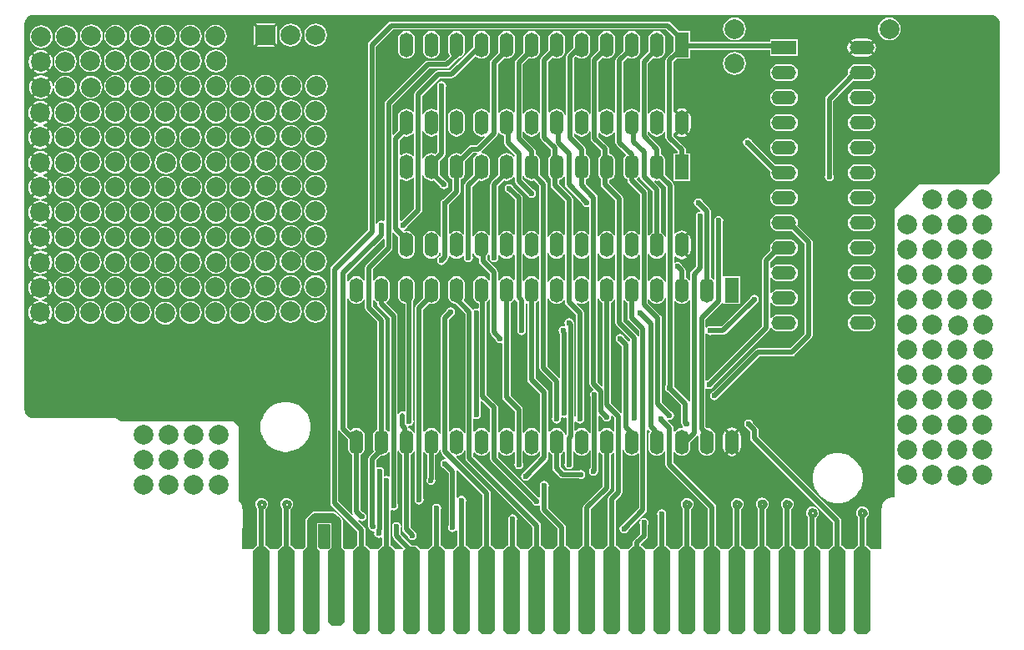
<source format=gtl>
G04*
G04 #@! TF.GenerationSoftware,Altium Limited,Altium Designer,19.0.7 (175)*
G04*
G04 Layer_Physical_Order=1*
G04 Layer_Color=255*
%FSLAX25Y25*%
%MOIN*%
G70*
G01*
G75*
%ADD23C,0.01575*%
%ADD24R,0.00394X0.00394*%
%ADD25R,0.00394X0.00394*%
G04:AMPARAMS|DCode=26|XSize=66mil|YSize=315mil|CornerRadius=0mil|HoleSize=0mil|Usage=FLASHONLY|Rotation=0.000|XOffset=0mil|YOffset=0mil|HoleType=Round|Shape=Octagon|*
%AMOCTAGOND26*
4,1,8,-0.01650,0.15750,0.01650,0.15750,0.03300,0.14100,0.03300,-0.14100,0.01650,-0.15750,-0.01650,-0.15750,-0.03300,-0.14100,-0.03300,0.14100,-0.01650,0.15750,0.0*
%
%ADD26OCTAGOND26*%

G04:AMPARAMS|DCode=27|XSize=66mil|YSize=350mil|CornerRadius=0mil|HoleSize=0mil|Usage=FLASHONLY|Rotation=0.000|XOffset=0mil|YOffset=0mil|HoleType=Round|Shape=Octagon|*
%AMOCTAGOND27*
4,1,8,-0.01650,0.17500,0.01650,0.17500,0.03300,0.15850,0.03300,-0.15850,0.01650,-0.17500,-0.01650,-0.17500,-0.03300,-0.15850,-0.03300,0.15850,-0.01650,0.17500,0.0*
%
%ADD27OCTAGOND27*%

%ADD28C,0.01968*%
%ADD29C,0.03937*%
%ADD30C,0.07874*%
%ADD31R,0.07874X0.07874*%
%ADD32O,0.05512X0.09843*%
%ADD33R,0.05512X0.09843*%
%ADD34R,0.09843X0.05512*%
%ADD35O,0.09843X0.05512*%
%ADD36C,0.02362*%
G36*
X388068Y-1228D02*
X388730Y-1503D01*
X389325Y-1900D01*
X389832Y-2407D01*
X390230Y-3002D01*
X390504Y-3664D01*
X390644Y-4366D01*
Y-4724D01*
Y-64081D01*
X385827Y-68898D01*
X358268D01*
X348425Y-78740D01*
Y-157087D01*
Y-193892D01*
X347638D01*
X347618Y-193895D01*
X347598Y-193893D01*
X347262Y-193909D01*
X347204Y-193924D01*
X347145Y-193923D01*
X346485Y-194055D01*
X346412Y-194085D01*
X346335Y-194100D01*
X345713Y-194357D01*
X345648Y-194401D01*
X345575Y-194431D01*
X345015Y-194805D01*
X344959Y-194860D01*
X344894Y-194904D01*
X344418Y-195379D01*
X344373Y-195445D01*
X344318Y-195501D01*
X343943Y-196060D01*
X343913Y-196133D01*
X343869Y-196198D01*
X343611Y-196819D01*
X343595Y-196897D01*
X343565Y-196969D01*
X343432Y-197629D01*
X343432Y-197688D01*
X343418Y-197746D01*
X343401Y-198082D01*
X343404Y-198101D01*
X343400Y-198120D01*
X343334Y-214567D01*
X339170D01*
X337615Y-213012D01*
X337275D01*
Y-201993D01*
X337494Y-201825D01*
X337905Y-201291D01*
X338162Y-200668D01*
X338250Y-200000D01*
X338162Y-199332D01*
X337905Y-198709D01*
X337494Y-198175D01*
X336960Y-197765D01*
X336337Y-197507D01*
X335669Y-197419D01*
X335001Y-197507D01*
X334379Y-197765D01*
X333844Y-198175D01*
X333434Y-198709D01*
X333176Y-199332D01*
X333088Y-200000D01*
X333176Y-200668D01*
X333434Y-201291D01*
X333844Y-201825D01*
X334064Y-201993D01*
Y-213012D01*
X333724D01*
X332169Y-214567D01*
X329170D01*
X327615Y-213012D01*
X327275D01*
Y-203228D01*
X327275Y-203228D01*
X327153Y-202614D01*
X326805Y-202093D01*
X294080Y-169368D01*
Y-166785D01*
X294080Y-166785D01*
X293957Y-166170D01*
X293609Y-165649D01*
X293609Y-165649D01*
X291940Y-163980D01*
X291918Y-163868D01*
X291526Y-163282D01*
X290940Y-162891D01*
X290249Y-162753D01*
X289558Y-162891D01*
X288971Y-163282D01*
X288580Y-163868D01*
X288442Y-164559D01*
X288580Y-165251D01*
X288971Y-165837D01*
X289558Y-166228D01*
X289669Y-166250D01*
X290868Y-167450D01*
Y-170033D01*
X290868Y-170033D01*
X290990Y-170648D01*
X291339Y-171168D01*
X324064Y-203893D01*
Y-213012D01*
X323724D01*
X322169Y-214567D01*
X319170D01*
X317615Y-213012D01*
X317275D01*
Y-201993D01*
X317494Y-201825D01*
X317905Y-201291D01*
X318162Y-200668D01*
X318250Y-200000D01*
X318255D01*
X318241Y-199927D01*
X318162Y-199332D01*
X317905Y-198709D01*
X317494Y-198175D01*
X316960Y-197765D01*
X316337Y-197507D01*
X315669Y-197419D01*
X315001Y-197507D01*
X314379Y-197765D01*
X313844Y-198175D01*
X313434Y-198709D01*
X313176Y-199332D01*
X313088Y-200000D01*
X313176Y-200668D01*
X313434Y-201291D01*
X313844Y-201825D01*
X314064Y-201993D01*
Y-213012D01*
X313724D01*
X312169Y-214567D01*
X309170D01*
X307615Y-213012D01*
X307275D01*
Y-198549D01*
X307494Y-198380D01*
X307905Y-197846D01*
X308162Y-197223D01*
X308250Y-196555D01*
X308162Y-195887D01*
X307905Y-195265D01*
X307494Y-194730D01*
X306960Y-194320D01*
X306337Y-194062D01*
X305669Y-193974D01*
X305001Y-194062D01*
X304379Y-194320D01*
X303844Y-194730D01*
X303434Y-195265D01*
X303176Y-195887D01*
X303088Y-196555D01*
X303176Y-197223D01*
X303434Y-197846D01*
X303844Y-198380D01*
X304064Y-198549D01*
Y-213012D01*
X303724D01*
X302169Y-214567D01*
X299170D01*
X297615Y-213012D01*
X297275D01*
Y-198450D01*
X297494Y-198282D01*
X297905Y-197747D01*
X298163Y-197125D01*
X298250Y-196457D01*
X298163Y-195789D01*
X297905Y-195166D01*
X297494Y-194632D01*
X296960Y-194221D01*
X296337Y-193964D01*
X295669Y-193876D01*
X295001Y-193964D01*
X294379Y-194221D01*
X293844Y-194632D01*
X293434Y-195166D01*
X293176Y-195789D01*
X293088Y-196457D01*
X293176Y-197125D01*
X293434Y-197747D01*
X293844Y-198282D01*
X294064Y-198450D01*
Y-213012D01*
X293724D01*
X292169Y-214567D01*
X289170D01*
X287615Y-213012D01*
X287275D01*
Y-198549D01*
X287494Y-198380D01*
X287905Y-197846D01*
X288162Y-197223D01*
X288250Y-196555D01*
X288162Y-195887D01*
X287905Y-195265D01*
X287494Y-194730D01*
X286960Y-194320D01*
X286337Y-194062D01*
X285669Y-193974D01*
X285001Y-194062D01*
X284379Y-194320D01*
X283844Y-194730D01*
X283434Y-195265D01*
X283176Y-195887D01*
X283088Y-196555D01*
X283176Y-197223D01*
X283434Y-197846D01*
X283844Y-198380D01*
X284064Y-198549D01*
Y-213012D01*
X283724D01*
X282169Y-214567D01*
X279170D01*
X277615Y-213012D01*
X277275D01*
Y-197717D01*
X277275Y-197716D01*
X277153Y-197102D01*
X276805Y-196581D01*
X260267Y-180044D01*
Y-175868D01*
X260767Y-175698D01*
X261157Y-176206D01*
X261856Y-176742D01*
X262670Y-177079D01*
X263543Y-177194D01*
X264417Y-177079D01*
X265231Y-176742D01*
X265930Y-176206D01*
X266466Y-175507D01*
X266804Y-174692D01*
X266919Y-173819D01*
Y-171966D01*
X269639Y-169246D01*
X269709Y-169141D01*
X270190Y-169322D01*
X270168Y-169488D01*
Y-173819D01*
X270283Y-174692D01*
X270620Y-175507D01*
X271157Y-176206D01*
X271856Y-176742D01*
X272670Y-177079D01*
X273543Y-177194D01*
X274417Y-177079D01*
X275231Y-176742D01*
X275930Y-176206D01*
X276466Y-175507D01*
X276804Y-174692D01*
X276919Y-173819D01*
Y-169488D01*
X276804Y-168615D01*
X276466Y-167800D01*
X275930Y-167102D01*
X275231Y-166565D01*
X274417Y-166228D01*
X273543Y-166113D01*
X273422Y-166129D01*
X273051Y-165757D01*
Y-150620D01*
X273551Y-150353D01*
X273752Y-150488D01*
X274444Y-150625D01*
X275135Y-150488D01*
X275721Y-150096D01*
X276113Y-149510D01*
X276135Y-149399D01*
X298379Y-127154D01*
X298727Y-126633D01*
X298840Y-126067D01*
X298983Y-125993D01*
X299350Y-125922D01*
X299779Y-126481D01*
X300478Y-127018D01*
X301292Y-127355D01*
X302165Y-127470D01*
X306496D01*
X307370Y-127355D01*
X308184Y-127018D01*
X308883Y-126481D01*
X309419Y-125782D01*
X309756Y-124968D01*
X309871Y-124094D01*
X309756Y-123221D01*
X309419Y-122407D01*
X308883Y-121708D01*
X308184Y-121171D01*
X307370Y-120834D01*
X306496Y-120719D01*
X302165D01*
X301292Y-120834D01*
X300478Y-121171D01*
X299779Y-121708D01*
X299350Y-122267D01*
X298850Y-122097D01*
Y-116092D01*
X299350Y-115922D01*
X299779Y-116481D01*
X300478Y-117018D01*
X301292Y-117355D01*
X302165Y-117470D01*
X306496D01*
X307370Y-117355D01*
X308184Y-117018D01*
X308883Y-116481D01*
X309419Y-115782D01*
X309756Y-114968D01*
X309871Y-114094D01*
X309756Y-113221D01*
X309419Y-112407D01*
X308883Y-111708D01*
X308184Y-111171D01*
X307370Y-110834D01*
X306496Y-110719D01*
X302165D01*
X301292Y-110834D01*
X300478Y-111171D01*
X299779Y-111708D01*
X299350Y-112267D01*
X298850Y-112097D01*
Y-106092D01*
X299350Y-105922D01*
X299779Y-106481D01*
X300478Y-107018D01*
X301292Y-107355D01*
X302165Y-107470D01*
X306496D01*
X307370Y-107355D01*
X308184Y-107018D01*
X308883Y-106481D01*
X309419Y-105782D01*
X309756Y-104968D01*
X309871Y-104095D01*
X309756Y-103221D01*
X309419Y-102407D01*
X308883Y-101708D01*
X308184Y-101171D01*
X307370Y-100834D01*
X306496Y-100719D01*
X302165D01*
X301292Y-100834D01*
X300478Y-101171D01*
X299779Y-101708D01*
X299350Y-102267D01*
X298850Y-102097D01*
Y-99681D01*
X301210Y-97321D01*
X301292Y-97355D01*
X302165Y-97470D01*
X306496D01*
X307370Y-97355D01*
X308184Y-97018D01*
X308883Y-96481D01*
X309419Y-95782D01*
X309756Y-94968D01*
X309871Y-94095D01*
X309756Y-93221D01*
X309419Y-92407D01*
X308883Y-91708D01*
X308184Y-91171D01*
X307370Y-90834D01*
X306496Y-90719D01*
X302165D01*
X301292Y-90834D01*
X300478Y-91171D01*
X299779Y-91708D01*
X299242Y-92407D01*
X298905Y-93221D01*
X298790Y-94095D01*
X298905Y-94968D01*
X298939Y-95050D01*
X296109Y-97880D01*
X295761Y-98401D01*
X295638Y-99016D01*
X295638Y-99016D01*
Y-125354D01*
X273864Y-147128D01*
X273752Y-147150D01*
X273551Y-147285D01*
X273051Y-147018D01*
Y-128484D01*
X273551Y-128333D01*
X273625Y-128443D01*
X274211Y-128834D01*
X274902Y-128972D01*
X275593Y-128834D01*
X275688Y-128771D01*
X280078D01*
X280078Y-128771D01*
X280693Y-128649D01*
X281214Y-128301D01*
X293099Y-116416D01*
X293211Y-116393D01*
X293797Y-116002D01*
X294188Y-115416D01*
X294326Y-114724D01*
X294188Y-114033D01*
X293797Y-113447D01*
X293211Y-113056D01*
X292520Y-112918D01*
X291828Y-113056D01*
X291242Y-113447D01*
X290851Y-114033D01*
X290829Y-114145D01*
X279413Y-125560D01*
X275688D01*
X275593Y-125497D01*
X274902Y-125359D01*
X274211Y-125497D01*
X273625Y-125888D01*
X273551Y-125999D01*
X273051Y-125847D01*
Y-122921D01*
X279482Y-116490D01*
X279697Y-116168D01*
X280197Y-116320D01*
Y-116535D01*
X286890D01*
Y-105512D01*
X280452D01*
X280197Y-105512D01*
X279952Y-105113D01*
Y-84062D01*
X280015Y-83967D01*
X280153Y-83276D01*
X280015Y-82585D01*
X279624Y-81998D01*
X279038Y-81607D01*
X278346Y-81469D01*
X277655Y-81607D01*
X277069Y-81998D01*
X276678Y-82585D01*
X276540Y-83276D01*
X276678Y-83967D01*
X276741Y-84062D01*
Y-106707D01*
X276241Y-106877D01*
X275930Y-106472D01*
X275231Y-105935D01*
X275149Y-105901D01*
Y-79519D01*
X275149Y-79519D01*
X275027Y-78905D01*
X274679Y-78384D01*
X274679Y-78384D01*
X271859Y-75564D01*
X271837Y-75453D01*
X271445Y-74867D01*
X270859Y-74475D01*
X270168Y-74338D01*
X269477Y-74475D01*
X268891Y-74867D01*
X268499Y-75453D01*
X268362Y-76144D01*
X268499Y-76835D01*
X268891Y-77421D01*
X269477Y-77813D01*
X269588Y-77835D01*
X270974Y-79221D01*
X270773Y-79727D01*
X270271Y-79827D01*
X269685Y-80219D01*
X269293Y-80805D01*
X269156Y-81496D01*
X269293Y-82187D01*
X269357Y-82282D01*
Y-101625D01*
X267369Y-103613D01*
X267021Y-104134D01*
X266898Y-104748D01*
X266898Y-104748D01*
Y-106949D01*
X266758Y-107021D01*
X266398Y-107082D01*
X265930Y-106472D01*
X265231Y-105935D01*
X265149Y-105901D01*
Y-103262D01*
X265149Y-103262D01*
X265027Y-102648D01*
X264679Y-102127D01*
X264679Y-102127D01*
X263547Y-100995D01*
X263525Y-100883D01*
X263133Y-100297D01*
X262547Y-99906D01*
X261856Y-99768D01*
X261164Y-99906D01*
X260963Y-100040D01*
X260463Y-99773D01*
Y-97663D01*
X260937Y-97502D01*
X261016Y-97606D01*
X261756Y-98174D01*
X262618Y-98531D01*
X263543Y-98653D01*
X264468Y-98531D01*
X265330Y-98174D01*
X265598Y-97968D01*
X263126Y-95496D01*
X263961Y-94661D01*
X266433Y-97133D01*
X266638Y-96866D01*
X266995Y-96004D01*
X267117Y-95079D01*
Y-90748D01*
X266995Y-89823D01*
X266638Y-88961D01*
X266433Y-88693D01*
X263961Y-91166D01*
X263126Y-90330D01*
X265598Y-87858D01*
X265330Y-87653D01*
X264468Y-87296D01*
X263543Y-87174D01*
X262618Y-87296D01*
X261756Y-87653D01*
X261016Y-88221D01*
X260937Y-88324D01*
X260463Y-88164D01*
Y-69291D01*
X260341Y-68676D01*
X259993Y-68155D01*
X259993Y-68155D01*
X256770Y-64932D01*
X256804Y-64850D01*
X256919Y-63976D01*
Y-59646D01*
X256804Y-58772D01*
X256466Y-57958D01*
X255930Y-57259D01*
X255231Y-56722D01*
X255149Y-56689D01*
Y-54725D01*
X255149Y-54724D01*
X255027Y-54110D01*
X254679Y-53589D01*
X250031Y-48941D01*
Y-47831D01*
X250531Y-47732D01*
X250620Y-47947D01*
X251157Y-48647D01*
X251856Y-49183D01*
X252670Y-49520D01*
X253543Y-49635D01*
X254417Y-49520D01*
X255231Y-49183D01*
X255930Y-48647D01*
X256466Y-47947D01*
X256556Y-47732D01*
X257056Y-47831D01*
Y-50000D01*
X257056Y-50000D01*
X257178Y-50615D01*
X257526Y-51135D01*
X261938Y-55547D01*
Y-56299D01*
X260197D01*
Y-67323D01*
X266890D01*
Y-56299D01*
X265149D01*
Y-54882D01*
X265149Y-54882D01*
X265027Y-54267D01*
X264679Y-53746D01*
X260267Y-49335D01*
Y-48632D01*
X260371Y-48597D01*
X263126Y-45842D01*
X263543Y-46260D01*
X263961Y-45842D01*
X266433Y-48314D01*
X266638Y-48047D01*
X266995Y-47185D01*
X267117Y-46260D01*
Y-41929D01*
X266995Y-41004D01*
X266638Y-40142D01*
X266433Y-39875D01*
X263961Y-42347D01*
X263543Y-41929D01*
X263126Y-42347D01*
X260371Y-39592D01*
X260267Y-39557D01*
Y-19956D01*
X261720Y-18504D01*
X266890D01*
Y-15090D01*
X298819D01*
Y-17441D01*
X309842D01*
Y-10748D01*
X298819D01*
Y-11879D01*
X266890D01*
Y-7480D01*
X262468D01*
X259167Y-4180D01*
X258646Y-3831D01*
X258032Y-3709D01*
X258031Y-3709D01*
X147441D01*
X146827Y-3831D01*
X146306Y-4180D01*
X146306Y-4180D01*
X138628Y-11857D01*
X138280Y-12378D01*
X138158Y-12992D01*
X138158Y-12992D01*
Y-87130D01*
X123668Y-101620D01*
X123320Y-102141D01*
X123197Y-102756D01*
X123197Y-102756D01*
Y-196063D01*
X123197Y-196063D01*
X123320Y-196677D01*
X123668Y-197198D01*
X134064Y-207594D01*
Y-213012D01*
X133724D01*
X132169Y-214567D01*
X128920D01*
X128250Y-213898D01*
Y-203622D01*
X128163Y-202954D01*
X127905Y-202331D01*
X127494Y-201797D01*
X125841Y-200143D01*
X125306Y-199733D01*
X124684Y-199475D01*
X124016Y-199387D01*
X117323D01*
X116655Y-199475D01*
X116032Y-199733D01*
X115498Y-200143D01*
X113988Y-201653D01*
X113578Y-202187D01*
X113320Y-202810D01*
X113232Y-203478D01*
Y-213504D01*
X112169Y-214567D01*
X109170D01*
X107615Y-213012D01*
X107275D01*
Y-198549D01*
X107494Y-198380D01*
X107905Y-197846D01*
X108162Y-197223D01*
X108250Y-196555D01*
X108255D01*
X108241Y-196482D01*
X108162Y-195887D01*
X107905Y-195265D01*
X107494Y-194730D01*
X106960Y-194320D01*
X106337Y-194062D01*
X105669Y-193974D01*
X105001Y-194062D01*
X104379Y-194320D01*
X103844Y-194730D01*
X103434Y-195265D01*
X103176Y-195887D01*
X103088Y-196555D01*
X103176Y-197223D01*
X103434Y-197846D01*
X103844Y-198380D01*
X104064Y-198549D01*
Y-213012D01*
X103724D01*
X102169Y-214567D01*
X99170D01*
X97615Y-213012D01*
X97275D01*
Y-198549D01*
X97494Y-198380D01*
X97905Y-197846D01*
X98163Y-197223D01*
X98250Y-196555D01*
X98255D01*
X98241Y-196482D01*
X98163Y-195887D01*
X97905Y-195265D01*
X97494Y-194730D01*
X96960Y-194320D01*
X96337Y-194062D01*
X95669Y-193974D01*
X95001Y-194062D01*
X94379Y-194320D01*
X93844Y-194730D01*
X93434Y-195265D01*
X93176Y-195887D01*
X93088Y-196555D01*
X93176Y-197223D01*
X93434Y-197846D01*
X93844Y-198380D01*
X94064Y-198549D01*
Y-213012D01*
X93724D01*
X92169Y-214567D01*
X88388D01*
X88035Y-214213D01*
X88103Y-198509D01*
X88095Y-198470D01*
X88100Y-198432D01*
X88095Y-198379D01*
X88079Y-198051D01*
X88065Y-197993D01*
X88065Y-197933D01*
X87934Y-197274D01*
X87904Y-197201D01*
X87888Y-197124D01*
X87632Y-196502D01*
X87588Y-196437D01*
X87558Y-196364D01*
X87185Y-195805D01*
X87129Y-195749D01*
X87086Y-195683D01*
X86614Y-195210D01*
Y-165354D01*
X84646Y-163386D01*
X39435Y-163386D01*
X39164Y-163115D01*
X39099Y-163071D01*
X39043Y-163015D01*
X38483Y-162641D01*
X38410Y-162611D01*
X38344Y-162567D01*
X37722Y-162309D01*
X37644Y-162294D01*
X37571Y-162264D01*
X36911Y-162132D01*
X36851D01*
X36794Y-162118D01*
X36457Y-162101D01*
X36450Y-162102D01*
X36444Y-162101D01*
X36388Y-162099D01*
X36375Y-162101D01*
X36362Y-162099D01*
X4626Y-162100D01*
X4268D01*
X3565Y-161961D01*
X2904Y-161687D01*
X2308Y-161289D01*
X1802Y-160782D01*
X1404Y-160187D01*
X1130Y-159525D01*
X990Y-158823D01*
X990Y-158465D01*
Y-4728D01*
X990Y-4366D01*
X1130Y-3664D01*
X1404Y-3002D01*
X1802Y-2407D01*
X2308Y-1900D01*
X2904Y-1503D01*
X3565Y-1228D01*
X4268Y-1089D01*
X387003D01*
X387366Y-1089D01*
X388068Y-1228D01*
D02*
G37*
G36*
X260197Y-9751D02*
Y-15485D01*
X257526Y-18156D01*
X257178Y-18677D01*
X257056Y-19291D01*
X257056Y-19291D01*
Y-40358D01*
X256556Y-40457D01*
X256466Y-40242D01*
X255930Y-39542D01*
X255231Y-39006D01*
X254417Y-38669D01*
X253543Y-38554D01*
X252670Y-38669D01*
X251856Y-39006D01*
X251157Y-39542D01*
X250620Y-40242D01*
X250531Y-40457D01*
X250031Y-40358D01*
Y-20350D01*
X252170Y-18211D01*
X252670Y-18418D01*
X253543Y-18533D01*
X254417Y-18418D01*
X255231Y-18081D01*
X255930Y-17544D01*
X256466Y-16845D01*
X256804Y-16031D01*
X256919Y-15157D01*
Y-10827D01*
X256804Y-9953D01*
X256466Y-9139D01*
X255930Y-8440D01*
X255231Y-7904D01*
X254417Y-7566D01*
X253543Y-7451D01*
X252670Y-7566D01*
X251856Y-7904D01*
X251157Y-8440D01*
X250620Y-9139D01*
X250283Y-9953D01*
X250168Y-10827D01*
Y-15157D01*
X250228Y-15612D01*
X247290Y-18550D01*
X246942Y-19071D01*
X246819Y-19685D01*
X246819Y-19685D01*
Y-39880D01*
X246320Y-40050D01*
X245930Y-39542D01*
X245231Y-39006D01*
X244417Y-38669D01*
X243543Y-38554D01*
X242670Y-38669D01*
X241856Y-39006D01*
X241157Y-39542D01*
X240688Y-40153D01*
X240329Y-40092D01*
X240188Y-40020D01*
Y-19956D01*
X242003Y-18142D01*
X242670Y-18418D01*
X243543Y-18533D01*
X244417Y-18418D01*
X245231Y-18081D01*
X245930Y-17544D01*
X246466Y-16845D01*
X246804Y-16031D01*
X246919Y-15157D01*
Y-10827D01*
X246804Y-9953D01*
X246466Y-9139D01*
X245930Y-8440D01*
X245231Y-7904D01*
X244417Y-7566D01*
X243543Y-7451D01*
X242670Y-7566D01*
X241856Y-7904D01*
X241157Y-8440D01*
X240620Y-9139D01*
X240283Y-9953D01*
X240168Y-10827D01*
Y-15157D01*
X240200Y-15403D01*
X237447Y-18156D01*
X237099Y-18677D01*
X236977Y-19291D01*
X236977Y-19291D01*
Y-40168D01*
X236477Y-40267D01*
X236466Y-40242D01*
X235930Y-39542D01*
X235231Y-39006D01*
X234417Y-38669D01*
X233543Y-38554D01*
X232670Y-38669D01*
X231856Y-39006D01*
X231157Y-39542D01*
X230846Y-39947D01*
X230346Y-39778D01*
Y-19667D01*
X231910Y-18103D01*
X232670Y-18418D01*
X233543Y-18533D01*
X234417Y-18418D01*
X235231Y-18081D01*
X235930Y-17544D01*
X236466Y-16845D01*
X236804Y-16031D01*
X236919Y-15157D01*
Y-10827D01*
X236804Y-9953D01*
X236466Y-9139D01*
X235930Y-8440D01*
X235231Y-7904D01*
X234417Y-7566D01*
X233543Y-7451D01*
X232670Y-7566D01*
X231856Y-7904D01*
X231157Y-8440D01*
X230620Y-9139D01*
X230283Y-9953D01*
X230168Y-10827D01*
Y-15157D01*
X230185Y-15286D01*
X227605Y-17866D01*
X227257Y-18387D01*
X227134Y-19002D01*
X227134Y-19002D01*
Y-40548D01*
X226635Y-40647D01*
X226466Y-40242D01*
X225930Y-39542D01*
X225231Y-39006D01*
X224417Y-38669D01*
X223543Y-38554D01*
X222670Y-38669D01*
X221856Y-39006D01*
X221157Y-39542D01*
X221003Y-39742D01*
X220503Y-39572D01*
Y-18303D01*
X221216Y-17590D01*
X221856Y-18081D01*
X222670Y-18418D01*
X223543Y-18533D01*
X224417Y-18418D01*
X225231Y-18081D01*
X225930Y-17544D01*
X226466Y-16845D01*
X226804Y-16031D01*
X226919Y-15157D01*
Y-10827D01*
X226804Y-9953D01*
X226466Y-9139D01*
X225930Y-8440D01*
X225231Y-7904D01*
X224417Y-7566D01*
X223543Y-7451D01*
X222670Y-7566D01*
X221856Y-7904D01*
X221157Y-8440D01*
X220620Y-9139D01*
X220283Y-9953D01*
X220168Y-10827D01*
Y-14097D01*
X217762Y-16502D01*
X217414Y-17023D01*
X217292Y-17638D01*
X217292Y-17638D01*
Y-40977D01*
X216804Y-41056D01*
X216466Y-40242D01*
X215930Y-39542D01*
X215231Y-39006D01*
X214417Y-38669D01*
X213543Y-38554D01*
X212670Y-38669D01*
X211856Y-39006D01*
X211157Y-39542D01*
X210767Y-40050D01*
X210267Y-39880D01*
Y-19746D01*
X211910Y-18103D01*
X212670Y-18418D01*
X213543Y-18533D01*
X214417Y-18418D01*
X215231Y-18081D01*
X215930Y-17544D01*
X216466Y-16845D01*
X216804Y-16031D01*
X216919Y-15157D01*
Y-10827D01*
X216804Y-9953D01*
X216466Y-9139D01*
X215930Y-8440D01*
X215231Y-7904D01*
X214417Y-7566D01*
X213543Y-7451D01*
X212670Y-7566D01*
X211856Y-7904D01*
X211157Y-8440D01*
X210620Y-9139D01*
X210283Y-9953D01*
X210168Y-10827D01*
Y-15157D01*
X210185Y-15286D01*
X207526Y-17945D01*
X207178Y-18466D01*
X207056Y-19081D01*
X207056Y-19081D01*
Y-40358D01*
X206556Y-40457D01*
X206466Y-40242D01*
X205930Y-39542D01*
X205231Y-39006D01*
X204417Y-38669D01*
X203543Y-38554D01*
X202670Y-38669D01*
X201856Y-39006D01*
X201157Y-39542D01*
X200620Y-40242D01*
X200531Y-40457D01*
X200031Y-40358D01*
Y-20941D01*
X202588Y-18384D01*
X202670Y-18418D01*
X203543Y-18533D01*
X204417Y-18418D01*
X205231Y-18081D01*
X205930Y-17544D01*
X206466Y-16845D01*
X206804Y-16031D01*
X206919Y-15157D01*
Y-10827D01*
X206804Y-9953D01*
X206466Y-9139D01*
X205930Y-8440D01*
X205231Y-7904D01*
X204417Y-7566D01*
X203543Y-7451D01*
X202670Y-7566D01*
X201856Y-7904D01*
X201157Y-8440D01*
X200620Y-9139D01*
X200283Y-9953D01*
X200168Y-10827D01*
Y-15157D01*
X200283Y-16031D01*
X200317Y-16113D01*
X197290Y-19140D01*
X196942Y-19661D01*
X196819Y-20276D01*
X196819Y-20276D01*
Y-39880D01*
X196319Y-40050D01*
X195930Y-39542D01*
X195231Y-39006D01*
X194417Y-38669D01*
X193543Y-38554D01*
X192670Y-38669D01*
X191856Y-39006D01*
X191157Y-39542D01*
X190658Y-40193D01*
X190494Y-40189D01*
X190158Y-40052D01*
Y-20814D01*
X192588Y-18384D01*
X192670Y-18418D01*
X193543Y-18533D01*
X194417Y-18418D01*
X195231Y-18081D01*
X195930Y-17544D01*
X196466Y-16845D01*
X196804Y-16031D01*
X196919Y-15157D01*
Y-10827D01*
X196804Y-9953D01*
X196466Y-9139D01*
X195930Y-8440D01*
X195231Y-7904D01*
X194417Y-7566D01*
X193543Y-7451D01*
X192670Y-7566D01*
X191856Y-7904D01*
X191157Y-8440D01*
X190620Y-9139D01*
X190283Y-9953D01*
X190168Y-10827D01*
Y-15157D01*
X190283Y-16031D01*
X190317Y-16113D01*
X187417Y-19013D01*
X187069Y-19534D01*
X186946Y-20149D01*
X186946Y-20149D01*
Y-40001D01*
X186498Y-40219D01*
X186446Y-40215D01*
X185930Y-39542D01*
X185231Y-39006D01*
X184417Y-38669D01*
X183543Y-38554D01*
X182670Y-38669D01*
X181856Y-39006D01*
X181157Y-39542D01*
X180620Y-40242D01*
X180283Y-41056D01*
X180168Y-41929D01*
Y-46260D01*
X180283Y-47133D01*
X180620Y-47947D01*
X181157Y-48647D01*
X181856Y-49183D01*
X182670Y-49520D01*
X183543Y-49635D01*
X184417Y-49520D01*
X184523Y-49476D01*
X184806Y-49900D01*
X181666Y-53040D01*
X179606D01*
X178992Y-53162D01*
X178471Y-53510D01*
X175247Y-56735D01*
X175231Y-56722D01*
X174417Y-56385D01*
X173543Y-56270D01*
X172670Y-56385D01*
X171856Y-56722D01*
X171157Y-57259D01*
X170620Y-57958D01*
X170283Y-58772D01*
X170168Y-59646D01*
Y-63976D01*
X170283Y-64850D01*
X170620Y-65664D01*
X171157Y-66363D01*
X171856Y-66900D01*
X171938Y-66934D01*
Y-71067D01*
X168318Y-74687D01*
X168206Y-74709D01*
X167620Y-75101D01*
X167229Y-75687D01*
X167091Y-76378D01*
X167229Y-77069D01*
X167292Y-77164D01*
Y-89796D01*
X166804Y-89874D01*
X166466Y-89060D01*
X165930Y-88361D01*
X165231Y-87825D01*
X164417Y-87488D01*
X163543Y-87373D01*
X162670Y-87488D01*
X161856Y-87825D01*
X161157Y-88361D01*
X160620Y-89060D01*
X160283Y-89874D01*
X160168Y-90748D01*
Y-95079D01*
X160283Y-95952D01*
X160620Y-96766D01*
X161157Y-97465D01*
X161856Y-98002D01*
X162670Y-98339D01*
X163543Y-98454D01*
X164417Y-98339D01*
X165231Y-98002D01*
X165930Y-97465D01*
X166466Y-96766D01*
X166804Y-95952D01*
X167292Y-96030D01*
Y-97268D01*
X167038Y-97522D01*
X166927Y-97544D01*
X166341Y-97935D01*
X165949Y-98521D01*
X165812Y-99213D01*
X165949Y-99904D01*
X166341Y-100490D01*
X166927Y-100882D01*
X167618Y-101019D01*
X168309Y-100882D01*
X168895Y-100490D01*
X169287Y-99904D01*
X169309Y-99792D01*
X170033Y-99068D01*
X170033Y-99068D01*
X170381Y-98547D01*
X170503Y-97933D01*
Y-97435D01*
X171003Y-97266D01*
X171157Y-97465D01*
X171856Y-98002D01*
X172670Y-98339D01*
X173543Y-98454D01*
X174417Y-98339D01*
X175231Y-98002D01*
X175930Y-97465D01*
X176241Y-97061D01*
X176261Y-97067D01*
X176678Y-97340D01*
X176540Y-98032D01*
X176678Y-98723D01*
X177069Y-99309D01*
X177655Y-99700D01*
X178347Y-99838D01*
X179038Y-99700D01*
X179624Y-99309D01*
X180015Y-98723D01*
X180153Y-98032D01*
X180015Y-97340D01*
X179952Y-97246D01*
Y-96460D01*
X180452Y-96361D01*
X180620Y-96766D01*
X181157Y-97465D01*
X181856Y-98002D01*
X182616Y-98317D01*
Y-99576D01*
X182616Y-99576D01*
X182738Y-100190D01*
X183086Y-100711D01*
X186977Y-104602D01*
Y-107097D01*
X186477Y-107196D01*
X186466Y-107171D01*
X185930Y-106472D01*
X185231Y-105935D01*
X184417Y-105598D01*
X183543Y-105483D01*
X182670Y-105598D01*
X181856Y-105935D01*
X181157Y-106472D01*
X180620Y-107171D01*
X180283Y-107985D01*
X180168Y-108858D01*
Y-113189D01*
X180283Y-114063D01*
X180620Y-114877D01*
X181157Y-115576D01*
X181856Y-116112D01*
X182449Y-116358D01*
Y-118029D01*
X181949Y-118363D01*
X181496Y-118272D01*
X180805Y-118410D01*
X180219Y-118801D01*
X179831Y-118505D01*
X176352Y-115026D01*
X176466Y-114877D01*
X176804Y-114063D01*
X176919Y-113189D01*
Y-108858D01*
X176804Y-107985D01*
X176466Y-107171D01*
X175930Y-106472D01*
X175231Y-105935D01*
X174417Y-105598D01*
X173543Y-105483D01*
X172670Y-105598D01*
X171856Y-105935D01*
X171157Y-106472D01*
X170620Y-107171D01*
X170283Y-107985D01*
X170168Y-108858D01*
Y-113189D01*
X170283Y-114063D01*
X170620Y-114877D01*
X171157Y-115576D01*
X171856Y-116112D01*
X172670Y-116449D01*
X173319Y-116535D01*
X177135Y-120350D01*
Y-168107D01*
X176635Y-168206D01*
X176466Y-167800D01*
X175930Y-167102D01*
X175231Y-166565D01*
X174417Y-166228D01*
X173543Y-166113D01*
X172670Y-166228D01*
X171856Y-166565D01*
X171157Y-167102D01*
X171003Y-167301D01*
X170503Y-167131D01*
Y-122712D01*
X171839Y-121376D01*
X171951Y-121354D01*
X172537Y-120962D01*
X172929Y-120376D01*
X173066Y-119685D01*
X172929Y-118994D01*
X172537Y-118408D01*
X171951Y-118016D01*
X171260Y-117879D01*
X170569Y-118016D01*
X169983Y-118408D01*
X169591Y-118994D01*
X169569Y-119105D01*
X167762Y-120912D01*
X167414Y-121433D01*
X167292Y-122047D01*
X167292Y-122047D01*
Y-168537D01*
X166804Y-168615D01*
X166466Y-167800D01*
X165930Y-167102D01*
X165231Y-166565D01*
X164417Y-166228D01*
X163543Y-166113D01*
X162670Y-166228D01*
X161856Y-166565D01*
X161157Y-167102D01*
X160767Y-167609D01*
X160267Y-167439D01*
Y-118736D01*
X162588Y-116415D01*
X162670Y-116449D01*
X163543Y-116564D01*
X164417Y-116449D01*
X165231Y-116112D01*
X165930Y-115576D01*
X166466Y-114877D01*
X166804Y-114063D01*
X166919Y-113189D01*
Y-108858D01*
X166804Y-107985D01*
X166466Y-107171D01*
X165930Y-106472D01*
X165231Y-105935D01*
X164417Y-105598D01*
X163543Y-105483D01*
X162670Y-105598D01*
X161856Y-105935D01*
X161157Y-106472D01*
X160620Y-107171D01*
X160283Y-107985D01*
X160168Y-108858D01*
Y-113189D01*
X160283Y-114063D01*
X160317Y-114145D01*
X157526Y-116936D01*
X157178Y-117456D01*
X157056Y-118071D01*
X157056Y-118071D01*
Y-167917D01*
X156556Y-168016D01*
X156466Y-167800D01*
X155930Y-167102D01*
X155231Y-166565D01*
X154471Y-166250D01*
Y-165964D01*
X154471Y-165964D01*
X154406Y-165639D01*
X154694Y-165235D01*
X154734Y-165200D01*
X154786Y-165180D01*
X155416Y-165055D01*
X156002Y-164663D01*
X156393Y-164077D01*
X156531Y-163386D01*
X156393Y-162695D01*
X156330Y-162600D01*
Y-115054D01*
X156466Y-114877D01*
X156804Y-114063D01*
X156919Y-113189D01*
Y-108858D01*
X156804Y-107985D01*
X156466Y-107171D01*
X155930Y-106472D01*
X155231Y-105935D01*
X154417Y-105598D01*
X153543Y-105483D01*
X152670Y-105598D01*
X151856Y-105935D01*
X151157Y-106472D01*
X150620Y-107171D01*
X150283Y-107985D01*
X150168Y-108858D01*
Y-113189D01*
X150283Y-114063D01*
X150620Y-114877D01*
X151157Y-115576D01*
X151856Y-116112D01*
X152670Y-116449D01*
X153119Y-116508D01*
Y-159297D01*
X152619Y-159564D01*
X152583Y-159540D01*
X151969Y-159418D01*
X151354Y-159540D01*
X150833Y-159888D01*
X150531Y-160341D01*
X150254Y-160332D01*
X150031Y-160257D01*
Y-121407D01*
X150031Y-121407D01*
X149909Y-120793D01*
X149561Y-120272D01*
X149560Y-120272D01*
X145595Y-116307D01*
X145628Y-115808D01*
X145930Y-115576D01*
X146466Y-114877D01*
X146804Y-114063D01*
X146919Y-113189D01*
Y-108858D01*
X146804Y-107985D01*
X146466Y-107171D01*
X145930Y-106472D01*
X145231Y-105935D01*
X144417Y-105598D01*
X143543Y-105483D01*
X142670Y-105598D01*
X141856Y-105935D01*
X141157Y-106472D01*
X140688Y-107082D01*
X140329Y-107021D01*
X140188Y-106949D01*
Y-102634D01*
X147592Y-95230D01*
X147592Y-95230D01*
X147940Y-94709D01*
X148062Y-94095D01*
Y-88245D01*
X148562Y-88038D01*
X150317Y-89792D01*
X150283Y-89874D01*
X150168Y-90748D01*
Y-95079D01*
X150283Y-95952D01*
X150620Y-96766D01*
X151157Y-97465D01*
X151856Y-98002D01*
X152670Y-98339D01*
X153543Y-98454D01*
X154417Y-98339D01*
X155231Y-98002D01*
X155930Y-97465D01*
X156466Y-96766D01*
X156804Y-95952D01*
X156919Y-95079D01*
Y-90748D01*
X156804Y-89874D01*
X156466Y-89060D01*
X155930Y-88361D01*
X155231Y-87825D01*
X154417Y-87488D01*
X153543Y-87373D01*
X152869Y-87462D01*
X152701Y-87288D01*
X152852Y-86761D01*
X152866Y-86746D01*
X153053Y-86708D01*
X153639Y-86317D01*
X154031Y-85731D01*
X154053Y-85619D01*
X159403Y-80269D01*
X159403Y-80269D01*
X159751Y-79748D01*
X159873Y-79134D01*
X159873Y-79134D01*
Y-65168D01*
X160373Y-65068D01*
X160620Y-65664D01*
X161157Y-66363D01*
X161856Y-66900D01*
X162670Y-67237D01*
X163543Y-67352D01*
X164417Y-67237D01*
X164499Y-67203D01*
X166815Y-69519D01*
X166837Y-69630D01*
X167229Y-70216D01*
X167815Y-70608D01*
X168506Y-70745D01*
X169197Y-70608D01*
X169783Y-70216D01*
X170175Y-69630D01*
X170312Y-68939D01*
X170175Y-68248D01*
X169783Y-67662D01*
X169197Y-67270D01*
X169086Y-67248D01*
X166770Y-64932D01*
X166804Y-64850D01*
X166919Y-63976D01*
Y-59646D01*
X166886Y-59400D01*
X168813Y-57474D01*
X168813Y-57474D01*
X169161Y-56953D01*
X169283Y-56339D01*
X169283Y-56339D01*
Y-30084D01*
X169346Y-29989D01*
X169483Y-29298D01*
X169346Y-28607D01*
X168954Y-28021D01*
X168368Y-27629D01*
X167677Y-27492D01*
X166986Y-27629D01*
X166400Y-28021D01*
X166008Y-28607D01*
X165871Y-29298D01*
X166008Y-29989D01*
X166071Y-30084D01*
Y-39021D01*
X165571Y-39267D01*
X165231Y-39006D01*
X164417Y-38669D01*
X163543Y-38554D01*
X162670Y-38669D01*
X161856Y-39006D01*
X161157Y-39542D01*
X160620Y-40242D01*
X160373Y-40837D01*
X159873Y-40738D01*
Y-33342D01*
X166807Y-26409D01*
X171732D01*
X171732Y-26409D01*
X172347Y-26287D01*
X172868Y-25938D01*
X181216Y-17590D01*
X181856Y-18081D01*
X182670Y-18418D01*
X183543Y-18533D01*
X184417Y-18418D01*
X185231Y-18081D01*
X185930Y-17544D01*
X186466Y-16845D01*
X186804Y-16031D01*
X186919Y-15157D01*
Y-10827D01*
X186804Y-9953D01*
X186466Y-9139D01*
X185930Y-8440D01*
X185231Y-7904D01*
X184417Y-7566D01*
X183543Y-7451D01*
X182670Y-7566D01*
X181856Y-7904D01*
X181157Y-8440D01*
X180620Y-9139D01*
X180283Y-9953D01*
X180168Y-10827D01*
Y-14097D01*
X171067Y-23198D01*
X166142D01*
X166142Y-23198D01*
X165527Y-23320D01*
X165006Y-23668D01*
X165006Y-23668D01*
X157132Y-31542D01*
X156784Y-32063D01*
X156662Y-32677D01*
X156662Y-32677D01*
Y-39675D01*
X156162Y-39845D01*
X155930Y-39542D01*
X155231Y-39006D01*
X154417Y-38669D01*
X153543Y-38554D01*
X152670Y-38669D01*
X151856Y-39006D01*
X151157Y-39542D01*
X150620Y-40242D01*
X150283Y-41056D01*
X150168Y-41929D01*
Y-46260D01*
X150283Y-47133D01*
X150317Y-47216D01*
X148562Y-48970D01*
X148062Y-48763D01*
Y-37279D01*
X162795Y-22546D01*
X169610D01*
X169611Y-22546D01*
X170225Y-22424D01*
X170746Y-22076D01*
X174402Y-18420D01*
X174417Y-18418D01*
X175231Y-18081D01*
X175930Y-17544D01*
X176466Y-16845D01*
X176804Y-16031D01*
X176919Y-15157D01*
Y-10827D01*
X176804Y-9953D01*
X176466Y-9139D01*
X175930Y-8440D01*
X175231Y-7904D01*
X174417Y-7566D01*
X173543Y-7451D01*
X172670Y-7566D01*
X171856Y-7904D01*
X171157Y-8440D01*
X170620Y-9139D01*
X170283Y-9953D01*
X170168Y-10827D01*
Y-15157D01*
X170283Y-16031D01*
X170620Y-16845D01*
X170974Y-17306D01*
X168945Y-19335D01*
X162130D01*
X162130Y-19335D01*
X161516Y-19457D01*
X160995Y-19805D01*
X160995Y-19805D01*
X145321Y-35479D01*
X144973Y-36000D01*
X144851Y-36614D01*
X144851Y-36614D01*
Y-83181D01*
X144351Y-83448D01*
X144235Y-83371D01*
X143543Y-83233D01*
X142852Y-83371D01*
X142266Y-83762D01*
X141874Y-84348D01*
X141869Y-84373D01*
X141369Y-84324D01*
Y-13657D01*
X148106Y-6921D01*
X257366D01*
X260197Y-9751D01*
D02*
G37*
G36*
X236977Y-48021D02*
Y-51968D01*
X236977Y-51968D01*
X237099Y-52583D01*
X237447Y-53104D01*
X241184Y-56841D01*
X241157Y-57259D01*
X240620Y-57958D01*
X240283Y-58772D01*
X240168Y-59646D01*
Y-63976D01*
X240283Y-64850D01*
X240620Y-65664D01*
X241157Y-66363D01*
X241856Y-66900D01*
X241938Y-66934D01*
Y-67165D01*
X241938Y-67165D01*
X242060Y-67780D01*
X242408Y-68301D01*
X246819Y-72712D01*
Y-88699D01*
X246320Y-88869D01*
X245930Y-88361D01*
X245231Y-87825D01*
X244417Y-87488D01*
X243543Y-87373D01*
X242670Y-87488D01*
X241856Y-87825D01*
X241157Y-88361D01*
X240688Y-88972D01*
X240329Y-88911D01*
X240188Y-88839D01*
Y-74410D01*
X240188Y-74410D01*
X240066Y-73795D01*
X239718Y-73274D01*
X239718Y-73274D01*
X234471Y-68027D01*
Y-67214D01*
X235231Y-66900D01*
X235930Y-66363D01*
X236466Y-65664D01*
X236804Y-64850D01*
X236919Y-63976D01*
Y-59646D01*
X236804Y-58772D01*
X236466Y-57958D01*
X235930Y-57259D01*
X235231Y-56722D01*
X234471Y-56408D01*
Y-54519D01*
X234471Y-54519D01*
X234349Y-53904D01*
X234001Y-53383D01*
X234001Y-53383D01*
X230346Y-49729D01*
Y-48411D01*
X230846Y-48242D01*
X231157Y-48647D01*
X231856Y-49183D01*
X232670Y-49520D01*
X233543Y-49635D01*
X234417Y-49520D01*
X235231Y-49183D01*
X235930Y-48647D01*
X236466Y-47947D01*
X236477Y-47922D01*
X236977Y-48021D01*
D02*
G37*
G36*
X227134Y-47641D02*
Y-50394D01*
X227134Y-50394D01*
X227257Y-51008D01*
X227605Y-51529D01*
X231260Y-55184D01*
Y-57180D01*
X231157Y-57259D01*
X230620Y-57958D01*
X230283Y-58772D01*
X230168Y-59646D01*
Y-63976D01*
X230283Y-64850D01*
X230620Y-65664D01*
X231157Y-66363D01*
X231260Y-66442D01*
Y-68692D01*
X231260Y-68692D01*
X231382Y-69307D01*
X231730Y-69828D01*
X236977Y-75074D01*
Y-88986D01*
X236477Y-89086D01*
X236466Y-89060D01*
X235930Y-88361D01*
X235231Y-87825D01*
X234417Y-87488D01*
X233543Y-87373D01*
X232670Y-87488D01*
X231856Y-87825D01*
X231157Y-88361D01*
X230620Y-89060D01*
X230452Y-89466D01*
X229952Y-89367D01*
Y-74016D01*
X229952Y-74016D01*
X229830Y-73401D01*
X229482Y-72880D01*
X225149Y-68547D01*
Y-66934D01*
X225231Y-66900D01*
X225930Y-66363D01*
X226466Y-65664D01*
X226804Y-64850D01*
X226919Y-63976D01*
Y-59646D01*
X226804Y-58772D01*
X226466Y-57958D01*
X225930Y-57259D01*
X225231Y-56722D01*
X225149Y-56689D01*
Y-54646D01*
X225149Y-54646D01*
X225027Y-54031D01*
X224679Y-53510D01*
X224679Y-53510D01*
X220503Y-49335D01*
Y-48616D01*
X221003Y-48447D01*
X221157Y-48647D01*
X221856Y-49183D01*
X222670Y-49520D01*
X223543Y-49635D01*
X224417Y-49520D01*
X225231Y-49183D01*
X225930Y-48647D01*
X226466Y-47947D01*
X226635Y-47542D01*
X227134Y-47641D01*
D02*
G37*
G36*
X207056Y-47831D02*
Y-50000D01*
X207056Y-50000D01*
X207178Y-50615D01*
X207526Y-51135D01*
X211260Y-54869D01*
Y-57180D01*
X211157Y-57259D01*
X210620Y-57958D01*
X210283Y-58772D01*
X210168Y-59646D01*
Y-63976D01*
X210283Y-64850D01*
X210620Y-65664D01*
X211157Y-66363D01*
X211260Y-66442D01*
Y-69165D01*
X211260Y-69165D01*
X211382Y-69779D01*
X211730Y-70300D01*
X216898Y-75468D01*
Y-88839D01*
X216758Y-88911D01*
X216398Y-88972D01*
X215930Y-88361D01*
X215231Y-87825D01*
X214417Y-87488D01*
X213543Y-87373D01*
X212670Y-87488D01*
X211856Y-87825D01*
X211157Y-88361D01*
X210620Y-89060D01*
X210373Y-89656D01*
X209873Y-89557D01*
Y-68664D01*
X209751Y-68050D01*
X209403Y-67529D01*
X209403Y-67529D01*
X206780Y-64906D01*
X206804Y-64850D01*
X206919Y-63976D01*
Y-59646D01*
X206804Y-58772D01*
X206466Y-57958D01*
X205930Y-57259D01*
X205231Y-56722D01*
X205149Y-56689D01*
Y-55512D01*
X205149Y-55512D01*
X205027Y-54897D01*
X204679Y-54376D01*
X200031Y-49729D01*
Y-47831D01*
X200531Y-47732D01*
X200620Y-47947D01*
X201157Y-48647D01*
X201856Y-49183D01*
X202670Y-49520D01*
X203543Y-49635D01*
X204417Y-49520D01*
X205231Y-49183D01*
X205930Y-48647D01*
X206466Y-47947D01*
X206556Y-47732D01*
X207056Y-47831D01*
D02*
G37*
G36*
X156662Y-48514D02*
Y-57392D01*
X156162Y-57561D01*
X155930Y-57259D01*
X155231Y-56722D01*
X154417Y-56385D01*
X153543Y-56270D01*
X152670Y-56385D01*
X151856Y-56722D01*
X151515Y-56984D01*
X151015Y-56737D01*
Y-51059D01*
X152588Y-49486D01*
X152670Y-49520D01*
X153543Y-49635D01*
X154417Y-49520D01*
X155231Y-49183D01*
X155930Y-48647D01*
X156162Y-48344D01*
X156662Y-48514D01*
D02*
G37*
G36*
X160620Y-47947D02*
X161157Y-48647D01*
X161856Y-49183D01*
X162670Y-49520D01*
X163543Y-49635D01*
X164417Y-49520D01*
X165231Y-49183D01*
X165571Y-48922D01*
X166071Y-49168D01*
Y-55673D01*
X165084Y-56661D01*
X164417Y-56385D01*
X163543Y-56270D01*
X162670Y-56385D01*
X161856Y-56722D01*
X161157Y-57259D01*
X160620Y-57958D01*
X160373Y-58554D01*
X159873Y-58454D01*
Y-47451D01*
X160373Y-47352D01*
X160620Y-47947D01*
D02*
G37*
G36*
X191157Y-48647D02*
X191856Y-49183D01*
X192489Y-49445D01*
Y-51968D01*
X192489Y-51968D01*
X192611Y-52583D01*
X192959Y-53104D01*
X196819Y-56964D01*
Y-57597D01*
X196319Y-57767D01*
X195930Y-57259D01*
X195231Y-56722D01*
X194417Y-56385D01*
X193543Y-56270D01*
X192670Y-56385D01*
X191856Y-56722D01*
X191157Y-57259D01*
X190620Y-57958D01*
X190283Y-58772D01*
X190168Y-59646D01*
Y-63976D01*
X190283Y-64850D01*
X190317Y-64932D01*
X187447Y-67802D01*
X187099Y-68322D01*
X186977Y-68937D01*
X186977Y-68937D01*
Y-88986D01*
X186477Y-89086D01*
X186466Y-89060D01*
X185930Y-88361D01*
X185231Y-87825D01*
X184417Y-87488D01*
X183543Y-87373D01*
X182670Y-87488D01*
X181856Y-87825D01*
X181157Y-88361D01*
X180620Y-89060D01*
X180452Y-89466D01*
X179952Y-89367D01*
Y-69838D01*
X182588Y-67203D01*
X182670Y-67237D01*
X183543Y-67352D01*
X184417Y-67237D01*
X185231Y-66900D01*
X185930Y-66363D01*
X186466Y-65664D01*
X186804Y-64850D01*
X186919Y-63976D01*
Y-59646D01*
X186804Y-58772D01*
X186466Y-57958D01*
X185930Y-57259D01*
X185231Y-56722D01*
X184417Y-56385D01*
X183620Y-56280D01*
X183513Y-56074D01*
X183472Y-55816D01*
X183473Y-55775D01*
X189687Y-49561D01*
X190035Y-49040D01*
X190158Y-48425D01*
X190158Y-48425D01*
Y-48137D01*
X190494Y-48000D01*
X190658Y-47996D01*
X191157Y-48647D01*
D02*
G37*
G36*
X257252Y-69956D02*
Y-89650D01*
X256752Y-89750D01*
X256466Y-89060D01*
X255930Y-88361D01*
X255231Y-87825D01*
X255149Y-87791D01*
Y-70866D01*
X255149Y-70866D01*
X255027Y-70252D01*
X254679Y-69731D01*
X252692Y-67744D01*
X252925Y-67270D01*
X253543Y-67352D01*
X254417Y-67237D01*
X254499Y-67203D01*
X257252Y-69956D01*
D02*
G37*
G36*
X156662Y-66230D02*
Y-78469D01*
X151783Y-83348D01*
X151671Y-83371D01*
X151515Y-83475D01*
X151015Y-83207D01*
Y-66885D01*
X151515Y-66638D01*
X151856Y-66900D01*
X152670Y-67237D01*
X153543Y-67352D01*
X154417Y-67237D01*
X155231Y-66900D01*
X155930Y-66363D01*
X156162Y-66061D01*
X156662Y-66230D01*
D02*
G37*
G36*
X200620Y-65664D02*
X201157Y-66363D01*
X201856Y-66900D01*
X202670Y-67237D01*
X203543Y-67352D01*
X204417Y-67237D01*
X204525Y-67192D01*
X206662Y-69330D01*
Y-88494D01*
X206162Y-88664D01*
X205930Y-88361D01*
X205231Y-87825D01*
X204417Y-87488D01*
X203543Y-87373D01*
X202670Y-87488D01*
X201856Y-87825D01*
X201157Y-88361D01*
X200620Y-89060D01*
X200531Y-89276D01*
X200031Y-89177D01*
Y-74224D01*
X199909Y-73609D01*
X199561Y-73088D01*
X199560Y-73088D01*
X196365Y-69893D01*
X196343Y-69781D01*
X195951Y-69195D01*
X195365Y-68804D01*
X194674Y-68666D01*
X193983Y-68804D01*
X193397Y-69195D01*
X193005Y-69781D01*
X192868Y-70472D01*
X193005Y-71164D01*
X193397Y-71750D01*
X193983Y-72141D01*
X194095Y-72163D01*
X196819Y-74888D01*
Y-88699D01*
X196319Y-88869D01*
X195930Y-88361D01*
X195231Y-87825D01*
X194417Y-87488D01*
X193543Y-87373D01*
X192670Y-87488D01*
X191856Y-87825D01*
X191157Y-88361D01*
X190688Y-88972D01*
X190329Y-88911D01*
X190188Y-88839D01*
Y-69602D01*
X192588Y-67203D01*
X192670Y-67237D01*
X193543Y-67352D01*
X194417Y-67237D01*
X195231Y-66900D01*
X195930Y-66363D01*
X196319Y-65855D01*
X196819Y-66025D01*
Y-67323D01*
X196819Y-67323D01*
X196942Y-67937D01*
X197290Y-68458D01*
X201852Y-73021D01*
X201874Y-73132D01*
X202266Y-73718D01*
X202852Y-74110D01*
X203543Y-74247D01*
X204235Y-74110D01*
X204821Y-73718D01*
X205212Y-73132D01*
X205350Y-72441D01*
X205212Y-71750D01*
X204821Y-71164D01*
X204235Y-70772D01*
X204123Y-70750D01*
X200031Y-66658D01*
Y-65548D01*
X200531Y-65448D01*
X200620Y-65664D01*
D02*
G37*
G36*
X216758Y-65813D02*
X216898Y-65886D01*
Y-68898D01*
X216898Y-68898D01*
X217021Y-69512D01*
X217369Y-70033D01*
X223900Y-76564D01*
X223922Y-76675D01*
X224313Y-77262D01*
X224899Y-77653D01*
X225590Y-77791D01*
X226241Y-77661D01*
X226361Y-77674D01*
X226741Y-77877D01*
Y-88597D01*
X226241Y-88766D01*
X225930Y-88361D01*
X225231Y-87825D01*
X224417Y-87488D01*
X223543Y-87373D01*
X222670Y-87488D01*
X221856Y-87825D01*
X221157Y-88361D01*
X220620Y-89060D01*
X220610Y-89086D01*
X220110Y-88986D01*
Y-74803D01*
X220110Y-74803D01*
X219987Y-74189D01*
X219639Y-73668D01*
X214471Y-68499D01*
Y-67214D01*
X215231Y-66900D01*
X215930Y-66363D01*
X216398Y-65753D01*
X216758Y-65813D01*
D02*
G37*
G36*
X181819Y-56696D02*
X181818Y-56751D01*
X181157Y-57259D01*
X180620Y-57958D01*
X180283Y-58772D01*
X180168Y-59646D01*
Y-63976D01*
X180283Y-64850D01*
X180317Y-64932D01*
X177211Y-68038D01*
X176863Y-68559D01*
X176741Y-69173D01*
X176741Y-69173D01*
Y-88597D01*
X176241Y-88766D01*
X175930Y-88361D01*
X175231Y-87825D01*
X174417Y-87488D01*
X173543Y-87373D01*
X172670Y-87488D01*
X171856Y-87825D01*
X171157Y-88361D01*
X171003Y-88561D01*
X170503Y-88391D01*
Y-77164D01*
X170566Y-77069D01*
X170589Y-76958D01*
X174679Y-72868D01*
X174679Y-72868D01*
X175027Y-72347D01*
X175149Y-71732D01*
X175149Y-71732D01*
Y-66934D01*
X175231Y-66900D01*
X175930Y-66363D01*
X176466Y-65664D01*
X176804Y-64850D01*
X176919Y-63976D01*
Y-59646D01*
X176914Y-59609D01*
X180271Y-56251D01*
X181509D01*
X181819Y-56696D01*
D02*
G37*
G36*
X246863Y-65968D02*
X246942Y-66363D01*
X247290Y-66883D01*
X251938Y-71531D01*
Y-87791D01*
X251856Y-87825D01*
X251157Y-88361D01*
X250620Y-89060D01*
X250531Y-89276D01*
X250031Y-89176D01*
Y-72047D01*
X250031Y-72047D01*
X249909Y-71433D01*
X249561Y-70912D01*
X245679Y-67030D01*
X245711Y-66531D01*
X245930Y-66363D01*
X246330Y-65842D01*
X246863Y-65968D01*
D02*
G37*
G36*
X257252Y-96176D02*
Y-107761D01*
X256752Y-107860D01*
X256466Y-107171D01*
X255930Y-106472D01*
X255231Y-105935D01*
X254417Y-105598D01*
X253543Y-105483D01*
X252670Y-105598D01*
X251856Y-105935D01*
X251157Y-106472D01*
X250620Y-107171D01*
X250531Y-107386D01*
X250031Y-107287D01*
Y-96650D01*
X250531Y-96551D01*
X250620Y-96766D01*
X251157Y-97465D01*
X251856Y-98002D01*
X252670Y-98339D01*
X253543Y-98454D01*
X254417Y-98339D01*
X255231Y-98002D01*
X255930Y-97465D01*
X256466Y-96766D01*
X256752Y-96077D01*
X257252Y-96176D01*
D02*
G37*
G36*
X200620Y-96766D02*
X201157Y-97465D01*
X201856Y-98002D01*
X202670Y-98339D01*
X203543Y-98454D01*
X204417Y-98339D01*
X205231Y-98002D01*
X205930Y-97465D01*
X206162Y-97163D01*
X206662Y-97333D01*
Y-106604D01*
X206162Y-106774D01*
X205930Y-106472D01*
X205231Y-105935D01*
X204417Y-105598D01*
X203543Y-105483D01*
X202670Y-105598D01*
X201856Y-105935D01*
X201157Y-106472D01*
X200620Y-107171D01*
X200531Y-107386D01*
X200031Y-107287D01*
Y-96650D01*
X200531Y-96551D01*
X200620Y-96766D01*
D02*
G37*
G36*
X220620D02*
X221157Y-97465D01*
X221856Y-98002D01*
X222670Y-98339D01*
X223543Y-98454D01*
X224417Y-98339D01*
X225231Y-98002D01*
X225930Y-97465D01*
X226241Y-97061D01*
X226741Y-97230D01*
Y-106707D01*
X226241Y-106877D01*
X225930Y-106472D01*
X225231Y-105935D01*
X224417Y-105598D01*
X223543Y-105483D01*
X222670Y-105598D01*
X221856Y-105935D01*
X221157Y-106472D01*
X220620Y-107171D01*
X220610Y-107196D01*
X220110Y-107097D01*
Y-96840D01*
X220610Y-96741D01*
X220620Y-96766D01*
D02*
G37*
G36*
X186865Y-97063D02*
X186926Y-97321D01*
X186914Y-97340D01*
X186776Y-98032D01*
X186914Y-98723D01*
X187305Y-99309D01*
X187891Y-99700D01*
X188583Y-99838D01*
X189274Y-99700D01*
X189860Y-99309D01*
X190252Y-98723D01*
X190389Y-98032D01*
X190258Y-97374D01*
X190300Y-97248D01*
X190324Y-97202D01*
X190914Y-97150D01*
X191157Y-97465D01*
X191856Y-98002D01*
X192670Y-98339D01*
X193543Y-98454D01*
X194417Y-98339D01*
X195231Y-98002D01*
X195930Y-97465D01*
X196319Y-96958D01*
X196819Y-97128D01*
Y-106809D01*
X196319Y-106979D01*
X195930Y-106472D01*
X195231Y-105935D01*
X194417Y-105598D01*
X193543Y-105483D01*
X192670Y-105598D01*
X191856Y-105935D01*
X191157Y-106472D01*
X190688Y-107082D01*
X190329Y-107021D01*
X190188Y-106949D01*
Y-103937D01*
X190066Y-103323D01*
X189718Y-102802D01*
X185827Y-98910D01*
Y-97545D01*
X185930Y-97465D01*
X186325Y-96951D01*
X186865Y-97063D01*
D02*
G37*
G36*
X241157Y-97465D02*
X241856Y-98002D01*
X242670Y-98339D01*
X243543Y-98454D01*
X244417Y-98339D01*
X245231Y-98002D01*
X245930Y-97465D01*
X246320Y-96958D01*
X246819Y-97127D01*
Y-106809D01*
X246320Y-106979D01*
X245930Y-106472D01*
X245231Y-105935D01*
X244417Y-105598D01*
X243543Y-105483D01*
X242670Y-105598D01*
X241856Y-105935D01*
X241157Y-106472D01*
X240688Y-107082D01*
X240329Y-107021D01*
X240188Y-106949D01*
Y-96988D01*
X240329Y-96916D01*
X240688Y-96855D01*
X241157Y-97465D01*
D02*
G37*
G36*
X210620Y-96766D02*
X211157Y-97465D01*
X211856Y-98002D01*
X212670Y-98339D01*
X213543Y-98454D01*
X214417Y-98339D01*
X215231Y-98002D01*
X215930Y-97465D01*
X216398Y-96855D01*
X216758Y-96916D01*
X216898Y-96988D01*
Y-106949D01*
X216758Y-107021D01*
X216398Y-107082D01*
X215930Y-106472D01*
X215231Y-105935D01*
X214417Y-105598D01*
X213543Y-105483D01*
X212670Y-105598D01*
X211856Y-105935D01*
X211157Y-106472D01*
X210620Y-107171D01*
X210373Y-107766D01*
X209873Y-107667D01*
Y-96270D01*
X210373Y-96171D01*
X210620Y-96766D01*
D02*
G37*
G36*
X230620D02*
X231157Y-97465D01*
X231856Y-98002D01*
X232670Y-98339D01*
X233543Y-98454D01*
X234417Y-98339D01*
X235231Y-98002D01*
X235930Y-97465D01*
X236466Y-96766D01*
X236477Y-96741D01*
X236977Y-96840D01*
Y-107097D01*
X236477Y-107196D01*
X236466Y-107171D01*
X235930Y-106472D01*
X235231Y-105935D01*
X234417Y-105598D01*
X233543Y-105483D01*
X232670Y-105598D01*
X231856Y-105935D01*
X231157Y-106472D01*
X230620Y-107171D01*
X230452Y-107576D01*
X229952Y-107477D01*
Y-96460D01*
X230452Y-96361D01*
X230620Y-96766D01*
D02*
G37*
G36*
X144851Y-90765D02*
Y-93429D01*
X137447Y-100833D01*
X137099Y-101354D01*
X136977Y-101969D01*
X136977Y-101969D01*
Y-107097D01*
X136477Y-107196D01*
X136466Y-107171D01*
X135930Y-106472D01*
X135231Y-105935D01*
X134417Y-105598D01*
X133543Y-105483D01*
X132670Y-105598D01*
X131856Y-105935D01*
X131157Y-106472D01*
X130620Y-107171D01*
X130452Y-107576D01*
X129952Y-107477D01*
Y-104956D01*
X144351Y-90557D01*
X144851Y-90765D01*
D02*
G37*
G36*
X266758Y-115026D02*
X266898Y-115098D01*
Y-155533D01*
X266675Y-155607D01*
X266398Y-155616D01*
X266096Y-155164D01*
X266096Y-155164D01*
X260463Y-149531D01*
Y-115494D01*
X260963Y-115324D01*
X261157Y-115576D01*
X261856Y-116112D01*
X262670Y-116449D01*
X263543Y-116564D01*
X264417Y-116449D01*
X265231Y-116112D01*
X265930Y-115576D01*
X266398Y-114965D01*
X266758Y-115026D01*
D02*
G37*
G36*
X257252Y-114287D02*
Y-148920D01*
X256993Y-149309D01*
X256855Y-150000D01*
X256993Y-150691D01*
X257384Y-151277D01*
X257970Y-151669D01*
X258082Y-151691D01*
X263355Y-156964D01*
Y-164111D01*
X263355Y-164111D01*
X263477Y-164725D01*
X263712Y-165076D01*
X263748Y-165258D01*
X264024Y-165672D01*
X263751Y-166140D01*
X263543Y-166113D01*
X262670Y-166228D01*
X261856Y-166565D01*
X261157Y-167102D01*
X260767Y-167609D01*
X260267Y-167439D01*
Y-166248D01*
X260267Y-166248D01*
X260145Y-165634D01*
X259797Y-165113D01*
X259797Y-165113D01*
X257855Y-163171D01*
X258112Y-162721D01*
X258661Y-162830D01*
X259353Y-162692D01*
X259939Y-162301D01*
X260330Y-161715D01*
X260468Y-161024D01*
X260330Y-160332D01*
X259939Y-159746D01*
X259353Y-159355D01*
X259241Y-159333D01*
X255543Y-155634D01*
Y-122195D01*
X255543Y-122195D01*
X255420Y-121580D01*
X255072Y-121060D01*
X255072Y-121060D01*
X250031Y-116018D01*
Y-114760D01*
X250531Y-114661D01*
X250620Y-114877D01*
X251157Y-115576D01*
X251856Y-116112D01*
X252670Y-116449D01*
X253543Y-116564D01*
X254417Y-116449D01*
X255231Y-116112D01*
X255930Y-115576D01*
X256466Y-114877D01*
X256752Y-114187D01*
X257252Y-114287D01*
D02*
G37*
G36*
X226741Y-115340D02*
Y-148425D01*
X226741Y-148425D01*
X226863Y-149040D01*
X227211Y-149561D01*
X228199Y-150548D01*
X228112Y-151041D01*
X228038Y-151094D01*
X227463Y-151479D01*
X227071Y-152065D01*
X226934Y-152756D01*
X227071Y-153447D01*
X227134Y-153542D01*
Y-168107D01*
X226635Y-168206D01*
X226466Y-167800D01*
X225930Y-167102D01*
X225231Y-166565D01*
X224417Y-166228D01*
X223543Y-166113D01*
X222670Y-166228D01*
X221856Y-166565D01*
X221200Y-167068D01*
X220855Y-166999D01*
X220700Y-166946D01*
Y-163692D01*
X220789Y-163625D01*
X221466Y-163739D01*
X221557Y-163876D01*
X222143Y-164267D01*
X222835Y-164405D01*
X223526Y-164267D01*
X224112Y-163876D01*
X224503Y-163290D01*
X224641Y-162598D01*
X224503Y-161907D01*
X224440Y-161813D01*
Y-120079D01*
X224440Y-120079D01*
X224318Y-119464D01*
X223970Y-118943D01*
X221483Y-116457D01*
X221814Y-116080D01*
X221856Y-116112D01*
X222670Y-116449D01*
X223543Y-116564D01*
X224417Y-116449D01*
X225231Y-116112D01*
X225930Y-115576D01*
X226241Y-115171D01*
X226741Y-115340D01*
D02*
G37*
G36*
X241157Y-115576D02*
X241856Y-116112D01*
X241938Y-116146D01*
Y-122050D01*
X241938Y-122050D01*
X242060Y-122665D01*
X242408Y-123186D01*
X246426Y-127204D01*
Y-129220D01*
X246203Y-129295D01*
X245926Y-129303D01*
X245624Y-128851D01*
X245623Y-128851D01*
X240188Y-123416D01*
Y-115098D01*
X240329Y-115026D01*
X240688Y-114965D01*
X241157Y-115576D01*
D02*
G37*
G36*
X236977Y-114951D02*
Y-124081D01*
X236977Y-124081D01*
X237099Y-124695D01*
X237447Y-125216D01*
X242882Y-130651D01*
Y-131259D01*
X242740Y-131358D01*
X242383Y-131450D01*
X240667Y-129735D01*
X240645Y-129624D01*
X240254Y-129038D01*
X239668Y-128646D01*
X238976Y-128509D01*
X238285Y-128646D01*
X237699Y-129038D01*
X237308Y-129624D01*
X237170Y-130315D01*
X237308Y-131006D01*
X237699Y-131592D01*
X238285Y-131984D01*
X238397Y-132006D01*
X239733Y-133342D01*
Y-159999D01*
X239590Y-160098D01*
X239233Y-160191D01*
X235267Y-156225D01*
Y-116084D01*
X235930Y-115576D01*
X236466Y-114877D01*
X236477Y-114851D01*
X236977Y-114951D01*
D02*
G37*
G36*
X230620Y-114877D02*
X231157Y-115576D01*
X231856Y-116112D01*
X232056Y-116195D01*
Y-149211D01*
X231594Y-149402D01*
X229952Y-147760D01*
Y-114570D01*
X230452Y-114471D01*
X230620Y-114877D01*
D02*
G37*
G36*
X210620D02*
X211157Y-115576D01*
X211856Y-116112D01*
X212670Y-116449D01*
X213543Y-116564D01*
X214417Y-116449D01*
X215231Y-116112D01*
X215930Y-115576D01*
X216398Y-114965D01*
X216758Y-115026D01*
X216898Y-115098D01*
Y-115748D01*
X216898Y-115748D01*
X217021Y-116363D01*
X217369Y-116883D01*
X221229Y-120744D01*
Y-161298D01*
X221071Y-161392D01*
X220700Y-161196D01*
Y-124713D01*
X220578Y-124098D01*
X220230Y-123577D01*
X220230Y-123577D01*
X220221Y-123569D01*
X220173Y-123325D01*
X219781Y-122739D01*
X219195Y-122347D01*
X218504Y-122209D01*
X217813Y-122347D01*
X217227Y-122739D01*
X216835Y-123325D01*
X216698Y-124016D01*
X216835Y-124707D01*
X217081Y-125075D01*
X216956Y-125287D01*
X216751Y-125480D01*
X216141Y-125359D01*
X215450Y-125497D01*
X214864Y-125888D01*
X214472Y-126474D01*
X214335Y-127166D01*
X214472Y-127857D01*
X214616Y-128073D01*
X214658Y-128280D01*
X214930Y-128687D01*
Y-145810D01*
X214430Y-146017D01*
X209873Y-141461D01*
Y-114380D01*
X210373Y-114281D01*
X210620Y-114877D01*
D02*
G37*
G36*
X186977Y-158539D02*
Y-167727D01*
X186477Y-167826D01*
X186466Y-167800D01*
X185930Y-167102D01*
X185231Y-166565D01*
X184417Y-166228D01*
X183543Y-166113D01*
X182670Y-166228D01*
X181856Y-166565D01*
X181157Y-167102D01*
X180846Y-167507D01*
X180346Y-167337D01*
Y-162522D01*
X180726Y-162320D01*
X180846Y-162307D01*
X181496Y-162436D01*
X182187Y-162299D01*
X182773Y-161907D01*
X183165Y-161321D01*
X183302Y-160630D01*
X183165Y-159939D01*
X183102Y-159844D01*
Y-155317D01*
X183564Y-155126D01*
X186977Y-158539D01*
D02*
G37*
G36*
X231826Y-162258D02*
X231874Y-162502D01*
X232266Y-163088D01*
X232852Y-163480D01*
X233543Y-163617D01*
X234235Y-163480D01*
X234821Y-163088D01*
X235212Y-162502D01*
X235350Y-161811D01*
X235286Y-161493D01*
X235747Y-161246D01*
X236583Y-162082D01*
Y-167131D01*
X236083Y-167301D01*
X235930Y-167102D01*
X235231Y-166565D01*
X234417Y-166228D01*
X233543Y-166113D01*
X232670Y-166228D01*
X231856Y-166565D01*
X231157Y-167102D01*
X230846Y-167507D01*
X230346Y-167337D01*
Y-161431D01*
X230808Y-161240D01*
X231826Y-162258D01*
D02*
G37*
G36*
X186977Y-114951D02*
Y-127953D01*
X186977Y-127953D01*
X187099Y-128567D01*
X187447Y-129088D01*
X189254Y-130895D01*
X189276Y-131006D01*
X189668Y-131592D01*
X190254Y-131984D01*
X190945Y-132121D01*
X191438Y-132023D01*
X191938Y-132338D01*
Y-153779D01*
X191938Y-153779D01*
X192060Y-154394D01*
X192408Y-154915D01*
X196819Y-159327D01*
Y-167439D01*
X196319Y-167609D01*
X195930Y-167102D01*
X195231Y-166565D01*
X194417Y-166228D01*
X193543Y-166113D01*
X192670Y-166228D01*
X191856Y-166565D01*
X191157Y-167102D01*
X190688Y-167712D01*
X190329Y-167651D01*
X190188Y-167579D01*
Y-157874D01*
X190188Y-157874D01*
X190066Y-157260D01*
X189718Y-156739D01*
X185661Y-152681D01*
Y-115782D01*
X185930Y-115576D01*
X186466Y-114877D01*
X186477Y-114851D01*
X186977Y-114951D01*
D02*
G37*
G36*
X141157Y-115576D02*
X141856Y-116112D01*
X141938Y-116146D01*
Y-116525D01*
X141938Y-116526D01*
X142060Y-117140D01*
X142408Y-117661D01*
X146819Y-122073D01*
Y-167439D01*
X146319Y-167609D01*
X145930Y-167102D01*
X145231Y-166565D01*
X145149Y-166531D01*
Y-123071D01*
X145149Y-123071D01*
X145027Y-122456D01*
X144679Y-121935D01*
X144679Y-121935D01*
X140188Y-117445D01*
Y-115098D01*
X140329Y-115026D01*
X140688Y-114965D01*
X141157Y-115576D01*
D02*
G37*
G36*
X197290Y-115052D02*
X198000Y-115763D01*
Y-126380D01*
X197937Y-126474D01*
X197800Y-127166D01*
X197937Y-127857D01*
X198328Y-128443D01*
X198915Y-128834D01*
X199606Y-128972D01*
X200297Y-128834D01*
X200883Y-128443D01*
X201275Y-127857D01*
X201412Y-127166D01*
X201275Y-126474D01*
X201212Y-126380D01*
Y-116476D01*
X201712Y-116202D01*
X201938Y-116346D01*
Y-146838D01*
X201938Y-146838D01*
X202060Y-147452D01*
X202408Y-147973D01*
X207056Y-152621D01*
Y-167917D01*
X206556Y-168016D01*
X206466Y-167800D01*
X205930Y-167102D01*
X205231Y-166565D01*
X204417Y-166228D01*
X203543Y-166113D01*
X202670Y-166228D01*
X201856Y-166565D01*
X201157Y-167102D01*
X200620Y-167800D01*
X200531Y-168016D01*
X200031Y-167917D01*
Y-158661D01*
X200031Y-158661D01*
X199909Y-158047D01*
X199561Y-157526D01*
X199560Y-157526D01*
X195149Y-153114D01*
Y-116146D01*
X195231Y-116112D01*
X195930Y-115576D01*
X196466Y-114877D01*
X196516Y-114758D01*
X197071Y-114724D01*
X197290Y-115052D01*
D02*
G37*
G36*
X206662Y-115443D02*
Y-142126D01*
X206662Y-142126D01*
X206784Y-142740D01*
X207132Y-143261D01*
X211938Y-148067D01*
Y-161813D01*
X211874Y-161907D01*
X211737Y-162598D01*
X211874Y-163290D01*
X212266Y-163876D01*
X212852Y-164267D01*
X213543Y-164405D01*
X214235Y-164267D01*
X214821Y-163876D01*
X215212Y-163290D01*
X215350Y-162598D01*
X215253Y-162111D01*
X215703Y-161811D01*
X215844Y-161905D01*
X216535Y-162043D01*
X216989Y-161952D01*
X217489Y-162285D01*
Y-168573D01*
X217321Y-168711D01*
X217070Y-168664D01*
X216765Y-168520D01*
X216466Y-167800D01*
X215930Y-167102D01*
X215231Y-166565D01*
X214417Y-166228D01*
X213543Y-166113D01*
X212670Y-166228D01*
X211856Y-166565D01*
X211157Y-167102D01*
X210767Y-167609D01*
X210267Y-167439D01*
Y-151956D01*
X210145Y-151341D01*
X209797Y-150820D01*
X209797Y-150820D01*
X205149Y-146173D01*
Y-116146D01*
X205231Y-116112D01*
X205930Y-115576D01*
X206162Y-115273D01*
X206662Y-115443D01*
D02*
G37*
G36*
X227134Y-175200D02*
Y-182125D01*
X227069Y-182169D01*
X226678Y-182755D01*
X226540Y-183446D01*
X226678Y-184138D01*
X227069Y-184724D01*
X227655Y-185115D01*
X228346Y-185253D01*
X229038Y-185115D01*
X229624Y-184724D01*
X230015Y-184138D01*
X230060Y-183912D01*
X230224Y-183667D01*
X230346Y-183053D01*
X230346Y-183053D01*
Y-175970D01*
X230846Y-175801D01*
X231157Y-176206D01*
X231856Y-176742D01*
X231938Y-176776D01*
Y-189414D01*
X224534Y-196817D01*
X224186Y-197338D01*
X224064Y-197953D01*
X224064Y-197953D01*
Y-213012D01*
X223724D01*
X222169Y-214567D01*
X219170D01*
X217615Y-213012D01*
X217275D01*
Y-205827D01*
X217153Y-205212D01*
X216805Y-204691D01*
X216805Y-204691D01*
X210267Y-198154D01*
Y-189762D01*
X210330Y-189668D01*
X210468Y-188976D01*
X210330Y-188285D01*
X209939Y-187699D01*
X209353Y-187308D01*
X208661Y-187170D01*
X207970Y-187308D01*
X207384Y-187699D01*
X206993Y-188285D01*
X206855Y-188976D01*
X206993Y-189668D01*
X207056Y-189762D01*
Y-193627D01*
X206556Y-193895D01*
X206361Y-193764D01*
X206249Y-193742D01*
X199647Y-187140D01*
X199966Y-186752D01*
X200490Y-187102D01*
X201181Y-187239D01*
X201872Y-187102D01*
X202458Y-186710D01*
X202850Y-186124D01*
X202872Y-186013D01*
X209797Y-179088D01*
X210145Y-178567D01*
X210267Y-177953D01*
X210267Y-177953D01*
Y-175868D01*
X210767Y-175698D01*
X211157Y-176206D01*
X211856Y-176742D01*
X211938Y-176776D01*
Y-182283D01*
X211938Y-182283D01*
X212060Y-182898D01*
X212408Y-183419D01*
X214770Y-185781D01*
X214770Y-185781D01*
X215291Y-186129D01*
X215905Y-186251D01*
X215905Y-186251D01*
X222443D01*
X222537Y-186314D01*
X223228Y-186452D01*
X223920Y-186314D01*
X224506Y-185923D01*
X224897Y-185337D01*
X225035Y-184646D01*
X224897Y-183954D01*
X224506Y-183368D01*
X223920Y-182977D01*
X223228Y-182839D01*
X222537Y-182977D01*
X222443Y-183040D01*
X216571D01*
X215149Y-181618D01*
Y-176776D01*
X215231Y-176742D01*
X215930Y-176206D01*
X216398Y-175595D01*
X216758Y-175656D01*
X216898Y-175728D01*
Y-179923D01*
X216835Y-180017D01*
X216698Y-180709D01*
X216835Y-181400D01*
X217227Y-181986D01*
X217813Y-182378D01*
X218504Y-182515D01*
X219195Y-182378D01*
X219781Y-181986D01*
X220173Y-181400D01*
X220310Y-180709D01*
X220173Y-180017D01*
X220110Y-179923D01*
Y-175580D01*
X220610Y-175481D01*
X220620Y-175507D01*
X221157Y-176206D01*
X221856Y-176742D01*
X222670Y-177079D01*
X223543Y-177194D01*
X224417Y-177079D01*
X225231Y-176742D01*
X225930Y-176206D01*
X226466Y-175507D01*
X226635Y-175101D01*
X227134Y-175200D01*
D02*
G37*
G36*
X207056Y-175390D02*
Y-177288D01*
X200601Y-183742D01*
X200490Y-183764D01*
X199904Y-184156D01*
X199512Y-184742D01*
X199375Y-185433D01*
X199512Y-186124D01*
X199862Y-186648D01*
X199474Y-186967D01*
X190188Y-177681D01*
Y-175728D01*
X190329Y-175656D01*
X190688Y-175595D01*
X191157Y-176206D01*
X191856Y-176742D01*
X192670Y-177079D01*
X193543Y-177194D01*
X194417Y-177079D01*
X195231Y-176742D01*
X195930Y-176206D01*
X196319Y-175698D01*
X196819Y-175868D01*
Y-179923D01*
X196756Y-180017D01*
X196619Y-180709D01*
X196756Y-181400D01*
X197148Y-181986D01*
X197734Y-182378D01*
X198425Y-182515D01*
X199117Y-182378D01*
X199703Y-181986D01*
X200094Y-181400D01*
X200232Y-180709D01*
X200094Y-180017D01*
X200031Y-179923D01*
Y-175390D01*
X200531Y-175291D01*
X200620Y-175507D01*
X201157Y-176206D01*
X201856Y-176742D01*
X202670Y-177079D01*
X203543Y-177194D01*
X204417Y-177079D01*
X205231Y-176742D01*
X205930Y-176206D01*
X206466Y-175507D01*
X206556Y-175291D01*
X207056Y-175390D01*
D02*
G37*
G36*
X186977Y-175580D02*
Y-178346D01*
X186977Y-178347D01*
X187099Y-178961D01*
X187447Y-179482D01*
X203978Y-196013D01*
X204000Y-196124D01*
X204392Y-196710D01*
X204978Y-197102D01*
X205669Y-197239D01*
X206361Y-197102D01*
X206556Y-196971D01*
X207056Y-197239D01*
Y-198819D01*
X207056Y-198819D01*
X207178Y-199433D01*
X207526Y-199954D01*
X214064Y-206492D01*
Y-213012D01*
X213724D01*
X212169Y-214567D01*
X209170D01*
X207615Y-213012D01*
X207275D01*
Y-205039D01*
X207275Y-205039D01*
X207153Y-204425D01*
X206805Y-203904D01*
X180346Y-177445D01*
Y-175970D01*
X180846Y-175801D01*
X181157Y-176206D01*
X181856Y-176742D01*
X182670Y-177079D01*
X183543Y-177194D01*
X184417Y-177079D01*
X185231Y-176742D01*
X185930Y-176206D01*
X186466Y-175507D01*
X186477Y-175481D01*
X186977Y-175580D01*
D02*
G37*
G36*
X146819Y-175868D02*
Y-185115D01*
X146440Y-185318D01*
X146319Y-185331D01*
X145669Y-185202D01*
X145019Y-185331D01*
X144899Y-185318D01*
X144519Y-185115D01*
Y-184250D01*
X144582Y-184156D01*
X144720Y-183465D01*
X144582Y-182773D01*
X144191Y-182187D01*
X143605Y-181796D01*
X142913Y-181658D01*
X142222Y-181796D01*
X142066Y-181900D01*
X141566Y-181633D01*
Y-178975D01*
X143369Y-177171D01*
X143543Y-177194D01*
X144417Y-177079D01*
X145231Y-176742D01*
X145930Y-176206D01*
X146319Y-175698D01*
X146819Y-175868D01*
D02*
G37*
G36*
X167292Y-174770D02*
Y-175495D01*
X167292Y-175495D01*
X167414Y-176110D01*
X167762Y-176630D01*
X169188Y-178057D01*
X168942Y-178517D01*
X168898Y-178509D01*
X168206Y-178646D01*
X167620Y-179038D01*
X167229Y-179624D01*
X167091Y-180315D01*
X167229Y-181006D01*
X167620Y-181592D01*
X168206Y-181984D01*
X168318Y-182006D01*
X170442Y-184130D01*
Y-205120D01*
X170378Y-205214D01*
X170241Y-205906D01*
X170378Y-206597D01*
X170770Y-207183D01*
X171356Y-207574D01*
X172047Y-207712D01*
X172739Y-207574D01*
X173325Y-207183D01*
X173564Y-206825D01*
X174064Y-206977D01*
Y-213012D01*
X173724D01*
X172169Y-214567D01*
X169170D01*
X167615Y-213012D01*
X167275D01*
Y-198896D01*
X167338Y-198802D01*
X167476Y-198110D01*
X167338Y-197419D01*
X166947Y-196833D01*
X166360Y-196441D01*
X165669Y-196304D01*
X164978Y-196441D01*
X164392Y-196833D01*
X164000Y-197419D01*
X163863Y-198110D01*
X164000Y-198802D01*
X164064Y-198896D01*
Y-213012D01*
X163724D01*
X162169Y-214567D01*
X159170D01*
X157615Y-213012D01*
X155624D01*
X151212Y-208599D01*
Y-206298D01*
X151275Y-206203D01*
X151413Y-205512D01*
X151275Y-204821D01*
X150884Y-204235D01*
X150298Y-203843D01*
X149606Y-203705D01*
X148915Y-203843D01*
X148329Y-204235D01*
X147937Y-204821D01*
X147800Y-205512D01*
X147937Y-206203D01*
X148001Y-206298D01*
Y-209264D01*
X148001Y-209265D01*
X148123Y-209879D01*
X148471Y-210400D01*
X152138Y-214067D01*
X151931Y-214567D01*
X149170D01*
X147615Y-213012D01*
X147275D01*
Y-199137D01*
X147655Y-198934D01*
X147775Y-198921D01*
X148425Y-199050D01*
X149117Y-198913D01*
X149703Y-198521D01*
X150094Y-197935D01*
X150232Y-197244D01*
X150094Y-196553D01*
X150031Y-196458D01*
Y-175390D01*
X150531Y-175291D01*
X150620Y-175507D01*
X151157Y-176206D01*
X151856Y-176742D01*
X151938Y-176776D01*
Y-206586D01*
X151938Y-206586D01*
X152060Y-207201D01*
X152408Y-207722D01*
X154188Y-209502D01*
X154237Y-209746D01*
X154628Y-210332D01*
X155214Y-210724D01*
X155905Y-210861D01*
X156597Y-210724D01*
X157183Y-210332D01*
X157574Y-209746D01*
X157712Y-209055D01*
X157574Y-208364D01*
X157183Y-207778D01*
X156649Y-207421D01*
X155149Y-205921D01*
Y-176776D01*
X155231Y-176742D01*
X155930Y-176206D01*
X156466Y-175507D01*
X156556Y-175291D01*
X157056Y-175390D01*
Y-194096D01*
X156993Y-194191D01*
X156855Y-194882D01*
X156993Y-195573D01*
X157384Y-196159D01*
X157970Y-196551D01*
X158661Y-196688D01*
X159353Y-196551D01*
X159939Y-196159D01*
X160330Y-195573D01*
X160468Y-194882D01*
X160330Y-194191D01*
X160267Y-194096D01*
Y-175868D01*
X160767Y-175698D01*
X161157Y-176206D01*
X161855Y-176742D01*
Y-186075D01*
X161852Y-186114D01*
X161717Y-186317D01*
X161580Y-187008D01*
X161717Y-187699D01*
X162109Y-188285D01*
X162695Y-188677D01*
X163386Y-188814D01*
X164077Y-188677D01*
X164663Y-188285D01*
X165055Y-187699D01*
X165192Y-187008D01*
X165057Y-186328D01*
X165061Y-186285D01*
X165053Y-186214D01*
X165067Y-186145D01*
Y-176810D01*
X165231Y-176742D01*
X165930Y-176206D01*
X166466Y-175507D01*
X166804Y-174692D01*
X167292Y-174770D01*
D02*
G37*
G36*
X127211Y-167592D02*
X130168Y-170549D01*
Y-173819D01*
X130283Y-174692D01*
X130620Y-175507D01*
X131157Y-176206D01*
X131856Y-176742D01*
X131938Y-176776D01*
Y-199587D01*
X131938Y-199587D01*
X132060Y-200201D01*
X132343Y-200625D01*
X131955Y-200944D01*
X126409Y-195398D01*
Y-167223D01*
X126632Y-167148D01*
X126909Y-167140D01*
X127211Y-167592D01*
D02*
G37*
G36*
X130620Y-114877D02*
X131157Y-115576D01*
X131856Y-116112D01*
X132670Y-116449D01*
X133543Y-116564D01*
X134417Y-116449D01*
X135231Y-116112D01*
X135930Y-115576D01*
X136466Y-114877D01*
X136477Y-114851D01*
X136977Y-114951D01*
Y-118110D01*
X136977Y-118110D01*
X137099Y-118725D01*
X137447Y-119246D01*
X141938Y-123736D01*
Y-166531D01*
X141856Y-166565D01*
X141157Y-167102D01*
X140620Y-167800D01*
X140283Y-168615D01*
X140168Y-169488D01*
Y-173819D01*
X140283Y-174692D01*
X140583Y-175417D01*
X138825Y-177174D01*
X138477Y-177695D01*
X138355Y-178310D01*
X138355Y-178310D01*
Y-205315D01*
X138355Y-205315D01*
X138373Y-205404D01*
X138351Y-205512D01*
X138489Y-206203D01*
X138880Y-206789D01*
X139466Y-207181D01*
X140157Y-207318D01*
X140463Y-207258D01*
X140603Y-207373D01*
X140827Y-207695D01*
X140713Y-208268D01*
X140851Y-208959D01*
X141242Y-209545D01*
X141828Y-209937D01*
X142520Y-210074D01*
X143211Y-209937D01*
X143564Y-209701D01*
X144064Y-209968D01*
Y-213012D01*
X143724D01*
X142169Y-214567D01*
X139170D01*
X137615Y-213012D01*
X137275D01*
Y-206929D01*
X137153Y-206315D01*
X136805Y-205794D01*
X136805Y-205794D01*
X134293Y-203282D01*
X134612Y-202894D01*
X135135Y-203244D01*
X135827Y-203381D01*
X136518Y-203244D01*
X137104Y-202852D01*
X137496Y-202266D01*
X137633Y-201575D01*
X137496Y-200884D01*
X137104Y-200297D01*
X136518Y-199906D01*
X136038Y-199810D01*
X135149Y-198922D01*
Y-176776D01*
X135231Y-176742D01*
X135930Y-176206D01*
X136466Y-175507D01*
X136804Y-174692D01*
X136919Y-173819D01*
Y-169488D01*
X136804Y-168615D01*
X136466Y-167800D01*
X135930Y-167102D01*
X135231Y-166565D01*
X134417Y-166228D01*
X133543Y-166113D01*
X132670Y-166228D01*
X131856Y-166565D01*
X131216Y-167056D01*
X129952Y-165792D01*
Y-114570D01*
X130452Y-114471D01*
X130620Y-114877D01*
D02*
G37*
G36*
X250846Y-167506D02*
X250620Y-167800D01*
X250283Y-168615D01*
X250168Y-169488D01*
Y-173819D01*
X250283Y-174692D01*
X250620Y-175507D01*
X251157Y-176206D01*
X251856Y-176742D01*
X252670Y-177079D01*
X253543Y-177194D01*
X254417Y-177079D01*
X255231Y-176742D01*
X255930Y-176206D01*
X256466Y-175507D01*
X256556Y-175291D01*
X257056Y-175390D01*
Y-180709D01*
X257056Y-180709D01*
X257178Y-181323D01*
X257526Y-181844D01*
X274064Y-198382D01*
Y-213012D01*
X273724D01*
X272169Y-214567D01*
X269170D01*
X267615Y-213012D01*
X267275D01*
Y-198549D01*
X267494Y-198380D01*
X267905Y-197846D01*
X268162Y-197223D01*
X268250Y-196555D01*
X268162Y-195887D01*
X267905Y-195265D01*
X267494Y-194730D01*
X266960Y-194320D01*
X266337Y-194062D01*
X265669Y-193974D01*
X265001Y-194062D01*
X264379Y-194320D01*
X263844Y-194730D01*
X263434Y-195265D01*
X263176Y-195887D01*
X263088Y-196555D01*
X263176Y-197223D01*
X263434Y-197846D01*
X263844Y-198380D01*
X264064Y-198549D01*
Y-213012D01*
X263724D01*
X262169Y-214567D01*
X259170D01*
X257615Y-213012D01*
X257193D01*
Y-201024D01*
X257318Y-200394D01*
X257181Y-199702D01*
X256789Y-199116D01*
X256203Y-198725D01*
X255512Y-198587D01*
X254821Y-198725D01*
X254235Y-199116D01*
X253843Y-199702D01*
X253706Y-200394D01*
X253843Y-201085D01*
X253981Y-201292D01*
Y-213012D01*
X253724D01*
X252169Y-214567D01*
X249170D01*
X247615Y-213012D01*
X247275D01*
Y-212476D01*
X249561Y-210191D01*
X249909Y-209670D01*
X250031Y-209055D01*
Y-204723D01*
X250094Y-204628D01*
X250232Y-203937D01*
X250094Y-203246D01*
X249703Y-202660D01*
X249116Y-202268D01*
X248425Y-202131D01*
X247734Y-202268D01*
X247210Y-202618D01*
X246891Y-202230D01*
X249167Y-199954D01*
X249167Y-199954D01*
X249515Y-199433D01*
X249637Y-198819D01*
X249637Y-198819D01*
Y-166988D01*
X249780Y-166889D01*
X250137Y-166797D01*
X250846Y-167506D01*
D02*
G37*
G36*
X240620Y-175507D02*
X241157Y-176206D01*
X241856Y-176742D01*
X242670Y-177079D01*
X243543Y-177194D01*
X244417Y-177079D01*
X245231Y-176742D01*
X245930Y-176206D01*
X245952Y-176177D01*
X246426Y-176337D01*
Y-198154D01*
X239971Y-204608D01*
X239860Y-204630D01*
X239274Y-205022D01*
X238882Y-205608D01*
X238745Y-206299D01*
X238882Y-206991D01*
X239274Y-207576D01*
X239860Y-207968D01*
X240551Y-208106D01*
X241242Y-207968D01*
X241828Y-207576D01*
X242220Y-206991D01*
X242242Y-206879D01*
X246718Y-202403D01*
X247106Y-202722D01*
X246756Y-203246D01*
X246619Y-203937D01*
X246756Y-204628D01*
X246819Y-204723D01*
Y-208390D01*
X244534Y-210676D01*
X244186Y-211197D01*
X244064Y-211811D01*
X244064Y-211811D01*
Y-213012D01*
X243724D01*
X242169Y-214567D01*
X239170D01*
X237615Y-213012D01*
X237275D01*
Y-195026D01*
X239324Y-192976D01*
X239324Y-192976D01*
X239672Y-192456D01*
X239795Y-191841D01*
X239795Y-191841D01*
Y-174770D01*
X240283Y-174692D01*
X240620Y-175507D01*
D02*
G37*
G36*
X236583Y-176176D02*
Y-191176D01*
X234534Y-193225D01*
X234186Y-193746D01*
X234064Y-194361D01*
X234064Y-194361D01*
Y-213012D01*
X233724D01*
X232169Y-214567D01*
X229170D01*
X227615Y-213012D01*
X227275D01*
Y-198618D01*
X234679Y-191214D01*
X234679Y-191214D01*
X235027Y-190693D01*
X235149Y-190079D01*
Y-176776D01*
X235231Y-176742D01*
X235930Y-176206D01*
X236083Y-176006D01*
X236583Y-176176D01*
D02*
G37*
G36*
X177135Y-175200D02*
Y-178110D01*
X177135Y-178110D01*
X177257Y-178725D01*
X177605Y-179246D01*
X204064Y-205704D01*
Y-213012D01*
X203724D01*
X202169Y-214567D01*
X199170D01*
X197615Y-213012D01*
X197593D01*
Y-203261D01*
X197732Y-203053D01*
X197869Y-202362D01*
X197732Y-201671D01*
X197340Y-201085D01*
X196754Y-200693D01*
X196063Y-200556D01*
X195372Y-200693D01*
X194786Y-201085D01*
X194394Y-201671D01*
X194257Y-202362D01*
X194382Y-202993D01*
Y-213012D01*
X193724D01*
X192169Y-214567D01*
X189170D01*
X187615Y-213012D01*
X187275D01*
Y-192267D01*
X187153Y-191652D01*
X186805Y-191131D01*
X186805Y-191131D01*
X173315Y-177642D01*
X173467Y-177334D01*
X173571Y-177191D01*
X174417Y-177079D01*
X175231Y-176742D01*
X175930Y-176206D01*
X176466Y-175507D01*
X176635Y-175101D01*
X177135Y-175200D01*
D02*
G37*
G36*
X184064Y-192932D02*
Y-213012D01*
X183724D01*
X182169Y-214567D01*
X179170D01*
X177615Y-213012D01*
X177275D01*
Y-195747D01*
X177338Y-195652D01*
X177476Y-194961D01*
X177338Y-194269D01*
X176947Y-193683D01*
X176360Y-193292D01*
X175669Y-193154D01*
X174978Y-193292D01*
X174392Y-193683D01*
X174153Y-194041D01*
X173653Y-193889D01*
Y-183465D01*
X173653Y-183465D01*
X173594Y-183169D01*
X174055Y-182923D01*
X184064Y-192932D01*
D02*
G37*
G36*
X123088Y-204691D02*
Y-213898D01*
X122419Y-214567D01*
X119170D01*
X118394Y-213792D01*
Y-204550D01*
X122947D01*
X123088Y-204691D01*
D02*
G37*
%LPC*%
G36*
X101212Y-4415D02*
X93434D01*
X97323Y-8304D01*
X101212Y-4415D01*
D02*
G37*
G36*
X346457Y-2126D02*
X345275Y-2282D01*
X344173Y-2738D01*
X343228Y-3464D01*
X342502Y-4410D01*
X342046Y-5511D01*
X341890Y-6693D01*
X342046Y-7875D01*
X342502Y-8976D01*
X343228Y-9922D01*
X344173Y-10648D01*
X345275Y-11104D01*
X346457Y-11259D01*
X347639Y-11104D01*
X348740Y-10648D01*
X349686Y-9922D01*
X350412Y-8976D01*
X350868Y-7875D01*
X351023Y-6693D01*
X350868Y-5511D01*
X350412Y-4410D01*
X349686Y-3464D01*
X348740Y-2738D01*
X347639Y-2282D01*
X346457Y-2126D01*
D02*
G37*
G36*
X284646Y-2126D02*
X283464Y-2282D01*
X282362Y-2738D01*
X281417Y-3464D01*
X280691Y-4410D01*
X280235Y-5511D01*
X280079Y-6693D01*
X280235Y-7875D01*
X280691Y-8976D01*
X281417Y-9922D01*
X282362Y-10648D01*
X283464Y-11104D01*
X284646Y-11260D01*
X285828Y-11104D01*
X286929Y-10648D01*
X287875Y-9922D01*
X288600Y-8976D01*
X289057Y-7875D01*
X289212Y-6693D01*
X289057Y-5511D01*
X288600Y-4410D01*
X287875Y-3464D01*
X286929Y-2738D01*
X285828Y-2282D01*
X284646Y-2126D01*
D02*
G37*
G36*
X102047Y-5250D02*
X98158Y-9139D01*
X102047Y-13028D01*
Y-5250D01*
D02*
G37*
G36*
X92598Y-5250D02*
Y-13028D01*
X96488Y-9139D01*
X92598Y-5250D01*
D02*
G37*
G36*
X117323Y-4572D02*
X116141Y-4728D01*
X115040Y-5184D01*
X114094Y-5910D01*
X113368Y-6856D01*
X112912Y-7957D01*
X112756Y-9139D01*
X112912Y-10321D01*
X113368Y-11422D01*
X114094Y-12368D01*
X115040Y-13094D01*
X116141Y-13550D01*
X117323Y-13706D01*
X118505Y-13550D01*
X119606Y-13094D01*
X120552Y-12368D01*
X121278Y-11422D01*
X121734Y-10321D01*
X121889Y-9139D01*
X121734Y-7957D01*
X121278Y-6856D01*
X120552Y-5910D01*
X119606Y-5184D01*
X118505Y-4728D01*
X117323Y-4572D01*
D02*
G37*
G36*
X107323D02*
X106141Y-4728D01*
X105040Y-5184D01*
X104094Y-5910D01*
X103368Y-6856D01*
X102912Y-7957D01*
X102756Y-9139D01*
X102912Y-10321D01*
X103368Y-11422D01*
X104094Y-12368D01*
X105040Y-13094D01*
X106141Y-13550D01*
X107323Y-13706D01*
X108505Y-13550D01*
X109606Y-13094D01*
X110552Y-12368D01*
X111278Y-11422D01*
X111734Y-10321D01*
X111890Y-9139D01*
X111734Y-7957D01*
X111278Y-6856D01*
X110552Y-5910D01*
X109606Y-5184D01*
X108505Y-4728D01*
X107323Y-4572D01*
D02*
G37*
G36*
X97323Y-9974D02*
X93434Y-13863D01*
X101212D01*
X97323Y-9974D01*
D02*
G37*
G36*
X47323Y-4871D02*
X46141Y-5026D01*
X45039Y-5482D01*
X44094Y-6208D01*
X43368Y-7154D01*
X42912Y-8255D01*
X42756Y-9437D01*
X42912Y-10619D01*
X43368Y-11720D01*
X44094Y-12666D01*
X45039Y-13392D01*
X46141Y-13848D01*
X47323Y-14004D01*
X48505Y-13848D01*
X49606Y-13392D01*
X50552Y-12666D01*
X51278Y-11720D01*
X51734Y-10619D01*
X51889Y-9437D01*
X51734Y-8255D01*
X51278Y-7154D01*
X50552Y-6208D01*
X49606Y-5482D01*
X48505Y-5026D01*
X47323Y-4871D01*
D02*
G37*
G36*
X27716Y-4889D02*
X26535Y-5045D01*
X25433Y-5501D01*
X24487Y-6227D01*
X23762Y-7173D01*
X23305Y-8274D01*
X23150Y-9456D01*
X23305Y-10638D01*
X23762Y-11739D01*
X24487Y-12685D01*
X25433Y-13411D01*
X26535Y-13867D01*
X27716Y-14023D01*
X28899Y-13867D01*
X30000Y-13411D01*
X30946Y-12685D01*
X31671Y-11739D01*
X32128Y-10638D01*
X32283Y-9456D01*
X32128Y-8274D01*
X31671Y-7173D01*
X30946Y-6227D01*
X30000Y-5501D01*
X28899Y-5045D01*
X27716Y-4889D01*
D02*
G37*
G36*
X57323Y-4969D02*
X56141Y-5125D01*
X55040Y-5581D01*
X54094Y-6306D01*
X53368Y-7252D01*
X52912Y-8354D01*
X52756Y-9536D01*
X52912Y-10718D01*
X53368Y-11819D01*
X54094Y-12765D01*
X55040Y-13490D01*
X56141Y-13947D01*
X57323Y-14102D01*
X58505Y-13947D01*
X59606Y-13490D01*
X60552Y-12765D01*
X61278Y-11819D01*
X61734Y-10718D01*
X61889Y-9536D01*
X61734Y-8354D01*
X61278Y-7252D01*
X60552Y-6306D01*
X59606Y-5581D01*
X58505Y-5125D01*
X57323Y-4969D01*
D02*
G37*
G36*
X77323Y-5048D02*
X76141Y-5203D01*
X75039Y-5660D01*
X74094Y-6385D01*
X73368Y-7331D01*
X72912Y-8432D01*
X72756Y-9614D01*
X72912Y-10796D01*
X73368Y-11898D01*
X74094Y-12843D01*
X75039Y-13569D01*
X76141Y-14025D01*
X77323Y-14181D01*
X78505Y-14025D01*
X79606Y-13569D01*
X80552Y-12843D01*
X81278Y-11898D01*
X81734Y-10796D01*
X81889Y-9614D01*
X81734Y-8432D01*
X81278Y-7331D01*
X80552Y-6385D01*
X79606Y-5660D01*
X78505Y-5203D01*
X77323Y-5048D01*
D02*
G37*
G36*
X67323D02*
X66141Y-5203D01*
X65039Y-5660D01*
X64094Y-6385D01*
X63368Y-7331D01*
X62912Y-8432D01*
X62756Y-9614D01*
X62912Y-10796D01*
X63368Y-11898D01*
X64094Y-12843D01*
X65039Y-13569D01*
X66141Y-14025D01*
X67323Y-14181D01*
X68505Y-14025D01*
X69606Y-13569D01*
X70552Y-12843D01*
X71278Y-11898D01*
X71734Y-10796D01*
X71890Y-9614D01*
X71734Y-8432D01*
X71278Y-7331D01*
X70552Y-6385D01*
X69606Y-5660D01*
X68505Y-5203D01*
X67323Y-5048D01*
D02*
G37*
G36*
X37402D02*
X36220Y-5203D01*
X35118Y-5660D01*
X34172Y-6385D01*
X33447Y-7331D01*
X32991Y-8432D01*
X32835Y-9614D01*
X32991Y-10796D01*
X33447Y-11898D01*
X34172Y-12843D01*
X35118Y-13569D01*
X36220Y-14025D01*
X37402Y-14181D01*
X38583Y-14025D01*
X39685Y-13569D01*
X40631Y-12843D01*
X41356Y-11898D01*
X41813Y-10796D01*
X41968Y-9614D01*
X41813Y-8432D01*
X41356Y-7331D01*
X40631Y-6385D01*
X39685Y-5660D01*
X38583Y-5203D01*
X37402Y-5048D01*
D02*
G37*
G36*
X17717Y-5227D02*
X16535Y-5382D01*
X15433Y-5838D01*
X14487Y-6564D01*
X13762Y-7510D01*
X13306Y-8611D01*
X13150Y-9793D01*
X13306Y-10975D01*
X13762Y-12077D01*
X14487Y-13022D01*
X15433Y-13748D01*
X16535Y-14204D01*
X17717Y-14360D01*
X18899Y-14204D01*
X20000Y-13748D01*
X20946Y-13022D01*
X21671Y-12077D01*
X22128Y-10975D01*
X22283Y-9793D01*
X22128Y-8611D01*
X21671Y-7510D01*
X20946Y-6564D01*
X20000Y-5838D01*
X18899Y-5382D01*
X17717Y-5227D01*
D02*
G37*
G36*
X7717Y-5251D02*
X6535Y-5407D01*
X5433Y-5863D01*
X4487Y-6588D01*
X3762Y-7534D01*
X3306Y-8636D01*
X3150Y-9817D01*
X3306Y-11000D01*
X3762Y-12101D01*
X4487Y-13047D01*
X5433Y-13772D01*
X6535Y-14229D01*
X7717Y-14384D01*
X8899Y-14229D01*
X10000Y-13772D01*
X10946Y-13047D01*
X11671Y-12101D01*
X12128Y-11000D01*
X12283Y-9817D01*
X12128Y-8636D01*
X11671Y-7534D01*
X10946Y-6588D01*
X10000Y-5863D01*
X8899Y-5407D01*
X7717Y-5251D01*
D02*
G37*
G36*
X340488Y-12040D02*
X338434Y-14095D01*
X340488Y-16149D01*
X340693Y-15881D01*
X341051Y-15020D01*
X341172Y-14095D01*
X341051Y-13170D01*
X340693Y-12308D01*
X340488Y-12040D01*
D02*
G37*
G36*
X330378Y-12040D02*
X330173Y-12308D01*
X329816Y-13170D01*
X329694Y-14095D01*
X329816Y-15020D01*
X330173Y-15881D01*
X330378Y-16149D01*
X332433Y-14095D01*
X330378Y-12040D01*
D02*
G37*
G36*
X337598Y-10521D02*
X333268D01*
X332343Y-10642D01*
X331481Y-10999D01*
X331213Y-11205D01*
X333685Y-13677D01*
X333268Y-14095D01*
X333685Y-14512D01*
X331213Y-16984D01*
X331481Y-17189D01*
X332343Y-17547D01*
X333268Y-17668D01*
X337598D01*
X338523Y-17547D01*
X339385Y-17189D01*
X339653Y-16984D01*
X337181Y-14512D01*
X337598Y-14095D01*
X337181Y-13677D01*
X339653Y-11205D01*
X339385Y-10999D01*
X338523Y-10642D01*
X337598Y-10521D01*
D02*
G37*
G36*
X7480Y-15049D02*
X6247Y-15211D01*
X5098Y-15687D01*
X4583Y-16082D01*
X7480Y-18979D01*
X10377Y-16082D01*
X9863Y-15687D01*
X8714Y-15211D01*
X7480Y-15049D01*
D02*
G37*
G36*
X11212Y-16917D02*
X8315Y-19814D01*
X11212Y-22711D01*
X11607Y-22196D01*
X12083Y-21047D01*
X12246Y-19814D01*
X12083Y-18580D01*
X11607Y-17431D01*
X11212Y-16917D01*
D02*
G37*
G36*
X3748D02*
X3353Y-17431D01*
X2877Y-18580D01*
X2715Y-19814D01*
X2877Y-21047D01*
X3353Y-22196D01*
X3748Y-22711D01*
X6645Y-19814D01*
X3748Y-16917D01*
D02*
G37*
G36*
X27323Y-14811D02*
X26141Y-14966D01*
X25039Y-15423D01*
X24094Y-16148D01*
X23368Y-17094D01*
X22912Y-18196D01*
X22756Y-19377D01*
X22912Y-20559D01*
X23368Y-21661D01*
X24094Y-22607D01*
X25039Y-23332D01*
X26141Y-23788D01*
X27323Y-23944D01*
X28505Y-23788D01*
X29606Y-23332D01*
X30552Y-22607D01*
X31278Y-21661D01*
X31734Y-20559D01*
X31890Y-19377D01*
X31734Y-18196D01*
X31278Y-17094D01*
X30552Y-16148D01*
X29606Y-15423D01*
X28505Y-14966D01*
X27323Y-14811D01*
D02*
G37*
G36*
X77497Y-14876D02*
X76315Y-15032D01*
X75214Y-15488D01*
X74268Y-16214D01*
X73542Y-17159D01*
X73086Y-18261D01*
X72930Y-19443D01*
X73086Y-20625D01*
X73542Y-21726D01*
X74268Y-22672D01*
X75214Y-23397D01*
X76315Y-23854D01*
X77497Y-24009D01*
X78679Y-23854D01*
X79780Y-23397D01*
X80726Y-22672D01*
X81452Y-21726D01*
X81908Y-20625D01*
X82064Y-19443D01*
X81908Y-18261D01*
X81452Y-17159D01*
X80726Y-16214D01*
X79780Y-15488D01*
X78679Y-15032D01*
X77497Y-14876D01*
D02*
G37*
G36*
X37323D02*
X36141Y-15032D01*
X35039Y-15488D01*
X34094Y-16214D01*
X33368Y-17159D01*
X32912Y-18261D01*
X32756Y-19443D01*
X32912Y-20625D01*
X33368Y-21726D01*
X34094Y-22672D01*
X35039Y-23397D01*
X36141Y-23854D01*
X37323Y-24009D01*
X38505Y-23854D01*
X39606Y-23397D01*
X40552Y-22672D01*
X41278Y-21726D01*
X41734Y-20625D01*
X41890Y-19443D01*
X41734Y-18261D01*
X41278Y-17159D01*
X40552Y-16214D01*
X39606Y-15488D01*
X38505Y-15032D01*
X37323Y-14876D01*
D02*
G37*
G36*
X67323Y-14882D02*
X66141Y-15038D01*
X65039Y-15494D01*
X64094Y-16220D01*
X63368Y-17165D01*
X62912Y-18267D01*
X62756Y-19449D01*
X62912Y-20631D01*
X63368Y-21732D01*
X64094Y-22678D01*
X65039Y-23404D01*
X66141Y-23860D01*
X67323Y-24015D01*
X68505Y-23860D01*
X69606Y-23404D01*
X70552Y-22678D01*
X71278Y-21732D01*
X71734Y-20631D01*
X71890Y-19449D01*
X71734Y-18267D01*
X71278Y-17165D01*
X70552Y-16220D01*
X69606Y-15494D01*
X68505Y-15038D01*
X67323Y-14882D01*
D02*
G37*
G36*
X57323D02*
X56141Y-15038D01*
X55040Y-15494D01*
X54094Y-16220D01*
X53368Y-17165D01*
X52912Y-18267D01*
X52756Y-19449D01*
X52912Y-20631D01*
X53368Y-21732D01*
X54094Y-22678D01*
X55040Y-23404D01*
X56141Y-23860D01*
X57323Y-24015D01*
X58505Y-23860D01*
X59606Y-23404D01*
X60552Y-22678D01*
X61278Y-21732D01*
X61734Y-20631D01*
X61889Y-19449D01*
X61734Y-18267D01*
X61278Y-17165D01*
X60552Y-16220D01*
X59606Y-15494D01*
X58505Y-15038D01*
X57323Y-14882D01*
D02*
G37*
G36*
X47323D02*
X46141Y-15038D01*
X45039Y-15494D01*
X44094Y-16220D01*
X43368Y-17165D01*
X42912Y-18267D01*
X42756Y-19449D01*
X42912Y-20631D01*
X43368Y-21732D01*
X44094Y-22678D01*
X45039Y-23404D01*
X46141Y-23860D01*
X47323Y-24015D01*
X48505Y-23860D01*
X49606Y-23404D01*
X50552Y-22678D01*
X51278Y-21732D01*
X51734Y-20631D01*
X51889Y-19449D01*
X51734Y-18267D01*
X51278Y-17165D01*
X50552Y-16220D01*
X49606Y-15494D01*
X48505Y-15038D01*
X47323Y-14882D01*
D02*
G37*
G36*
X17323Y-15148D02*
X16141Y-15304D01*
X15040Y-15760D01*
X14094Y-16486D01*
X13368Y-17431D01*
X12912Y-18533D01*
X12756Y-19715D01*
X12912Y-20897D01*
X13368Y-21998D01*
X14094Y-22944D01*
X15040Y-23670D01*
X16141Y-24126D01*
X17323Y-24281D01*
X18505Y-24126D01*
X19606Y-23670D01*
X20552Y-22944D01*
X21278Y-21998D01*
X21734Y-20897D01*
X21890Y-19715D01*
X21734Y-18533D01*
X21278Y-17431D01*
X20552Y-16486D01*
X19606Y-15760D01*
X18505Y-15304D01*
X17323Y-15148D01*
D02*
G37*
G36*
X7480Y-20649D02*
X4583Y-23546D01*
X5098Y-23941D01*
X6247Y-24417D01*
X7480Y-24579D01*
X8714Y-24417D01*
X9863Y-23941D01*
X10377Y-23546D01*
X7480Y-20649D01*
D02*
G37*
G36*
X284646Y-15906D02*
X283464Y-16061D01*
X282362Y-16518D01*
X281417Y-17243D01*
X280691Y-18189D01*
X280235Y-19290D01*
X280079Y-20472D01*
X280235Y-21654D01*
X280691Y-22756D01*
X281417Y-23701D01*
X282362Y-24427D01*
X283464Y-24883D01*
X284646Y-25039D01*
X285828Y-24883D01*
X286929Y-24427D01*
X287875Y-23701D01*
X288600Y-22756D01*
X289057Y-21654D01*
X289212Y-20472D01*
X289057Y-19290D01*
X288600Y-18189D01*
X287875Y-17243D01*
X286929Y-16518D01*
X285828Y-16061D01*
X284646Y-15906D01*
D02*
G37*
G36*
X337598Y-20719D02*
X333268D01*
X332394Y-20834D01*
X331580Y-21171D01*
X330881Y-21708D01*
X330345Y-22407D01*
X330007Y-23221D01*
X329892Y-24094D01*
X329989Y-24827D01*
X321306Y-33510D01*
X320957Y-34031D01*
X320835Y-34646D01*
X320835Y-34646D01*
Y-64962D01*
X320772Y-65057D01*
X320635Y-65748D01*
X320772Y-66439D01*
X321164Y-67025D01*
X321750Y-67417D01*
X322441Y-67554D01*
X323132Y-67417D01*
X323718Y-67025D01*
X324110Y-66439D01*
X324247Y-65748D01*
X324110Y-65057D01*
X324047Y-64962D01*
Y-35311D01*
X332117Y-27240D01*
X332394Y-27355D01*
X333268Y-27470D01*
X337598D01*
X338472Y-27355D01*
X339286Y-27018D01*
X339985Y-26481D01*
X340522Y-25782D01*
X340859Y-24968D01*
X340974Y-24094D01*
X340859Y-23221D01*
X340522Y-22407D01*
X339985Y-21708D01*
X339286Y-21171D01*
X338472Y-20834D01*
X337598Y-20719D01*
D02*
G37*
G36*
X306496D02*
X302165D01*
X301292Y-20834D01*
X300478Y-21171D01*
X299779Y-21708D01*
X299242Y-22407D01*
X298905Y-23221D01*
X298790Y-24094D01*
X298905Y-24968D01*
X299242Y-25782D01*
X299779Y-26481D01*
X300478Y-27018D01*
X301292Y-27355D01*
X302165Y-27470D01*
X306496D01*
X307370Y-27355D01*
X308184Y-27018D01*
X308883Y-26481D01*
X309419Y-25782D01*
X309756Y-24968D01*
X309871Y-24094D01*
X309756Y-23221D01*
X309419Y-22407D01*
X308883Y-21708D01*
X308184Y-21171D01*
X307370Y-20834D01*
X306496Y-20719D01*
D02*
G37*
G36*
X7607Y-25235D02*
X6374Y-25397D01*
X5224Y-25873D01*
X4710Y-26268D01*
X7607Y-29165D01*
X10504Y-26268D01*
X9989Y-25873D01*
X8840Y-25397D01*
X7607Y-25235D01*
D02*
G37*
G36*
X17351Y-25355D02*
X16169Y-25510D01*
X15068Y-25966D01*
X14122Y-26692D01*
X13396Y-27638D01*
X12940Y-28739D01*
X12825Y-29611D01*
X12321D01*
X12210Y-28767D01*
X11734Y-27617D01*
X11339Y-27103D01*
X8442Y-30000D01*
X11339Y-32897D01*
X11734Y-32383D01*
X12210Y-31233D01*
X12331Y-30310D01*
X12835D01*
X12940Y-31103D01*
X13396Y-32205D01*
X14122Y-33150D01*
X15068Y-33876D01*
X16169Y-34332D01*
X17351Y-34488D01*
X18533Y-34332D01*
X19634Y-33876D01*
X20580Y-33150D01*
X21306Y-32205D01*
X21762Y-31103D01*
X21917Y-29921D01*
X21762Y-28739D01*
X21306Y-27638D01*
X20580Y-26692D01*
X19634Y-25966D01*
X18533Y-25510D01*
X17351Y-25355D01*
D02*
G37*
G36*
X3875Y-27103D02*
X3480Y-27617D01*
X3004Y-28767D01*
X2842Y-30000D01*
X3004Y-31233D01*
X3480Y-32383D01*
X3875Y-32897D01*
X6772Y-30000D01*
X3875Y-27103D01*
D02*
G37*
G36*
X117531Y-24961D02*
X116349Y-25117D01*
X115248Y-25573D01*
X114302Y-26298D01*
X113576Y-27244D01*
X113120Y-28346D01*
X112964Y-29528D01*
X113120Y-30709D01*
X113576Y-31811D01*
X114302Y-32757D01*
X115248Y-33482D01*
X116349Y-33939D01*
X117531Y-34094D01*
X118713Y-33939D01*
X119814Y-33482D01*
X120760Y-32757D01*
X121486Y-31811D01*
X121942Y-30709D01*
X122098Y-29528D01*
X121942Y-28346D01*
X121486Y-27244D01*
X120760Y-26298D01*
X119814Y-25573D01*
X118713Y-25117D01*
X117531Y-24961D01*
D02*
G37*
G36*
X107418D02*
X106236Y-25117D01*
X105135Y-25573D01*
X104189Y-26298D01*
X103463Y-27244D01*
X103007Y-28346D01*
X102852Y-29528D01*
X103007Y-30709D01*
X103463Y-31811D01*
X104189Y-32757D01*
X105135Y-33482D01*
X106236Y-33939D01*
X107418Y-34094D01*
X108600Y-33939D01*
X109702Y-33482D01*
X110647Y-32757D01*
X111373Y-31811D01*
X111829Y-30709D01*
X111985Y-29528D01*
X111829Y-28346D01*
X111373Y-27244D01*
X110647Y-26298D01*
X109702Y-25573D01*
X108600Y-25117D01*
X107418Y-24961D01*
D02*
G37*
G36*
X47146D02*
X45964Y-25117D01*
X44862Y-25573D01*
X43917Y-26298D01*
X43191Y-27244D01*
X42735Y-28346D01*
X42579Y-29528D01*
X42735Y-30709D01*
X43191Y-31811D01*
X43917Y-32757D01*
X44862Y-33482D01*
X45964Y-33939D01*
X47146Y-34094D01*
X48328Y-33939D01*
X49429Y-33482D01*
X50375Y-32757D01*
X51100Y-31811D01*
X51557Y-30709D01*
X51712Y-29528D01*
X51557Y-28346D01*
X51100Y-27244D01*
X50375Y-26298D01*
X49429Y-25573D01*
X48328Y-25117D01*
X47146Y-24961D01*
D02*
G37*
G36*
X97244Y-25040D02*
X96062Y-25195D01*
X94961Y-25651D01*
X94015Y-26377D01*
X93289Y-27323D01*
X92833Y-28424D01*
X92677Y-29606D01*
X92833Y-30788D01*
X93289Y-31890D01*
X94015Y-32835D01*
X94961Y-33561D01*
X96062Y-34017D01*
X97244Y-34173D01*
X98426Y-34017D01*
X99527Y-33561D01*
X100473Y-32835D01*
X101199Y-31890D01*
X101655Y-30788D01*
X101811Y-29606D01*
X101655Y-28424D01*
X101199Y-27323D01*
X100473Y-26377D01*
X99527Y-25651D01*
X98426Y-25195D01*
X97244Y-25040D01*
D02*
G37*
G36*
X87323D02*
X86141Y-25195D01*
X85040Y-25651D01*
X84094Y-26377D01*
X83368Y-27323D01*
X82912Y-28424D01*
X82756Y-29606D01*
X82912Y-30788D01*
X83368Y-31890D01*
X84094Y-32835D01*
X85040Y-33561D01*
X86141Y-34017D01*
X87323Y-34173D01*
X88505Y-34017D01*
X89606Y-33561D01*
X90552Y-32835D01*
X91278Y-31890D01*
X91734Y-30788D01*
X91890Y-29606D01*
X91734Y-28424D01*
X91278Y-27323D01*
X90552Y-26377D01*
X89606Y-25651D01*
X88505Y-25195D01*
X87323Y-25040D01*
D02*
G37*
G36*
X77559D02*
X76377Y-25195D01*
X75276Y-25651D01*
X74330Y-26377D01*
X73604Y-27323D01*
X73148Y-28424D01*
X72992Y-29606D01*
X73148Y-30788D01*
X73604Y-31890D01*
X74330Y-32835D01*
X75276Y-33561D01*
X76377Y-34017D01*
X77559Y-34173D01*
X78741Y-34017D01*
X79842Y-33561D01*
X80788Y-32835D01*
X81514Y-31890D01*
X81970Y-30788D01*
X82126Y-29606D01*
X81970Y-28424D01*
X81514Y-27323D01*
X80788Y-26377D01*
X79842Y-25651D01*
X78741Y-25195D01*
X77559Y-25040D01*
D02*
G37*
G36*
X67323D02*
X66141Y-25195D01*
X65039Y-25651D01*
X64094Y-26377D01*
X63368Y-27323D01*
X62912Y-28424D01*
X62756Y-29606D01*
X62912Y-30788D01*
X63368Y-31890D01*
X64094Y-32835D01*
X65039Y-33561D01*
X66141Y-34017D01*
X67323Y-34173D01*
X68505Y-34017D01*
X69606Y-33561D01*
X70552Y-32835D01*
X71278Y-31890D01*
X71734Y-30788D01*
X71890Y-29606D01*
X71734Y-28424D01*
X71278Y-27323D01*
X70552Y-26377D01*
X69606Y-25651D01*
X68505Y-25195D01*
X67323Y-25040D01*
D02*
G37*
G36*
X57323D02*
X56141Y-25195D01*
X55040Y-25651D01*
X54094Y-26377D01*
X53368Y-27323D01*
X52912Y-28424D01*
X52756Y-29606D01*
X52912Y-30788D01*
X53368Y-31890D01*
X54094Y-32835D01*
X55040Y-33561D01*
X56141Y-34017D01*
X57323Y-34173D01*
X58505Y-34017D01*
X59606Y-33561D01*
X60552Y-32835D01*
X61278Y-31890D01*
X61734Y-30788D01*
X61889Y-29606D01*
X61734Y-28424D01*
X61278Y-27323D01*
X60552Y-26377D01*
X59606Y-25651D01*
X58505Y-25195D01*
X57323Y-25040D01*
D02*
G37*
G36*
X37402D02*
X36220Y-25195D01*
X35118Y-25651D01*
X34172Y-26377D01*
X33447Y-27323D01*
X32991Y-28424D01*
X32835Y-29606D01*
X32991Y-30788D01*
X33447Y-31890D01*
X34172Y-32835D01*
X35118Y-33561D01*
X36220Y-34017D01*
X37402Y-34173D01*
X38583Y-34017D01*
X39685Y-33561D01*
X40631Y-32835D01*
X41356Y-31890D01*
X41813Y-30788D01*
X41968Y-29606D01*
X41813Y-28424D01*
X41356Y-27323D01*
X40631Y-26377D01*
X39685Y-25651D01*
X38583Y-25195D01*
X37402Y-25040D01*
D02*
G37*
G36*
X27528Y-25433D02*
X26346Y-25589D01*
X25245Y-26045D01*
X24299Y-26771D01*
X23573Y-27717D01*
X23117Y-28818D01*
X22961Y-30000D01*
X23117Y-31182D01*
X23573Y-32283D01*
X24299Y-33229D01*
X25245Y-33955D01*
X26346Y-34411D01*
X27528Y-34567D01*
X28710Y-34411D01*
X29811Y-33955D01*
X30757Y-33229D01*
X31483Y-32283D01*
X31939Y-31182D01*
X32095Y-30000D01*
X31939Y-28818D01*
X31483Y-27717D01*
X30757Y-26771D01*
X29811Y-26045D01*
X28710Y-25589D01*
X27528Y-25433D01*
D02*
G37*
G36*
X7607Y-30835D02*
X4710Y-33732D01*
X5224Y-34127D01*
X6374Y-34603D01*
X7607Y-34765D01*
X8840Y-34603D01*
X9989Y-34127D01*
X10504Y-33732D01*
X7607Y-30835D01*
D02*
G37*
G36*
X337598Y-30719D02*
X333268D01*
X332394Y-30834D01*
X331580Y-31171D01*
X330881Y-31708D01*
X330345Y-32407D01*
X330007Y-33221D01*
X329892Y-34095D01*
X330007Y-34968D01*
X330345Y-35782D01*
X330881Y-36481D01*
X331580Y-37018D01*
X332394Y-37355D01*
X333268Y-37470D01*
X337598D01*
X338472Y-37355D01*
X339286Y-37018D01*
X339985Y-36481D01*
X340522Y-35782D01*
X340859Y-34968D01*
X340974Y-34095D01*
X340859Y-33221D01*
X340522Y-32407D01*
X339985Y-31708D01*
X339286Y-31171D01*
X338472Y-30834D01*
X337598Y-30719D01*
D02*
G37*
G36*
X306496D02*
X302165D01*
X301292Y-30834D01*
X300478Y-31171D01*
X299779Y-31708D01*
X299242Y-32407D01*
X298905Y-33221D01*
X298790Y-34095D01*
X298905Y-34968D01*
X299242Y-35782D01*
X299779Y-36481D01*
X300478Y-37018D01*
X301292Y-37355D01*
X302165Y-37470D01*
X306496D01*
X307370Y-37355D01*
X308184Y-37018D01*
X308883Y-36481D01*
X309419Y-35782D01*
X309756Y-34968D01*
X309871Y-34095D01*
X309756Y-33221D01*
X309419Y-32407D01*
X308883Y-31708D01*
X308184Y-31171D01*
X307370Y-30834D01*
X306496Y-30719D01*
D02*
G37*
G36*
X7323Y-35446D02*
X6089Y-35609D01*
X4940Y-36085D01*
X4426Y-36479D01*
X7323Y-39376D01*
X10220Y-36479D01*
X9705Y-36085D01*
X8556Y-35609D01*
X7323Y-35446D01*
D02*
G37*
G36*
X263543Y-38355D02*
X262618Y-38477D01*
X261756Y-38834D01*
X261489Y-39039D01*
X263543Y-41094D01*
X265598Y-39039D01*
X265330Y-38834D01*
X264468Y-38477D01*
X263543Y-38355D01*
D02*
G37*
G36*
X11055Y-37315D02*
X8158Y-40211D01*
X11055Y-43108D01*
X11450Y-42594D01*
X11926Y-41445D01*
X12088Y-40211D01*
X11926Y-38978D01*
X11450Y-37829D01*
X11055Y-37315D01*
D02*
G37*
G36*
X3591D02*
X3196Y-37829D01*
X2720Y-38978D01*
X2558Y-40211D01*
X2720Y-41445D01*
X3196Y-42594D01*
X3591Y-43108D01*
X6488Y-40211D01*
X3591Y-37315D01*
D02*
G37*
G36*
X107418Y-34955D02*
X106236Y-35110D01*
X105135Y-35567D01*
X104189Y-36292D01*
X103463Y-37238D01*
X103007Y-38339D01*
X102852Y-39521D01*
X103007Y-40703D01*
X103463Y-41805D01*
X104189Y-42750D01*
X105135Y-43476D01*
X106236Y-43933D01*
X107418Y-44088D01*
X108600Y-43933D01*
X109702Y-43476D01*
X110647Y-42750D01*
X111373Y-41805D01*
X111829Y-40703D01*
X111985Y-39521D01*
X111829Y-38339D01*
X111373Y-37238D01*
X110647Y-36292D01*
X109702Y-35567D01*
X108600Y-35110D01*
X107418Y-34955D01*
D02*
G37*
G36*
X117244Y-34961D02*
X116062Y-35116D01*
X114961Y-35573D01*
X114015Y-36298D01*
X113289Y-37244D01*
X112833Y-38346D01*
X112678Y-39528D01*
X112833Y-40709D01*
X113289Y-41811D01*
X114015Y-42757D01*
X114961Y-43482D01*
X116062Y-43939D01*
X117244Y-44094D01*
X118426Y-43939D01*
X119527Y-43482D01*
X120473Y-42757D01*
X121199Y-41811D01*
X121655Y-40709D01*
X121811Y-39528D01*
X121655Y-38346D01*
X121199Y-37244D01*
X120473Y-36298D01*
X119527Y-35573D01*
X118426Y-35116D01*
X117244Y-34961D01*
D02*
G37*
G36*
X97244D02*
X96062Y-35116D01*
X94961Y-35573D01*
X94015Y-36298D01*
X93289Y-37244D01*
X92833Y-38346D01*
X92677Y-39528D01*
X92833Y-40709D01*
X93289Y-41811D01*
X94015Y-42757D01*
X94961Y-43482D01*
X96062Y-43939D01*
X97244Y-44094D01*
X98426Y-43939D01*
X99527Y-43482D01*
X100473Y-42757D01*
X101199Y-41811D01*
X101655Y-40709D01*
X101811Y-39528D01*
X101655Y-38346D01*
X101199Y-37244D01*
X100473Y-36298D01*
X99527Y-35573D01*
X98426Y-35116D01*
X97244Y-34961D01*
D02*
G37*
G36*
X27323Y-35283D02*
X26141Y-35439D01*
X25039Y-35895D01*
X24094Y-36621D01*
X23368Y-37567D01*
X22912Y-38668D01*
X22756Y-39850D01*
X22912Y-41032D01*
X23368Y-42133D01*
X24094Y-43079D01*
X25039Y-43805D01*
X26141Y-44261D01*
X27323Y-44417D01*
X28505Y-44261D01*
X29606Y-43805D01*
X30552Y-43079D01*
X31278Y-42133D01*
X31734Y-41032D01*
X31890Y-39850D01*
X31734Y-38668D01*
X31278Y-37567D01*
X30552Y-36621D01*
X29606Y-35895D01*
X28505Y-35439D01*
X27323Y-35283D01*
D02*
G37*
G36*
X77497Y-35348D02*
X76315Y-35504D01*
X75214Y-35960D01*
X74268Y-36686D01*
X73542Y-37632D01*
X73086Y-38733D01*
X72930Y-39915D01*
X73086Y-41097D01*
X73542Y-42199D01*
X74268Y-43144D01*
X75214Y-43870D01*
X76315Y-44326D01*
X77497Y-44482D01*
X78679Y-44326D01*
X79780Y-43870D01*
X80726Y-43144D01*
X81452Y-42199D01*
X81908Y-41097D01*
X82064Y-39915D01*
X81908Y-38733D01*
X81452Y-37632D01*
X80726Y-36686D01*
X79780Y-35960D01*
X78679Y-35504D01*
X77497Y-35348D01*
D02*
G37*
G36*
X37323D02*
X36141Y-35504D01*
X35039Y-35960D01*
X34094Y-36686D01*
X33368Y-37632D01*
X32912Y-38733D01*
X32756Y-39915D01*
X32912Y-41097D01*
X33368Y-42199D01*
X34094Y-43144D01*
X35039Y-43870D01*
X36141Y-44326D01*
X37323Y-44482D01*
X38505Y-44326D01*
X39606Y-43870D01*
X40552Y-43144D01*
X41278Y-42199D01*
X41734Y-41097D01*
X41890Y-39915D01*
X41734Y-38733D01*
X41278Y-37632D01*
X40552Y-36686D01*
X39606Y-35960D01*
X38505Y-35504D01*
X37323Y-35348D01*
D02*
G37*
G36*
X87323Y-35355D02*
X86141Y-35510D01*
X85040Y-35966D01*
X84094Y-36692D01*
X83368Y-37638D01*
X82912Y-38739D01*
X82756Y-39921D01*
X82912Y-41103D01*
X83368Y-42205D01*
X84094Y-43150D01*
X85040Y-43876D01*
X86141Y-44332D01*
X87323Y-44488D01*
X88505Y-44332D01*
X89606Y-43876D01*
X90552Y-43150D01*
X91278Y-42205D01*
X91734Y-41103D01*
X91890Y-39921D01*
X91734Y-38739D01*
X91278Y-37638D01*
X90552Y-36692D01*
X89606Y-35966D01*
X88505Y-35510D01*
X87323Y-35355D01*
D02*
G37*
G36*
X67323D02*
X66141Y-35510D01*
X65039Y-35966D01*
X64094Y-36692D01*
X63368Y-37638D01*
X62912Y-38739D01*
X62756Y-39921D01*
X62912Y-41103D01*
X63368Y-42205D01*
X64094Y-43150D01*
X65039Y-43876D01*
X66141Y-44332D01*
X67323Y-44488D01*
X68505Y-44332D01*
X69606Y-43876D01*
X70552Y-43150D01*
X71278Y-42205D01*
X71734Y-41103D01*
X71890Y-39921D01*
X71734Y-38739D01*
X71278Y-37638D01*
X70552Y-36692D01*
X69606Y-35966D01*
X68505Y-35510D01*
X67323Y-35355D01*
D02*
G37*
G36*
X57323D02*
X56141Y-35510D01*
X55040Y-35966D01*
X54094Y-36692D01*
X53368Y-37638D01*
X52912Y-38739D01*
X52756Y-39921D01*
X52912Y-41103D01*
X53368Y-42205D01*
X54094Y-43150D01*
X55040Y-43876D01*
X56141Y-44332D01*
X57323Y-44488D01*
X58505Y-44332D01*
X59606Y-43876D01*
X60552Y-43150D01*
X61278Y-42205D01*
X61734Y-41103D01*
X61889Y-39921D01*
X61734Y-38739D01*
X61278Y-37638D01*
X60552Y-36692D01*
X59606Y-35966D01*
X58505Y-35510D01*
X57323Y-35355D01*
D02*
G37*
G36*
X47323D02*
X46141Y-35510D01*
X45039Y-35966D01*
X44094Y-36692D01*
X43368Y-37638D01*
X42912Y-38739D01*
X42756Y-39921D01*
X42912Y-41103D01*
X43368Y-42205D01*
X44094Y-43150D01*
X45039Y-43876D01*
X46141Y-44332D01*
X47323Y-44488D01*
X48505Y-44332D01*
X49606Y-43876D01*
X50552Y-43150D01*
X51278Y-42205D01*
X51734Y-41103D01*
X51889Y-39921D01*
X51734Y-38739D01*
X51278Y-37638D01*
X50552Y-36692D01*
X49606Y-35966D01*
X48505Y-35510D01*
X47323Y-35355D01*
D02*
G37*
G36*
X17323Y-35620D02*
X16141Y-35776D01*
X15040Y-36232D01*
X14094Y-36958D01*
X13368Y-37904D01*
X12912Y-39005D01*
X12756Y-40187D01*
X12912Y-41369D01*
X13368Y-42470D01*
X14094Y-43416D01*
X15040Y-44142D01*
X16141Y-44598D01*
X17323Y-44754D01*
X18505Y-44598D01*
X19606Y-44142D01*
X20552Y-43416D01*
X21278Y-42470D01*
X21734Y-41369D01*
X21890Y-40187D01*
X21734Y-39005D01*
X21278Y-37904D01*
X20552Y-36958D01*
X19606Y-36232D01*
X18505Y-35776D01*
X17323Y-35620D01*
D02*
G37*
G36*
X337598Y-40719D02*
X333268D01*
X332394Y-40834D01*
X331580Y-41171D01*
X330881Y-41708D01*
X330345Y-42407D01*
X330007Y-43221D01*
X329892Y-44094D01*
X330007Y-44968D01*
X330345Y-45782D01*
X330881Y-46481D01*
X331580Y-47018D01*
X332394Y-47355D01*
X333268Y-47470D01*
X337598D01*
X338472Y-47355D01*
X339286Y-47018D01*
X339985Y-46481D01*
X340522Y-45782D01*
X340859Y-44968D01*
X340974Y-44094D01*
X340859Y-43221D01*
X340522Y-42407D01*
X339985Y-41708D01*
X339286Y-41171D01*
X338472Y-40834D01*
X337598Y-40719D01*
D02*
G37*
G36*
X306496D02*
X302165D01*
X301292Y-40834D01*
X300478Y-41171D01*
X299779Y-41708D01*
X299242Y-42407D01*
X298905Y-43221D01*
X298790Y-44094D01*
X298905Y-44968D01*
X299242Y-45782D01*
X299779Y-46481D01*
X300478Y-47018D01*
X301292Y-47355D01*
X302165Y-47470D01*
X306496D01*
X307370Y-47355D01*
X308184Y-47018D01*
X308883Y-46481D01*
X309419Y-45782D01*
X309756Y-44968D01*
X309871Y-44094D01*
X309756Y-43221D01*
X309419Y-42407D01*
X308883Y-41708D01*
X308184Y-41171D01*
X307370Y-40834D01*
X306496Y-40719D01*
D02*
G37*
G36*
X7323Y-41047D02*
X4426Y-43944D01*
X4940Y-44338D01*
X6089Y-44814D01*
Y-45318D01*
X4940Y-45794D01*
X4426Y-46189D01*
X7323Y-49086D01*
X10220Y-46189D01*
X9705Y-45794D01*
X8556Y-45318D01*
Y-44814D01*
X9705Y-44338D01*
X10220Y-43944D01*
X7323Y-41047D01*
D02*
G37*
G36*
X263543Y-47095D02*
X261489Y-49150D01*
X261756Y-49355D01*
X262618Y-49712D01*
X263543Y-49834D01*
X264468Y-49712D01*
X265330Y-49355D01*
X265598Y-49150D01*
X263543Y-47095D01*
D02*
G37*
G36*
X11055Y-47024D02*
X8158Y-49921D01*
X11055Y-52818D01*
X11450Y-52304D01*
X11926Y-51155D01*
X12088Y-49921D01*
X11926Y-48688D01*
X11450Y-47539D01*
X11055Y-47024D01*
D02*
G37*
G36*
X3591D02*
X3196Y-47539D01*
X2720Y-48688D01*
X2558Y-49921D01*
X2720Y-51155D01*
X3196Y-52304D01*
X3591Y-52818D01*
X6488Y-49921D01*
X3591Y-47024D01*
D02*
G37*
G36*
X117244Y-44961D02*
X116062Y-45116D01*
X114961Y-45573D01*
X114015Y-46299D01*
X113289Y-47244D01*
X112833Y-48346D01*
X112678Y-49528D01*
X112833Y-50709D01*
X113289Y-51811D01*
X114015Y-52757D01*
X114961Y-53482D01*
X116062Y-53939D01*
X117244Y-54094D01*
X118426Y-53939D01*
X119527Y-53482D01*
X120473Y-52757D01*
X121199Y-51811D01*
X121655Y-50709D01*
X121811Y-49528D01*
X121655Y-48346D01*
X121199Y-47244D01*
X120473Y-46299D01*
X119527Y-45573D01*
X118426Y-45116D01*
X117244Y-44961D01*
D02*
G37*
G36*
X107418D02*
X106236Y-45116D01*
X105135Y-45573D01*
X104189Y-46299D01*
X103463Y-47244D01*
X103007Y-48346D01*
X102852Y-49528D01*
X103007Y-50709D01*
X103463Y-51811D01*
X104189Y-52757D01*
X105135Y-53482D01*
X106236Y-53939D01*
X107418Y-54094D01*
X108600Y-53939D01*
X109702Y-53482D01*
X110647Y-52757D01*
X111373Y-51811D01*
X111829Y-50709D01*
X111985Y-49528D01*
X111829Y-48346D01*
X111373Y-47244D01*
X110647Y-46299D01*
X109702Y-45573D01*
X108600Y-45116D01*
X107418Y-44961D01*
D02*
G37*
G36*
X97244Y-45009D02*
X96062Y-45164D01*
X94961Y-45621D01*
X94015Y-46346D01*
X93289Y-47292D01*
X92833Y-48393D01*
X92677Y-49575D01*
X92833Y-50757D01*
X93289Y-51859D01*
X94015Y-52804D01*
X94961Y-53530D01*
X96062Y-53987D01*
X97244Y-54142D01*
X98426Y-53987D01*
X99527Y-53530D01*
X100473Y-52804D01*
X101199Y-51859D01*
X101655Y-50757D01*
X101811Y-49575D01*
X101655Y-48393D01*
X101199Y-47292D01*
X100473Y-46346D01*
X99527Y-45621D01*
X98426Y-45164D01*
X97244Y-45009D01*
D02*
G37*
G36*
X87323Y-45355D02*
X86141Y-45510D01*
X85040Y-45966D01*
X84094Y-46692D01*
X83368Y-47638D01*
X82912Y-48739D01*
X82756Y-49921D01*
X82912Y-51103D01*
X83368Y-52205D01*
X84094Y-53150D01*
X85040Y-53876D01*
X86141Y-54332D01*
X87323Y-54488D01*
X88505Y-54332D01*
X89606Y-53876D01*
X90552Y-53150D01*
X91278Y-52205D01*
X91734Y-51103D01*
X91890Y-49921D01*
X91734Y-48739D01*
X91278Y-47638D01*
X90552Y-46692D01*
X89606Y-45966D01*
X88505Y-45510D01*
X87323Y-45355D01*
D02*
G37*
G36*
X77497D02*
X76315Y-45510D01*
X75214Y-45966D01*
X74268Y-46692D01*
X73542Y-47638D01*
X73086Y-48739D01*
X72930Y-49921D01*
X73086Y-51103D01*
X73542Y-52205D01*
X74268Y-53150D01*
X75214Y-53876D01*
X76315Y-54332D01*
X77497Y-54488D01*
X78679Y-54332D01*
X79780Y-53876D01*
X80726Y-53150D01*
X81452Y-52205D01*
X81908Y-51103D01*
X82064Y-49921D01*
X81908Y-48739D01*
X81452Y-47638D01*
X80726Y-46692D01*
X79780Y-45966D01*
X78679Y-45510D01*
X77497Y-45355D01*
D02*
G37*
G36*
X47323D02*
X46141Y-45510D01*
X45039Y-45966D01*
X44094Y-46692D01*
X43368Y-47638D01*
X42912Y-48739D01*
X42756Y-49921D01*
X42912Y-51103D01*
X43368Y-52205D01*
X44094Y-53150D01*
X45039Y-53876D01*
X46141Y-54332D01*
X47323Y-54488D01*
X48505Y-54332D01*
X49606Y-53876D01*
X50552Y-53150D01*
X51278Y-52205D01*
X51734Y-51103D01*
X51889Y-49921D01*
X51734Y-48739D01*
X51278Y-47638D01*
X50552Y-46692D01*
X49606Y-45966D01*
X48505Y-45510D01*
X47323Y-45355D01*
D02*
G37*
G36*
X37323D02*
X36141Y-45510D01*
X35039Y-45966D01*
X34094Y-46692D01*
X33368Y-47638D01*
X32912Y-48739D01*
X32756Y-49921D01*
X32912Y-51103D01*
X33368Y-52205D01*
X34094Y-53150D01*
X35039Y-53876D01*
X36141Y-54332D01*
X37323Y-54488D01*
X38505Y-54332D01*
X39606Y-53876D01*
X40552Y-53150D01*
X41278Y-52205D01*
X41734Y-51103D01*
X41890Y-49921D01*
X41734Y-48739D01*
X41278Y-47638D01*
X40552Y-46692D01*
X39606Y-45966D01*
X38505Y-45510D01*
X37323Y-45355D01*
D02*
G37*
G36*
X27323D02*
X26141Y-45510D01*
X25039Y-45966D01*
X24094Y-46692D01*
X23368Y-47638D01*
X22912Y-48739D01*
X22756Y-49921D01*
X22912Y-51103D01*
X23368Y-52205D01*
X24094Y-53150D01*
X25039Y-53876D01*
X26141Y-54332D01*
X27323Y-54488D01*
X28505Y-54332D01*
X29606Y-53876D01*
X30552Y-53150D01*
X31278Y-52205D01*
X31734Y-51103D01*
X31890Y-49921D01*
X31734Y-48739D01*
X31278Y-47638D01*
X30552Y-46692D01*
X29606Y-45966D01*
X28505Y-45510D01*
X27323Y-45355D01*
D02*
G37*
G36*
X17323D02*
X16141Y-45510D01*
X15040Y-45966D01*
X14094Y-46692D01*
X13368Y-47638D01*
X12912Y-48739D01*
X12756Y-49921D01*
X12912Y-51103D01*
X13368Y-52205D01*
X14094Y-53150D01*
X15040Y-53876D01*
X16141Y-54332D01*
X17323Y-54488D01*
X18505Y-54332D01*
X19606Y-53876D01*
X20552Y-53150D01*
X21278Y-52205D01*
X21734Y-51103D01*
X21890Y-49921D01*
X21734Y-48739D01*
X21278Y-47638D01*
X20552Y-46692D01*
X19606Y-45966D01*
X18505Y-45510D01*
X17323Y-45355D01*
D02*
G37*
G36*
X67323Y-45403D02*
X66141Y-45558D01*
X65039Y-46014D01*
X64094Y-46740D01*
X63368Y-47686D01*
X62912Y-48787D01*
X62756Y-49969D01*
X62912Y-51151D01*
X63368Y-52253D01*
X64094Y-53198D01*
X65039Y-53924D01*
X66141Y-54380D01*
X67323Y-54536D01*
X68505Y-54380D01*
X69606Y-53924D01*
X70552Y-53198D01*
X71278Y-52253D01*
X71734Y-51151D01*
X71890Y-49969D01*
X71734Y-48787D01*
X71278Y-47686D01*
X70552Y-46740D01*
X69606Y-46014D01*
X68505Y-45558D01*
X67323Y-45403D01*
D02*
G37*
G36*
X57323D02*
X56141Y-45558D01*
X55040Y-46014D01*
X54094Y-46740D01*
X53368Y-47686D01*
X52912Y-48787D01*
X52756Y-49969D01*
X52912Y-51151D01*
X53368Y-52253D01*
X54094Y-53198D01*
X55040Y-53924D01*
X56141Y-54380D01*
X57323Y-54536D01*
X58505Y-54380D01*
X59606Y-53924D01*
X60552Y-53198D01*
X61278Y-52253D01*
X61734Y-51151D01*
X61889Y-49969D01*
X61734Y-48787D01*
X61278Y-47686D01*
X60552Y-46740D01*
X59606Y-46014D01*
X58505Y-45558D01*
X57323Y-45403D01*
D02*
G37*
G36*
X7323Y-50756D02*
X4426Y-53653D01*
X4940Y-54048D01*
X6089Y-54524D01*
X7323Y-54686D01*
X8556Y-54524D01*
X9705Y-54048D01*
X10220Y-53653D01*
X7323Y-50756D01*
D02*
G37*
G36*
X337598Y-50719D02*
X333268D01*
X332394Y-50834D01*
X331580Y-51171D01*
X330881Y-51708D01*
X330345Y-52407D01*
X330007Y-53221D01*
X329892Y-54094D01*
X330007Y-54968D01*
X330345Y-55782D01*
X330881Y-56481D01*
X331580Y-57018D01*
X332394Y-57355D01*
X333268Y-57470D01*
X337598D01*
X338472Y-57355D01*
X339286Y-57018D01*
X339985Y-56481D01*
X340522Y-55782D01*
X340859Y-54968D01*
X340974Y-54094D01*
X340859Y-53221D01*
X340522Y-52407D01*
X339985Y-51708D01*
X339286Y-51171D01*
X338472Y-50834D01*
X337598Y-50719D01*
D02*
G37*
G36*
X306496D02*
X302165D01*
X301292Y-50834D01*
X300478Y-51171D01*
X299779Y-51708D01*
X299242Y-52407D01*
X298905Y-53221D01*
X298790Y-54094D01*
X298905Y-54968D01*
X299242Y-55782D01*
X299779Y-56481D01*
X300478Y-57018D01*
X301292Y-57355D01*
X302165Y-57470D01*
X306496D01*
X307370Y-57355D01*
X308184Y-57018D01*
X308883Y-56481D01*
X309419Y-55782D01*
X309756Y-54968D01*
X309871Y-54094D01*
X309756Y-53221D01*
X309419Y-52407D01*
X308883Y-51708D01*
X308184Y-51171D01*
X307370Y-50834D01*
X306496Y-50719D01*
D02*
G37*
G36*
X7323Y-55418D02*
X6089Y-55580D01*
X4940Y-56056D01*
X4426Y-56451D01*
X7323Y-59348D01*
X10220Y-56451D01*
X9705Y-56056D01*
X8556Y-55580D01*
X7323Y-55418D01*
D02*
G37*
G36*
X11055Y-57286D02*
X8158Y-60183D01*
X11055Y-63080D01*
X11450Y-62565D01*
X11926Y-61416D01*
X12088Y-60183D01*
X11926Y-58950D01*
X11450Y-57800D01*
X11055Y-57286D01*
D02*
G37*
G36*
X3591D02*
X3196Y-57800D01*
X2720Y-58950D01*
X2558Y-60183D01*
X2720Y-61416D01*
X3196Y-62565D01*
X3591Y-63080D01*
X6488Y-60183D01*
X3591Y-57286D01*
D02*
G37*
G36*
X97418Y-54898D02*
X96236Y-55053D01*
X95135Y-55510D01*
X94189Y-56235D01*
X93463Y-57181D01*
X93007Y-58282D01*
X92852Y-59464D01*
X93007Y-60646D01*
X93463Y-61748D01*
X94189Y-62693D01*
X95135Y-63419D01*
X96236Y-63875D01*
X97418Y-64031D01*
X98600Y-63875D01*
X99702Y-63419D01*
X100647Y-62693D01*
X101373Y-61748D01*
X101829Y-60646D01*
X101985Y-59464D01*
X101829Y-58282D01*
X101373Y-57181D01*
X100647Y-56235D01*
X99702Y-55510D01*
X98600Y-55053D01*
X97418Y-54898D01*
D02*
G37*
G36*
X117244Y-54961D02*
X116062Y-55116D01*
X114961Y-55573D01*
X114015Y-56299D01*
X113289Y-57244D01*
X112833Y-58346D01*
X112678Y-59528D01*
X112833Y-60710D01*
X113289Y-61811D01*
X114015Y-62757D01*
X114961Y-63482D01*
X116062Y-63939D01*
X117244Y-64094D01*
X118426Y-63939D01*
X119527Y-63482D01*
X120473Y-62757D01*
X121199Y-61811D01*
X121655Y-60710D01*
X121811Y-59528D01*
X121655Y-58346D01*
X121199Y-57244D01*
X120473Y-56299D01*
X119527Y-55573D01*
X118426Y-55116D01*
X117244Y-54961D01*
D02*
G37*
G36*
X107418D02*
X106236Y-55116D01*
X105135Y-55573D01*
X104189Y-56299D01*
X103463Y-57244D01*
X103007Y-58346D01*
X102852Y-59528D01*
X103007Y-60710D01*
X103463Y-61811D01*
X104189Y-62757D01*
X105135Y-63482D01*
X106236Y-63939D01*
X107418Y-64094D01*
X108600Y-63939D01*
X109702Y-63482D01*
X110647Y-62757D01*
X111373Y-61811D01*
X111829Y-60710D01*
X111985Y-59528D01*
X111829Y-58346D01*
X111373Y-57244D01*
X110647Y-56299D01*
X109702Y-55573D01*
X108600Y-55116D01*
X107418Y-54961D01*
D02*
G37*
G36*
X67497Y-55291D02*
X66315Y-55447D01*
X65214Y-55903D01*
X64268Y-56629D01*
X63542Y-57575D01*
X63086Y-58676D01*
X62930Y-59858D01*
X63086Y-61040D01*
X63542Y-62141D01*
X64268Y-63087D01*
X65214Y-63813D01*
X66315Y-64269D01*
X67497Y-64425D01*
X68679Y-64269D01*
X69780Y-63813D01*
X70726Y-63087D01*
X71452Y-62141D01*
X71908Y-61040D01*
X72064Y-59858D01*
X71908Y-58676D01*
X71452Y-57575D01*
X70726Y-56629D01*
X69780Y-55903D01*
X68679Y-55447D01*
X67497Y-55291D01*
D02*
G37*
G36*
X27323D02*
X26141Y-55447D01*
X25039Y-55903D01*
X24094Y-56629D01*
X23368Y-57575D01*
X22912Y-58676D01*
X22756Y-59858D01*
X22912Y-61040D01*
X23368Y-62141D01*
X24094Y-63087D01*
X25039Y-63813D01*
X26141Y-64269D01*
X27323Y-64425D01*
X28505Y-64269D01*
X29606Y-63813D01*
X30552Y-63087D01*
X31278Y-62141D01*
X31734Y-61040D01*
X31890Y-59858D01*
X31734Y-58676D01*
X31278Y-57575D01*
X30552Y-56629D01*
X29606Y-55903D01*
X28505Y-55447D01*
X27323Y-55291D01*
D02*
G37*
G36*
X87323Y-55355D02*
X86141Y-55510D01*
X85040Y-55966D01*
X84094Y-56692D01*
X83368Y-57638D01*
X82912Y-58739D01*
X82756Y-59921D01*
X82912Y-61103D01*
X83368Y-62205D01*
X84094Y-63150D01*
X85040Y-63876D01*
X86141Y-64332D01*
X87323Y-64488D01*
X88505Y-64332D01*
X89606Y-63876D01*
X90552Y-63150D01*
X91278Y-62205D01*
X91734Y-61103D01*
X91890Y-59921D01*
X91734Y-58739D01*
X91278Y-57638D01*
X90552Y-56692D01*
X89606Y-55966D01*
X88505Y-55510D01*
X87323Y-55355D01*
D02*
G37*
G36*
X77497D02*
X76315Y-55510D01*
X75214Y-55966D01*
X74268Y-56692D01*
X73542Y-57638D01*
X73086Y-58739D01*
X72930Y-59921D01*
X73086Y-61103D01*
X73542Y-62205D01*
X74268Y-63150D01*
X75214Y-63876D01*
X76315Y-64332D01*
X77497Y-64488D01*
X78679Y-64332D01*
X79780Y-63876D01*
X80726Y-63150D01*
X81452Y-62205D01*
X81908Y-61103D01*
X82064Y-59921D01*
X81908Y-58739D01*
X81452Y-57638D01*
X80726Y-56692D01*
X79780Y-55966D01*
X78679Y-55510D01*
X77497Y-55355D01*
D02*
G37*
G36*
X47323D02*
X46141Y-55510D01*
X45039Y-55966D01*
X44094Y-56692D01*
X43368Y-57638D01*
X42912Y-58739D01*
X42756Y-59921D01*
X42912Y-61103D01*
X43368Y-62205D01*
X44094Y-63150D01*
X45039Y-63876D01*
X46141Y-64332D01*
X47323Y-64488D01*
X48505Y-64332D01*
X49606Y-63876D01*
X50552Y-63150D01*
X51278Y-62205D01*
X51734Y-61103D01*
X51889Y-59921D01*
X51734Y-58739D01*
X51278Y-57638D01*
X50552Y-56692D01*
X49606Y-55966D01*
X48505Y-55510D01*
X47323Y-55355D01*
D02*
G37*
G36*
X37323D02*
X36141Y-55510D01*
X35039Y-55966D01*
X34094Y-56692D01*
X33368Y-57638D01*
X32912Y-58739D01*
X32756Y-59921D01*
X32912Y-61103D01*
X33368Y-62205D01*
X34094Y-63150D01*
X35039Y-63876D01*
X36141Y-64332D01*
X37323Y-64488D01*
X38505Y-64332D01*
X39606Y-63876D01*
X40552Y-63150D01*
X41278Y-62205D01*
X41734Y-61103D01*
X41890Y-59921D01*
X41734Y-58739D01*
X41278Y-57638D01*
X40552Y-56692D01*
X39606Y-55966D01*
X38505Y-55510D01*
X37323Y-55355D01*
D02*
G37*
G36*
X57497Y-55616D02*
X56315Y-55772D01*
X55214Y-56228D01*
X54268Y-56954D01*
X53542Y-57900D01*
X53086Y-59001D01*
X52930Y-60183D01*
X53086Y-61365D01*
X53542Y-62466D01*
X54268Y-63412D01*
X55214Y-64138D01*
X56315Y-64594D01*
X57497Y-64749D01*
X58679Y-64594D01*
X59780Y-64138D01*
X60726Y-63412D01*
X61452Y-62466D01*
X61908Y-61365D01*
X62064Y-60183D01*
X61908Y-59001D01*
X61452Y-57900D01*
X60726Y-56954D01*
X59780Y-56228D01*
X58679Y-55772D01*
X57497Y-55616D01*
D02*
G37*
G36*
X17323D02*
X16141Y-55772D01*
X15040Y-56228D01*
X14094Y-56954D01*
X13368Y-57900D01*
X12912Y-59001D01*
X12756Y-60183D01*
X12912Y-61365D01*
X13368Y-62466D01*
X14094Y-63412D01*
X15040Y-64138D01*
X16141Y-64594D01*
X17323Y-64749D01*
X18505Y-64594D01*
X19606Y-64138D01*
X20552Y-63412D01*
X21278Y-62466D01*
X21734Y-61365D01*
X21890Y-60183D01*
X21734Y-59001D01*
X21278Y-57900D01*
X20552Y-56954D01*
X19606Y-56228D01*
X18505Y-55772D01*
X17323Y-55616D01*
D02*
G37*
G36*
X337598Y-60719D02*
X333268D01*
X332394Y-60834D01*
X331580Y-61171D01*
X330881Y-61708D01*
X330345Y-62407D01*
X330007Y-63221D01*
X329892Y-64095D01*
X330007Y-64968D01*
X330345Y-65782D01*
X330881Y-66481D01*
X331580Y-67018D01*
X332394Y-67355D01*
X333268Y-67470D01*
X337598D01*
X338472Y-67355D01*
X339286Y-67018D01*
X339985Y-66481D01*
X340522Y-65782D01*
X340859Y-64968D01*
X340974Y-64095D01*
X340859Y-63221D01*
X340522Y-62407D01*
X339985Y-61708D01*
X339286Y-61171D01*
X338472Y-60834D01*
X337598Y-60719D01*
D02*
G37*
G36*
X289764Y-50162D02*
X289072Y-50300D01*
X288487Y-50691D01*
X288095Y-51277D01*
X287957Y-51968D01*
X288095Y-52660D01*
X288487Y-53246D01*
X289072Y-53637D01*
X289184Y-53660D01*
X298886Y-63362D01*
X298790Y-64095D01*
X298905Y-64968D01*
X299242Y-65782D01*
X299779Y-66481D01*
X300478Y-67018D01*
X301292Y-67355D01*
X302165Y-67470D01*
X306496D01*
X307370Y-67355D01*
X308184Y-67018D01*
X308883Y-66481D01*
X309419Y-65782D01*
X309756Y-64968D01*
X309871Y-64095D01*
X309756Y-63221D01*
X309419Y-62407D01*
X308883Y-61708D01*
X308184Y-61171D01*
X307370Y-60834D01*
X306496Y-60719D01*
X302165D01*
X301292Y-60834D01*
X301015Y-60949D01*
X291455Y-51389D01*
X291433Y-51277D01*
X291041Y-50691D01*
X290455Y-50300D01*
X289764Y-50162D01*
D02*
G37*
G36*
X7323Y-61018D02*
X4426Y-63915D01*
X4940Y-64310D01*
X6089Y-64786D01*
X6197Y-64800D01*
Y-65304D01*
X6089Y-65318D01*
X4940Y-65794D01*
X4426Y-66189D01*
X7323Y-69086D01*
X10220Y-66189D01*
X9705Y-65794D01*
X8556Y-65318D01*
X8448Y-65304D01*
Y-64800D01*
X8556Y-64786D01*
X9705Y-64310D01*
X10220Y-63915D01*
X7323Y-61018D01*
D02*
G37*
G36*
X11055Y-67024D02*
X8158Y-69921D01*
X11055Y-72818D01*
X11450Y-72304D01*
X11926Y-71155D01*
X12088Y-69921D01*
X11926Y-68688D01*
X11450Y-67539D01*
X11055Y-67024D01*
D02*
G37*
G36*
X3591D02*
X3196Y-67539D01*
X2720Y-68688D01*
X2558Y-69921D01*
X2720Y-71155D01*
X3196Y-72304D01*
X3591Y-72818D01*
X6488Y-69921D01*
X3591Y-67024D01*
D02*
G37*
G36*
X117244Y-64961D02*
X116062Y-65117D01*
X114961Y-65573D01*
X114015Y-66299D01*
X113289Y-67244D01*
X112833Y-68346D01*
X112678Y-69528D01*
X112833Y-70710D01*
X113289Y-71811D01*
X114015Y-72757D01*
X114961Y-73482D01*
X116062Y-73939D01*
X117244Y-74094D01*
X118426Y-73939D01*
X119527Y-73482D01*
X120473Y-72757D01*
X121199Y-71811D01*
X121655Y-70710D01*
X121811Y-69528D01*
X121655Y-68346D01*
X121199Y-67244D01*
X120473Y-66299D01*
X119527Y-65573D01*
X118426Y-65117D01*
X117244Y-64961D01*
D02*
G37*
G36*
X107418D02*
X106236Y-65117D01*
X105135Y-65573D01*
X104189Y-66299D01*
X103463Y-67244D01*
X103007Y-68346D01*
X102852Y-69528D01*
X103007Y-70710D01*
X103463Y-71811D01*
X104189Y-72757D01*
X105135Y-73482D01*
X106236Y-73939D01*
X107418Y-74094D01*
X108600Y-73939D01*
X109702Y-73482D01*
X110647Y-72757D01*
X111373Y-71811D01*
X111829Y-70710D01*
X111985Y-69528D01*
X111829Y-68346D01*
X111373Y-67244D01*
X110647Y-66299D01*
X109702Y-65573D01*
X108600Y-65117D01*
X107418Y-64961D01*
D02*
G37*
G36*
X97418D02*
X96236Y-65117D01*
X95135Y-65573D01*
X94189Y-66299D01*
X93463Y-67244D01*
X93007Y-68346D01*
X92852Y-69528D01*
X93007Y-70710D01*
X93463Y-71811D01*
X94189Y-72757D01*
X95135Y-73482D01*
X96236Y-73939D01*
X97418Y-74094D01*
X98600Y-73939D01*
X99702Y-73482D01*
X100647Y-72757D01*
X101373Y-71811D01*
X101829Y-70710D01*
X101985Y-69528D01*
X101829Y-68346D01*
X101373Y-67244D01*
X100647Y-66299D01*
X99702Y-65573D01*
X98600Y-65117D01*
X97418Y-64961D01*
D02*
G37*
G36*
X87323Y-65355D02*
X86141Y-65510D01*
X85040Y-65966D01*
X84094Y-66692D01*
X83368Y-67638D01*
X82912Y-68739D01*
X82756Y-69921D01*
X82912Y-71103D01*
X83368Y-72205D01*
X84094Y-73150D01*
X85040Y-73876D01*
X86141Y-74332D01*
X87323Y-74488D01*
X88505Y-74332D01*
X89606Y-73876D01*
X90552Y-73150D01*
X91278Y-72205D01*
X91734Y-71103D01*
X91890Y-69921D01*
X91734Y-68739D01*
X91278Y-67638D01*
X90552Y-66692D01*
X89606Y-65966D01*
X88505Y-65510D01*
X87323Y-65355D01*
D02*
G37*
G36*
X77497D02*
X76315Y-65510D01*
X75214Y-65966D01*
X74268Y-66692D01*
X73542Y-67638D01*
X73086Y-68739D01*
X72930Y-69921D01*
X73086Y-71103D01*
X73542Y-72205D01*
X74268Y-73150D01*
X75214Y-73876D01*
X76315Y-74332D01*
X77497Y-74488D01*
X78679Y-74332D01*
X79780Y-73876D01*
X80726Y-73150D01*
X81452Y-72205D01*
X81908Y-71103D01*
X82064Y-69921D01*
X81908Y-68739D01*
X81452Y-67638D01*
X80726Y-66692D01*
X79780Y-65966D01*
X78679Y-65510D01*
X77497Y-65355D01*
D02*
G37*
G36*
X67497D02*
X66315Y-65510D01*
X65214Y-65966D01*
X64268Y-66692D01*
X63542Y-67638D01*
X63086Y-68739D01*
X62930Y-69921D01*
X63086Y-71103D01*
X63542Y-72205D01*
X64268Y-73150D01*
X65214Y-73876D01*
X66315Y-74332D01*
X67497Y-74488D01*
X68679Y-74332D01*
X69780Y-73876D01*
X70726Y-73150D01*
X71452Y-72205D01*
X71908Y-71103D01*
X72064Y-69921D01*
X71908Y-68739D01*
X71452Y-67638D01*
X70726Y-66692D01*
X69780Y-65966D01*
X68679Y-65510D01*
X67497Y-65355D01*
D02*
G37*
G36*
X57323D02*
X56141Y-65510D01*
X55040Y-65966D01*
X54094Y-66692D01*
X53368Y-67638D01*
X52912Y-68739D01*
X52756Y-69921D01*
X52912Y-71103D01*
X53368Y-72205D01*
X54094Y-73150D01*
X55040Y-73876D01*
X56141Y-74332D01*
X57323Y-74488D01*
X58505Y-74332D01*
X59606Y-73876D01*
X60552Y-73150D01*
X61278Y-72205D01*
X61734Y-71103D01*
X61889Y-69921D01*
X61734Y-68739D01*
X61278Y-67638D01*
X60552Y-66692D01*
X59606Y-65966D01*
X58505Y-65510D01*
X57323Y-65355D01*
D02*
G37*
G36*
X47323D02*
X46141Y-65510D01*
X45039Y-65966D01*
X44094Y-66692D01*
X43368Y-67638D01*
X42912Y-68739D01*
X42756Y-69921D01*
X42912Y-71103D01*
X43368Y-72205D01*
X44094Y-73150D01*
X45039Y-73876D01*
X46141Y-74332D01*
X47323Y-74488D01*
X48505Y-74332D01*
X49606Y-73876D01*
X50552Y-73150D01*
X51278Y-72205D01*
X51734Y-71103D01*
X51889Y-69921D01*
X51734Y-68739D01*
X51278Y-67638D01*
X50552Y-66692D01*
X49606Y-65966D01*
X48505Y-65510D01*
X47323Y-65355D01*
D02*
G37*
G36*
X37323D02*
X36141Y-65510D01*
X35039Y-65966D01*
X34094Y-66692D01*
X33368Y-67638D01*
X32912Y-68739D01*
X32756Y-69921D01*
X32912Y-71103D01*
X33368Y-72205D01*
X34094Y-73150D01*
X35039Y-73876D01*
X36141Y-74332D01*
X37323Y-74488D01*
X38505Y-74332D01*
X39606Y-73876D01*
X40552Y-73150D01*
X41278Y-72205D01*
X41734Y-71103D01*
X41890Y-69921D01*
X41734Y-68739D01*
X41278Y-67638D01*
X40552Y-66692D01*
X39606Y-65966D01*
X38505Y-65510D01*
X37323Y-65355D01*
D02*
G37*
G36*
X27323D02*
X26141Y-65510D01*
X25039Y-65966D01*
X24094Y-66692D01*
X23368Y-67638D01*
X22912Y-68739D01*
X22756Y-69921D01*
X22912Y-71103D01*
X23368Y-72205D01*
X24094Y-73150D01*
X25039Y-73876D01*
X26141Y-74332D01*
X27323Y-74488D01*
X28505Y-74332D01*
X29606Y-73876D01*
X30552Y-73150D01*
X31278Y-72205D01*
X31734Y-71103D01*
X31890Y-69921D01*
X31734Y-68739D01*
X31278Y-67638D01*
X30552Y-66692D01*
X29606Y-65966D01*
X28505Y-65510D01*
X27323Y-65355D01*
D02*
G37*
G36*
X17323D02*
X16141Y-65510D01*
X15040Y-65966D01*
X14094Y-66692D01*
X13368Y-67638D01*
X12912Y-68739D01*
X12756Y-69921D01*
X12912Y-71103D01*
X13368Y-72205D01*
X14094Y-73150D01*
X15040Y-73876D01*
X16141Y-74332D01*
X17323Y-74488D01*
X18505Y-74332D01*
X19606Y-73876D01*
X20552Y-73150D01*
X21278Y-72205D01*
X21734Y-71103D01*
X21890Y-69921D01*
X21734Y-68739D01*
X21278Y-67638D01*
X20552Y-66692D01*
X19606Y-65966D01*
X18505Y-65510D01*
X17323Y-65355D01*
D02*
G37*
G36*
X337598Y-70719D02*
X333268D01*
X332394Y-70834D01*
X331580Y-71171D01*
X330881Y-71708D01*
X330345Y-72407D01*
X330007Y-73221D01*
X329892Y-74094D01*
X330007Y-74968D01*
X330345Y-75782D01*
X330881Y-76481D01*
X331580Y-77018D01*
X332394Y-77355D01*
X333268Y-77470D01*
X337598D01*
X338472Y-77355D01*
X339286Y-77018D01*
X339985Y-76481D01*
X340522Y-75782D01*
X340859Y-74968D01*
X340974Y-74094D01*
X340859Y-73221D01*
X340522Y-72407D01*
X339985Y-71708D01*
X339286Y-71171D01*
X338472Y-70834D01*
X337598Y-70719D01*
D02*
G37*
G36*
X306496D02*
X302165D01*
X301292Y-70834D01*
X300478Y-71171D01*
X299779Y-71708D01*
X299242Y-72407D01*
X298905Y-73221D01*
X298790Y-74094D01*
X298905Y-74968D01*
X299242Y-75782D01*
X299779Y-76481D01*
X300478Y-77018D01*
X301292Y-77355D01*
X302165Y-77470D01*
X306496D01*
X307370Y-77355D01*
X308184Y-77018D01*
X308883Y-76481D01*
X309419Y-75782D01*
X309756Y-74968D01*
X309871Y-74094D01*
X309756Y-73221D01*
X309419Y-72407D01*
X308883Y-71708D01*
X308184Y-71171D01*
X307370Y-70834D01*
X306496Y-70719D01*
D02*
G37*
G36*
X7323Y-70756D02*
X4426Y-73653D01*
X4940Y-74048D01*
X6089Y-74524D01*
X6967Y-74639D01*
X7191Y-74669D01*
Y-75173D01*
X6967Y-75203D01*
X6089Y-75318D01*
X4940Y-75795D01*
X4426Y-76189D01*
X7323Y-79086D01*
X10220Y-76189D01*
X9705Y-75795D01*
X8556Y-75318D01*
X7679Y-75203D01*
X7455Y-75173D01*
Y-74669D01*
X7679Y-74639D01*
X8556Y-74524D01*
X9705Y-74048D01*
X10220Y-73653D01*
X7323Y-70756D01*
D02*
G37*
G36*
X11055Y-77024D02*
X8158Y-79921D01*
X11055Y-82818D01*
X11450Y-82304D01*
X11926Y-81155D01*
X12088Y-79921D01*
X11926Y-78688D01*
X11450Y-77539D01*
X11055Y-77024D01*
D02*
G37*
G36*
X3591D02*
X3196Y-77539D01*
X2720Y-78688D01*
X2558Y-79921D01*
X2720Y-81155D01*
X3196Y-82304D01*
X3591Y-82818D01*
X6488Y-79921D01*
X3591Y-77024D01*
D02*
G37*
G36*
X97244Y-74890D02*
X96062Y-75045D01*
X94961Y-75501D01*
X94015Y-76227D01*
X93289Y-77173D01*
X92833Y-78274D01*
X92677Y-79456D01*
X92833Y-80638D01*
X93289Y-81739D01*
X94015Y-82685D01*
X94961Y-83411D01*
X96062Y-83867D01*
X97244Y-84023D01*
X98426Y-83867D01*
X99527Y-83411D01*
X100473Y-82685D01*
X101199Y-81739D01*
X101655Y-80638D01*
X101811Y-79456D01*
X101655Y-78274D01*
X101199Y-77173D01*
X100473Y-76227D01*
X99527Y-75501D01*
X98426Y-75045D01*
X97244Y-74890D01*
D02*
G37*
G36*
X107418Y-74955D02*
X106236Y-75110D01*
X105135Y-75567D01*
X104189Y-76292D01*
X103463Y-77238D01*
X103007Y-78339D01*
X102852Y-79521D01*
X103007Y-80703D01*
X103463Y-81805D01*
X104189Y-82750D01*
X105135Y-83476D01*
X106236Y-83933D01*
X107418Y-84088D01*
X108600Y-83933D01*
X109702Y-83476D01*
X110647Y-82750D01*
X111373Y-81805D01*
X111829Y-80703D01*
X111985Y-79521D01*
X111829Y-78339D01*
X111373Y-77238D01*
X110647Y-76292D01*
X109702Y-75567D01*
X108600Y-75110D01*
X107418Y-74955D01*
D02*
G37*
G36*
X117244Y-74961D02*
X116062Y-75116D01*
X114961Y-75573D01*
X114015Y-76298D01*
X113289Y-77244D01*
X112833Y-78346D01*
X112678Y-79528D01*
X112833Y-80709D01*
X113289Y-81811D01*
X114015Y-82757D01*
X114961Y-83482D01*
X116062Y-83939D01*
X117244Y-84094D01*
X118426Y-83939D01*
X119527Y-83482D01*
X120473Y-82757D01*
X121199Y-81811D01*
X121655Y-80709D01*
X121811Y-79528D01*
X121655Y-78346D01*
X121199Y-77244D01*
X120473Y-76298D01*
X119527Y-75573D01*
X118426Y-75116D01*
X117244Y-74961D01*
D02*
G37*
G36*
X67323Y-75283D02*
X66141Y-75439D01*
X65039Y-75895D01*
X64094Y-76621D01*
X63368Y-77567D01*
X62912Y-78668D01*
X62756Y-79850D01*
X62912Y-81032D01*
X63368Y-82133D01*
X64094Y-83079D01*
X65039Y-83805D01*
X66141Y-84261D01*
X67323Y-84417D01*
X68505Y-84261D01*
X69606Y-83805D01*
X70552Y-83079D01*
X71278Y-82133D01*
X71734Y-81032D01*
X71890Y-79850D01*
X71734Y-78668D01*
X71278Y-77567D01*
X70552Y-76621D01*
X69606Y-75895D01*
X68505Y-75439D01*
X67323Y-75283D01*
D02*
G37*
G36*
X27323D02*
X26141Y-75439D01*
X25039Y-75895D01*
X24094Y-76621D01*
X23368Y-77567D01*
X22912Y-78668D01*
X22756Y-79850D01*
X22912Y-81032D01*
X23368Y-82133D01*
X24094Y-83079D01*
X25039Y-83805D01*
X26141Y-84261D01*
X27323Y-84417D01*
X28505Y-84261D01*
X29606Y-83805D01*
X30552Y-83079D01*
X31278Y-82133D01*
X31734Y-81032D01*
X31890Y-79850D01*
X31734Y-78668D01*
X31278Y-77567D01*
X30552Y-76621D01*
X29606Y-75895D01*
X28505Y-75439D01*
X27323Y-75283D01*
D02*
G37*
G36*
X77497Y-75349D02*
X76315Y-75504D01*
X75214Y-75960D01*
X74268Y-76686D01*
X73542Y-77632D01*
X73086Y-78733D01*
X72930Y-79915D01*
X73086Y-81097D01*
X73542Y-82199D01*
X74268Y-83144D01*
X75214Y-83870D01*
X76315Y-84326D01*
X77497Y-84482D01*
X78679Y-84326D01*
X79780Y-83870D01*
X80726Y-83144D01*
X81452Y-82199D01*
X81908Y-81097D01*
X82064Y-79915D01*
X81908Y-78733D01*
X81452Y-77632D01*
X80726Y-76686D01*
X79780Y-75960D01*
X78679Y-75504D01*
X77497Y-75349D01*
D02*
G37*
G36*
X57323D02*
X56141Y-75504D01*
X55040Y-75960D01*
X54094Y-76686D01*
X53368Y-77632D01*
X52912Y-78733D01*
X52756Y-79915D01*
X52912Y-81097D01*
X53368Y-82199D01*
X54094Y-83144D01*
X55040Y-83870D01*
X56141Y-84326D01*
X57323Y-84482D01*
X58505Y-84326D01*
X59606Y-83870D01*
X60552Y-83144D01*
X61278Y-82199D01*
X61734Y-81097D01*
X61889Y-79915D01*
X61734Y-78733D01*
X61278Y-77632D01*
X60552Y-76686D01*
X59606Y-75960D01*
X58505Y-75504D01*
X57323Y-75349D01*
D02*
G37*
G36*
X37323D02*
X36141Y-75504D01*
X35039Y-75960D01*
X34094Y-76686D01*
X33368Y-77632D01*
X32912Y-78733D01*
X32756Y-79915D01*
X32912Y-81097D01*
X33368Y-82199D01*
X34094Y-83144D01*
X35039Y-83870D01*
X36141Y-84326D01*
X37323Y-84482D01*
X38505Y-84326D01*
X39606Y-83870D01*
X40552Y-83144D01*
X41278Y-82199D01*
X41734Y-81097D01*
X41890Y-79915D01*
X41734Y-78733D01*
X41278Y-77632D01*
X40552Y-76686D01*
X39606Y-75960D01*
X38505Y-75504D01*
X37323Y-75349D01*
D02*
G37*
G36*
X87323Y-75355D02*
X86141Y-75510D01*
X85040Y-75966D01*
X84094Y-76692D01*
X83368Y-77638D01*
X82912Y-78739D01*
X82756Y-79921D01*
X82912Y-81103D01*
X83368Y-82205D01*
X84094Y-83150D01*
X85040Y-83876D01*
X86141Y-84332D01*
X87323Y-84488D01*
X88505Y-84332D01*
X89606Y-83876D01*
X90552Y-83150D01*
X91278Y-82205D01*
X91734Y-81103D01*
X91890Y-79921D01*
X91734Y-78739D01*
X91278Y-77638D01*
X90552Y-76692D01*
X89606Y-75966D01*
X88505Y-75510D01*
X87323Y-75355D01*
D02*
G37*
G36*
X47323D02*
X46141Y-75510D01*
X45039Y-75966D01*
X44094Y-76692D01*
X43368Y-77638D01*
X42912Y-78739D01*
X42756Y-79921D01*
X42912Y-81103D01*
X43368Y-82205D01*
X44094Y-83150D01*
X45039Y-83876D01*
X46141Y-84332D01*
X47323Y-84488D01*
X48505Y-84332D01*
X49606Y-83876D01*
X50552Y-83150D01*
X51278Y-82205D01*
X51734Y-81103D01*
X51889Y-79921D01*
X51734Y-78739D01*
X51278Y-77638D01*
X50552Y-76692D01*
X49606Y-75966D01*
X48505Y-75510D01*
X47323Y-75355D01*
D02*
G37*
G36*
X17323D02*
X16141Y-75510D01*
X15040Y-75966D01*
X14094Y-76692D01*
X13368Y-77638D01*
X12912Y-78739D01*
X12756Y-79921D01*
X12912Y-81103D01*
X13368Y-82205D01*
X14094Y-83150D01*
X15040Y-83876D01*
X16141Y-84332D01*
X17323Y-84488D01*
X18505Y-84332D01*
X19606Y-83876D01*
X20552Y-83150D01*
X21278Y-82205D01*
X21734Y-81103D01*
X21890Y-79921D01*
X21734Y-78739D01*
X21278Y-77638D01*
X20552Y-76692D01*
X19606Y-75966D01*
X18505Y-75510D01*
X17323Y-75355D01*
D02*
G37*
G36*
X337598Y-80719D02*
X333268D01*
X332394Y-80834D01*
X331580Y-81171D01*
X330881Y-81708D01*
X330345Y-82407D01*
X330007Y-83221D01*
X329892Y-84095D01*
X330007Y-84968D01*
X330345Y-85782D01*
X330881Y-86481D01*
X331580Y-87018D01*
X332394Y-87355D01*
X333268Y-87470D01*
X337598D01*
X338472Y-87355D01*
X339286Y-87018D01*
X339985Y-86481D01*
X340522Y-85782D01*
X340859Y-84968D01*
X340974Y-84095D01*
X340859Y-83221D01*
X340522Y-82407D01*
X339985Y-81708D01*
X339286Y-81171D01*
X338472Y-80834D01*
X337598Y-80719D01*
D02*
G37*
G36*
X7323Y-80756D02*
X4426Y-83653D01*
X4940Y-84048D01*
X6089Y-84524D01*
X6967Y-84640D01*
X7191Y-84669D01*
Y-85173D01*
X6967Y-85203D01*
X6089Y-85318D01*
X4940Y-85795D01*
X4426Y-86189D01*
X7323Y-89086D01*
X10220Y-86189D01*
X9705Y-85795D01*
X8556Y-85318D01*
X7679Y-85203D01*
X7455Y-85173D01*
Y-84669D01*
X7679Y-84640D01*
X8556Y-84524D01*
X9705Y-84048D01*
X10220Y-83653D01*
X7323Y-80756D01*
D02*
G37*
G36*
X11055Y-87024D02*
X8158Y-89921D01*
X11055Y-92818D01*
X11450Y-92304D01*
X11926Y-91155D01*
X12088Y-89921D01*
X11926Y-88688D01*
X11450Y-87539D01*
X11055Y-87024D01*
D02*
G37*
G36*
X3591D02*
X3196Y-87539D01*
X2720Y-88688D01*
X2558Y-89921D01*
X2720Y-91155D01*
X3196Y-92304D01*
X3591Y-92818D01*
X6488Y-89921D01*
X3591Y-87024D01*
D02*
G37*
G36*
X117244Y-84941D02*
X116062Y-85096D01*
X114961Y-85552D01*
X114015Y-86278D01*
X113289Y-87224D01*
X112833Y-88325D01*
X112678Y-89507D01*
X112833Y-90689D01*
X113289Y-91790D01*
X114015Y-92736D01*
X114961Y-93462D01*
X116062Y-93918D01*
X117244Y-94074D01*
X118426Y-93918D01*
X119527Y-93462D01*
X120473Y-92736D01*
X121199Y-91790D01*
X121655Y-90689D01*
X121811Y-89507D01*
X121655Y-88325D01*
X121199Y-87224D01*
X120473Y-86278D01*
X119527Y-85552D01*
X118426Y-85096D01*
X117244Y-84941D01*
D02*
G37*
G36*
X97244D02*
X96062Y-85096D01*
X94961Y-85552D01*
X94015Y-86278D01*
X93289Y-87224D01*
X92833Y-88325D01*
X92677Y-89507D01*
X92833Y-90689D01*
X93289Y-91790D01*
X94015Y-92736D01*
X94961Y-93462D01*
X96062Y-93918D01*
X97244Y-94074D01*
X98426Y-93918D01*
X99527Y-93462D01*
X100473Y-92736D01*
X101199Y-91790D01*
X101655Y-90689D01*
X101811Y-89507D01*
X101655Y-88325D01*
X101199Y-87224D01*
X100473Y-86278D01*
X99527Y-85552D01*
X98426Y-85096D01*
X97244Y-84941D01*
D02*
G37*
G36*
X107418Y-84961D02*
X106236Y-85116D01*
X105135Y-85573D01*
X104189Y-86299D01*
X103463Y-87244D01*
X103007Y-88346D01*
X102852Y-89528D01*
X103007Y-90710D01*
X103463Y-91811D01*
X104189Y-92757D01*
X105135Y-93482D01*
X106236Y-93939D01*
X107418Y-94094D01*
X108600Y-93939D01*
X109702Y-93482D01*
X110647Y-92757D01*
X111373Y-91811D01*
X111829Y-90710D01*
X111985Y-89528D01*
X111829Y-88346D01*
X111373Y-87244D01*
X110647Y-86299D01*
X109702Y-85573D01*
X108600Y-85116D01*
X107418Y-84961D01*
D02*
G37*
G36*
X87323Y-85334D02*
X86141Y-85490D01*
X85040Y-85946D01*
X84094Y-86672D01*
X83368Y-87618D01*
X82912Y-88719D01*
X82756Y-89901D01*
X82912Y-91083D01*
X83368Y-92184D01*
X84094Y-93130D01*
X85040Y-93856D01*
X86141Y-94312D01*
X87323Y-94468D01*
X88505Y-94312D01*
X89606Y-93856D01*
X90552Y-93130D01*
X91278Y-92184D01*
X91734Y-91083D01*
X91890Y-89901D01*
X91734Y-88719D01*
X91278Y-87618D01*
X90552Y-86672D01*
X89606Y-85946D01*
X88505Y-85490D01*
X87323Y-85334D01*
D02*
G37*
G36*
X67323D02*
X66141Y-85490D01*
X65039Y-85946D01*
X64094Y-86672D01*
X63368Y-87618D01*
X62912Y-88719D01*
X62756Y-89901D01*
X62912Y-91083D01*
X63368Y-92184D01*
X64094Y-93130D01*
X65039Y-93856D01*
X66141Y-94312D01*
X67323Y-94468D01*
X68505Y-94312D01*
X69606Y-93856D01*
X70552Y-93130D01*
X71278Y-92184D01*
X71734Y-91083D01*
X71890Y-89901D01*
X71734Y-88719D01*
X71278Y-87618D01*
X70552Y-86672D01*
X69606Y-85946D01*
X68505Y-85490D01*
X67323Y-85334D01*
D02*
G37*
G36*
X47323D02*
X46141Y-85490D01*
X45039Y-85946D01*
X44094Y-86672D01*
X43368Y-87618D01*
X42912Y-88719D01*
X42756Y-89901D01*
X42912Y-91083D01*
X43368Y-92184D01*
X44094Y-93130D01*
X45039Y-93856D01*
X46141Y-94312D01*
X47323Y-94468D01*
X48505Y-94312D01*
X49606Y-93856D01*
X50552Y-93130D01*
X51278Y-92184D01*
X51734Y-91083D01*
X51889Y-89901D01*
X51734Y-88719D01*
X51278Y-87618D01*
X50552Y-86672D01*
X49606Y-85946D01*
X48505Y-85490D01*
X47323Y-85334D01*
D02*
G37*
G36*
X27323D02*
X26141Y-85490D01*
X25039Y-85946D01*
X24094Y-86672D01*
X23368Y-87618D01*
X22912Y-88719D01*
X22756Y-89901D01*
X22912Y-91083D01*
X23368Y-92184D01*
X24094Y-93130D01*
X25039Y-93856D01*
X26141Y-94312D01*
X27323Y-94468D01*
X28505Y-94312D01*
X29606Y-93856D01*
X30552Y-93130D01*
X31278Y-92184D01*
X31734Y-91083D01*
X31890Y-89901D01*
X31734Y-88719D01*
X31278Y-87618D01*
X30552Y-86672D01*
X29606Y-85946D01*
X28505Y-85490D01*
X27323Y-85334D01*
D02*
G37*
G36*
X77497Y-85355D02*
X76315Y-85510D01*
X75214Y-85966D01*
X74268Y-86692D01*
X73542Y-87638D01*
X73086Y-88739D01*
X72930Y-89921D01*
X73086Y-91103D01*
X73542Y-92205D01*
X74268Y-93150D01*
X75214Y-93876D01*
X76315Y-94332D01*
X77497Y-94488D01*
X78679Y-94332D01*
X79780Y-93876D01*
X80726Y-93150D01*
X81452Y-92205D01*
X81908Y-91103D01*
X82064Y-89921D01*
X81908Y-88739D01*
X81452Y-87638D01*
X80726Y-86692D01*
X79780Y-85966D01*
X78679Y-85510D01*
X77497Y-85355D01*
D02*
G37*
G36*
X57323D02*
X56141Y-85510D01*
X55040Y-85966D01*
X54094Y-86692D01*
X53368Y-87638D01*
X52912Y-88739D01*
X52756Y-89921D01*
X52912Y-91103D01*
X53368Y-92205D01*
X54094Y-93150D01*
X55040Y-93876D01*
X56141Y-94332D01*
X57323Y-94488D01*
X58505Y-94332D01*
X59606Y-93876D01*
X60552Y-93150D01*
X61278Y-92205D01*
X61734Y-91103D01*
X61889Y-89921D01*
X61734Y-88739D01*
X61278Y-87638D01*
X60552Y-86692D01*
X59606Y-85966D01*
X58505Y-85510D01*
X57323Y-85355D01*
D02*
G37*
G36*
X37281D02*
X36099Y-85510D01*
X34998Y-85966D01*
X34052Y-86692D01*
X33327Y-87638D01*
X32870Y-88739D01*
X32715Y-89921D01*
X32870Y-91103D01*
X33327Y-92205D01*
X34052Y-93150D01*
X34998Y-93876D01*
X36099Y-94332D01*
X37281Y-94488D01*
X38463Y-94332D01*
X39565Y-93876D01*
X40510Y-93150D01*
X41236Y-92205D01*
X41692Y-91103D01*
X41848Y-89921D01*
X41692Y-88739D01*
X41236Y-87638D01*
X40510Y-86692D01*
X39565Y-85966D01*
X38463Y-85510D01*
X37281Y-85355D01*
D02*
G37*
G36*
X17323D02*
X16141Y-85510D01*
X15040Y-85966D01*
X14094Y-86692D01*
X13368Y-87638D01*
X12912Y-88739D01*
X12756Y-89921D01*
X12912Y-91103D01*
X13368Y-92205D01*
X14094Y-93150D01*
X15040Y-93876D01*
X16141Y-94332D01*
X17323Y-94488D01*
X18505Y-94332D01*
X19606Y-93876D01*
X20552Y-93150D01*
X21278Y-92205D01*
X21734Y-91103D01*
X21890Y-89921D01*
X21734Y-88739D01*
X21278Y-87638D01*
X20552Y-86692D01*
X19606Y-85966D01*
X18505Y-85510D01*
X17323Y-85355D01*
D02*
G37*
G36*
X7323Y-90756D02*
X4426Y-93653D01*
X4940Y-94048D01*
X6089Y-94524D01*
X7323Y-94687D01*
X8556Y-94524D01*
X9705Y-94048D01*
X10220Y-93653D01*
X7323Y-90756D01*
D02*
G37*
G36*
X337598Y-90719D02*
X333268D01*
X332394Y-90834D01*
X331580Y-91171D01*
X330881Y-91708D01*
X330345Y-92407D01*
X330007Y-93221D01*
X329892Y-94095D01*
X330007Y-94968D01*
X330345Y-95782D01*
X330881Y-96481D01*
X331580Y-97018D01*
X332394Y-97355D01*
X333268Y-97470D01*
X337598D01*
X338472Y-97355D01*
X339286Y-97018D01*
X339985Y-96481D01*
X340522Y-95782D01*
X340859Y-94968D01*
X340974Y-94095D01*
X340859Y-93221D01*
X340522Y-92407D01*
X339985Y-91708D01*
X339286Y-91171D01*
X338472Y-90834D01*
X337598Y-90719D01*
D02*
G37*
G36*
X7323Y-95235D02*
X6089Y-95397D01*
X4940Y-95873D01*
X4426Y-96268D01*
X7323Y-99165D01*
X10220Y-96268D01*
X9705Y-95873D01*
X8556Y-95397D01*
X7323Y-95235D01*
D02*
G37*
G36*
X11055Y-97103D02*
X8158Y-100000D01*
X11055Y-102897D01*
X11450Y-102383D01*
X11926Y-101233D01*
X12088Y-100000D01*
X11926Y-98767D01*
X11450Y-97617D01*
X11055Y-97103D01*
D02*
G37*
G36*
X3591D02*
X3196Y-97617D01*
X2720Y-98767D01*
X2558Y-100000D01*
X2720Y-101233D01*
X3196Y-102383D01*
X3591Y-102897D01*
X6488Y-100000D01*
X3591Y-97103D01*
D02*
G37*
G36*
X117244Y-94961D02*
X116062Y-95117D01*
X114961Y-95573D01*
X114015Y-96298D01*
X113289Y-97244D01*
X112833Y-98346D01*
X112678Y-99528D01*
X112833Y-100709D01*
X113289Y-101811D01*
X114015Y-102757D01*
X114961Y-103482D01*
X116062Y-103939D01*
X117244Y-104094D01*
X118426Y-103939D01*
X119527Y-103482D01*
X120473Y-102757D01*
X121199Y-101811D01*
X121655Y-100709D01*
X121811Y-99528D01*
X121655Y-98346D01*
X121199Y-97244D01*
X120473Y-96298D01*
X119527Y-95573D01*
X118426Y-95117D01*
X117244Y-94961D01*
D02*
G37*
G36*
X107418Y-95040D02*
X106236Y-95195D01*
X105135Y-95652D01*
X104189Y-96377D01*
X103463Y-97323D01*
X103007Y-98424D01*
X102852Y-99606D01*
X103007Y-100788D01*
X103463Y-101890D01*
X104189Y-102835D01*
X105135Y-103561D01*
X106236Y-104017D01*
X107418Y-104173D01*
X108600Y-104017D01*
X109702Y-103561D01*
X110647Y-102835D01*
X111373Y-101890D01*
X111829Y-100788D01*
X111985Y-99606D01*
X111829Y-98424D01*
X111373Y-97323D01*
X110647Y-96377D01*
X109702Y-95652D01*
X108600Y-95195D01*
X107418Y-95040D01*
D02*
G37*
G36*
X97244D02*
X96062Y-95195D01*
X94961Y-95652D01*
X94015Y-96377D01*
X93289Y-97323D01*
X92833Y-98424D01*
X92677Y-99606D01*
X92833Y-100788D01*
X93289Y-101890D01*
X94015Y-102835D01*
X94961Y-103561D01*
X96062Y-104017D01*
X97244Y-104173D01*
X98426Y-104017D01*
X99527Y-103561D01*
X100473Y-102835D01*
X101199Y-101890D01*
X101655Y-100788D01*
X101811Y-99606D01*
X101655Y-98424D01*
X101199Y-97323D01*
X100473Y-96377D01*
X99527Y-95652D01*
X98426Y-95195D01*
X97244Y-95040D01*
D02*
G37*
G36*
X87323Y-95355D02*
X86141Y-95510D01*
X85040Y-95966D01*
X84094Y-96692D01*
X83368Y-97638D01*
X82912Y-98739D01*
X82756Y-99921D01*
X82912Y-101103D01*
X83368Y-102205D01*
X84094Y-103150D01*
X85040Y-103876D01*
X86141Y-104332D01*
X87323Y-104488D01*
X88505Y-104332D01*
X89606Y-103876D01*
X90552Y-103150D01*
X91278Y-102205D01*
X91734Y-101103D01*
X91890Y-99921D01*
X91734Y-98739D01*
X91278Y-97638D01*
X90552Y-96692D01*
X89606Y-95966D01*
X88505Y-95510D01*
X87323Y-95355D01*
D02*
G37*
G36*
X47323D02*
X46141Y-95510D01*
X45039Y-95966D01*
X44094Y-96692D01*
X43368Y-97638D01*
X42912Y-98739D01*
X42756Y-99921D01*
X42912Y-101103D01*
X43368Y-102205D01*
X44094Y-103150D01*
X45039Y-103876D01*
X46141Y-104332D01*
X47323Y-104488D01*
X48505Y-104332D01*
X49606Y-103876D01*
X50552Y-103150D01*
X51278Y-102205D01*
X51734Y-101103D01*
X51889Y-99921D01*
X51734Y-98739D01*
X51278Y-97638D01*
X50552Y-96692D01*
X49606Y-95966D01*
X48505Y-95510D01*
X47323Y-95355D01*
D02*
G37*
G36*
X27282D02*
X26100Y-95510D01*
X24999Y-95966D01*
X24053Y-96692D01*
X23327Y-97638D01*
X22871Y-98739D01*
X22716Y-99921D01*
X22871Y-101103D01*
X23327Y-102205D01*
X24053Y-103150D01*
X24999Y-103876D01*
X26100Y-104332D01*
X27282Y-104488D01*
X28464Y-104332D01*
X29566Y-103876D01*
X30511Y-103150D01*
X31237Y-102205D01*
X31693Y-101103D01*
X31849Y-99921D01*
X31693Y-98739D01*
X31237Y-97638D01*
X30511Y-96692D01*
X29566Y-95966D01*
X28464Y-95510D01*
X27282Y-95355D01*
D02*
G37*
G36*
X77497Y-95433D02*
X76315Y-95589D01*
X75214Y-96045D01*
X74268Y-96771D01*
X73542Y-97717D01*
X73086Y-98818D01*
X72930Y-100000D01*
X73086Y-101182D01*
X73542Y-102283D01*
X74268Y-103229D01*
X75214Y-103955D01*
X76315Y-104411D01*
X77497Y-104567D01*
X78679Y-104411D01*
X79780Y-103955D01*
X80726Y-103229D01*
X81452Y-102283D01*
X81908Y-101182D01*
X82064Y-100000D01*
X81908Y-98818D01*
X81452Y-97717D01*
X80726Y-96771D01*
X79780Y-96045D01*
X78679Y-95589D01*
X77497Y-95433D01*
D02*
G37*
G36*
X67323D02*
X66141Y-95589D01*
X65039Y-96045D01*
X64094Y-96771D01*
X63368Y-97717D01*
X62912Y-98818D01*
X62756Y-100000D01*
X62912Y-101182D01*
X63368Y-102283D01*
X64094Y-103229D01*
X65039Y-103955D01*
X66141Y-104411D01*
X67323Y-104567D01*
X68505Y-104411D01*
X69606Y-103955D01*
X70552Y-103229D01*
X71278Y-102283D01*
X71734Y-101182D01*
X71890Y-100000D01*
X71734Y-98818D01*
X71278Y-97717D01*
X70552Y-96771D01*
X69606Y-96045D01*
X68505Y-95589D01*
X67323Y-95433D01*
D02*
G37*
G36*
X57323D02*
X56141Y-95589D01*
X55040Y-96045D01*
X54094Y-96771D01*
X53368Y-97717D01*
X52912Y-98818D01*
X52756Y-100000D01*
X52912Y-101182D01*
X53368Y-102283D01*
X54094Y-103229D01*
X55040Y-103955D01*
X56141Y-104411D01*
X57323Y-104567D01*
X58505Y-104411D01*
X59606Y-103955D01*
X60552Y-103229D01*
X61278Y-102283D01*
X61734Y-101182D01*
X61889Y-100000D01*
X61734Y-98818D01*
X61278Y-97717D01*
X60552Y-96771D01*
X59606Y-96045D01*
X58505Y-95589D01*
X57323Y-95433D01*
D02*
G37*
G36*
X37281D02*
X36099Y-95589D01*
X34998Y-96045D01*
X34052Y-96771D01*
X33327Y-97717D01*
X32870Y-98818D01*
X32715Y-100000D01*
X32870Y-101182D01*
X33327Y-102283D01*
X34052Y-103229D01*
X34998Y-103955D01*
X36099Y-104411D01*
X37281Y-104567D01*
X38463Y-104411D01*
X39565Y-103955D01*
X40510Y-103229D01*
X41236Y-102283D01*
X41692Y-101182D01*
X41848Y-100000D01*
X41692Y-98818D01*
X41236Y-97717D01*
X40510Y-96771D01*
X39565Y-96045D01*
X38463Y-95589D01*
X37281Y-95433D01*
D02*
G37*
G36*
X17323D02*
X16141Y-95589D01*
X15040Y-96045D01*
X14094Y-96771D01*
X13368Y-97717D01*
X12912Y-98818D01*
X12756Y-100000D01*
X12912Y-101182D01*
X13368Y-102283D01*
X14094Y-103229D01*
X15040Y-103955D01*
X16141Y-104411D01*
X17323Y-104567D01*
X18505Y-104411D01*
X19606Y-103955D01*
X20552Y-103229D01*
X21278Y-102283D01*
X21734Y-101182D01*
X21890Y-100000D01*
X21734Y-98818D01*
X21278Y-97717D01*
X20552Y-96771D01*
X19606Y-96045D01*
X18505Y-95589D01*
X17323Y-95433D01*
D02*
G37*
G36*
X7323Y-100835D02*
X4426Y-103732D01*
X4940Y-104127D01*
X6089Y-104603D01*
X7323Y-104765D01*
X8556Y-104603D01*
X9705Y-104127D01*
X10220Y-103732D01*
X7323Y-100835D01*
D02*
G37*
G36*
X337598Y-100719D02*
X333268D01*
X332394Y-100834D01*
X331580Y-101171D01*
X330881Y-101708D01*
X330345Y-102407D01*
X330007Y-103221D01*
X329892Y-104095D01*
X330007Y-104968D01*
X330345Y-105782D01*
X330881Y-106481D01*
X331580Y-107018D01*
X332394Y-107355D01*
X333268Y-107470D01*
X337598D01*
X338472Y-107355D01*
X339286Y-107018D01*
X339985Y-106481D01*
X340522Y-105782D01*
X340859Y-104968D01*
X340974Y-104095D01*
X340859Y-103221D01*
X340522Y-102407D01*
X339985Y-101708D01*
X339286Y-101171D01*
X338472Y-100834D01*
X337598Y-100719D01*
D02*
G37*
G36*
X7323Y-105274D02*
X6089Y-105437D01*
X4940Y-105913D01*
X4426Y-106307D01*
X7323Y-109204D01*
X10220Y-106307D01*
X9705Y-105913D01*
X8556Y-105437D01*
X7323Y-105274D01*
D02*
G37*
G36*
X11055Y-107142D02*
X8158Y-110039D01*
X11055Y-112936D01*
X11450Y-112422D01*
X11926Y-111273D01*
X12088Y-110039D01*
X11926Y-108806D01*
X11450Y-107657D01*
X11055Y-107142D01*
D02*
G37*
G36*
X3591D02*
X3196Y-107657D01*
X2720Y-108806D01*
X2558Y-110039D01*
X2720Y-111273D01*
X3196Y-112422D01*
X3591Y-112936D01*
X6488Y-110039D01*
X3591Y-107142D01*
D02*
G37*
G36*
X107244Y-104961D02*
X106062Y-105116D01*
X104961Y-105573D01*
X104015Y-106298D01*
X103289Y-107244D01*
X102833Y-108346D01*
X102678Y-109528D01*
X102833Y-110710D01*
X103289Y-111811D01*
X104015Y-112757D01*
X104961Y-113482D01*
X106062Y-113939D01*
X107244Y-114094D01*
X108426Y-113939D01*
X109527Y-113482D01*
X110473Y-112757D01*
X111199Y-111811D01*
X111655Y-110710D01*
X111811Y-109528D01*
X111655Y-108346D01*
X111199Y-107244D01*
X110473Y-106298D01*
X109527Y-105573D01*
X108426Y-105116D01*
X107244Y-104961D01*
D02*
G37*
G36*
X97244D02*
X96062Y-105116D01*
X94961Y-105573D01*
X94015Y-106298D01*
X93289Y-107244D01*
X92833Y-108346D01*
X92677Y-109528D01*
X92833Y-110710D01*
X93289Y-111811D01*
X94015Y-112757D01*
X94961Y-113482D01*
X96062Y-113939D01*
X97244Y-114094D01*
X98426Y-113939D01*
X99527Y-113482D01*
X100473Y-112757D01*
X101199Y-111811D01*
X101655Y-110710D01*
X101811Y-109528D01*
X101655Y-108346D01*
X101199Y-107244D01*
X100473Y-106298D01*
X99527Y-105573D01*
X98426Y-105116D01*
X97244Y-104961D01*
D02*
G37*
G36*
X117244Y-105079D02*
X116062Y-105235D01*
X114961Y-105691D01*
X114015Y-106417D01*
X113289Y-107362D01*
X112833Y-108464D01*
X112678Y-109646D01*
X112833Y-110828D01*
X113289Y-111929D01*
X114015Y-112875D01*
X114961Y-113601D01*
X116062Y-114057D01*
X117244Y-114212D01*
X118426Y-114057D01*
X119527Y-113601D01*
X120473Y-112875D01*
X121199Y-111929D01*
X121655Y-110828D01*
X121811Y-109646D01*
X121655Y-108464D01*
X121199Y-107362D01*
X120473Y-106417D01*
X119527Y-105691D01*
X118426Y-105235D01*
X117244Y-105079D01*
D02*
G37*
G36*
X77323Y-105355D02*
X76141Y-105510D01*
X75039Y-105966D01*
X74094Y-106692D01*
X73368Y-107638D01*
X72912Y-108739D01*
X72756Y-109921D01*
X72912Y-111103D01*
X73368Y-112205D01*
X74094Y-113150D01*
X75039Y-113876D01*
X76141Y-114332D01*
X77323Y-114488D01*
X78505Y-114332D01*
X79606Y-113876D01*
X80552Y-113150D01*
X81278Y-112205D01*
X81734Y-111103D01*
X81889Y-109921D01*
X81734Y-108739D01*
X81278Y-107638D01*
X80552Y-106692D01*
X79606Y-105966D01*
X78505Y-105510D01*
X77323Y-105355D01*
D02*
G37*
G36*
X67323D02*
X66141Y-105510D01*
X65039Y-105966D01*
X64094Y-106692D01*
X63368Y-107638D01*
X62912Y-108739D01*
X62756Y-109921D01*
X62912Y-111103D01*
X63368Y-112205D01*
X64094Y-113150D01*
X65039Y-113876D01*
X66141Y-114332D01*
X67323Y-114488D01*
X68505Y-114332D01*
X69606Y-113876D01*
X70552Y-113150D01*
X71278Y-112205D01*
X71734Y-111103D01*
X71890Y-109921D01*
X71734Y-108739D01*
X71278Y-107638D01*
X70552Y-106692D01*
X69606Y-105966D01*
X68505Y-105510D01*
X67323Y-105355D01*
D02*
G37*
G36*
X57323D02*
X56141Y-105510D01*
X55040Y-105966D01*
X54094Y-106692D01*
X53368Y-107638D01*
X52912Y-108739D01*
X52756Y-109921D01*
X52912Y-111103D01*
X53368Y-112205D01*
X54094Y-113150D01*
X55040Y-113876D01*
X56141Y-114332D01*
X57323Y-114488D01*
X58505Y-114332D01*
X59606Y-113876D01*
X60552Y-113150D01*
X61278Y-112205D01*
X61734Y-111103D01*
X61889Y-109921D01*
X61734Y-108739D01*
X61278Y-107638D01*
X60552Y-106692D01*
X59606Y-105966D01*
X58505Y-105510D01*
X57323Y-105355D01*
D02*
G37*
G36*
X47323D02*
X46141Y-105510D01*
X45039Y-105966D01*
X44094Y-106692D01*
X43368Y-107638D01*
X42912Y-108739D01*
X42756Y-109921D01*
X42912Y-111103D01*
X43368Y-112205D01*
X44094Y-113150D01*
X45039Y-113876D01*
X46141Y-114332D01*
X47323Y-114488D01*
X48505Y-114332D01*
X49606Y-113876D01*
X50552Y-113150D01*
X51278Y-112205D01*
X51734Y-111103D01*
X51889Y-109921D01*
X51734Y-108739D01*
X51278Y-107638D01*
X50552Y-106692D01*
X49606Y-105966D01*
X48505Y-105510D01*
X47323Y-105355D01*
D02*
G37*
G36*
X37323D02*
X36141Y-105510D01*
X35039Y-105966D01*
X34094Y-106692D01*
X33368Y-107638D01*
X32912Y-108739D01*
X32756Y-109921D01*
X32912Y-111103D01*
X33368Y-112205D01*
X34094Y-113150D01*
X35039Y-113876D01*
X36141Y-114332D01*
X37323Y-114488D01*
X38505Y-114332D01*
X39606Y-113876D01*
X40552Y-113150D01*
X41278Y-112205D01*
X41734Y-111103D01*
X41890Y-109921D01*
X41734Y-108739D01*
X41278Y-107638D01*
X40552Y-106692D01*
X39606Y-105966D01*
X38505Y-105510D01*
X37323Y-105355D01*
D02*
G37*
G36*
X27323D02*
X26141Y-105510D01*
X25039Y-105966D01*
X24094Y-106692D01*
X23368Y-107638D01*
X22912Y-108739D01*
X22756Y-109921D01*
X22912Y-111103D01*
X23368Y-112205D01*
X24094Y-113150D01*
X25039Y-113876D01*
X26141Y-114332D01*
X27323Y-114488D01*
X28505Y-114332D01*
X29606Y-113876D01*
X30552Y-113150D01*
X31278Y-112205D01*
X31734Y-111103D01*
X31890Y-109921D01*
X31734Y-108739D01*
X31278Y-107638D01*
X30552Y-106692D01*
X29606Y-105966D01*
X28505Y-105510D01*
X27323Y-105355D01*
D02*
G37*
G36*
X17323D02*
X16141Y-105510D01*
X15040Y-105966D01*
X14094Y-106692D01*
X13368Y-107638D01*
X12912Y-108739D01*
X12756Y-109921D01*
X12912Y-111103D01*
X13368Y-112205D01*
X14094Y-113150D01*
X15040Y-113876D01*
X16141Y-114332D01*
X17323Y-114488D01*
X18505Y-114332D01*
X19606Y-113876D01*
X20552Y-113150D01*
X21278Y-112205D01*
X21734Y-111103D01*
X21890Y-109921D01*
X21734Y-108739D01*
X21278Y-107638D01*
X20552Y-106692D01*
X19606Y-105966D01*
X18505Y-105510D01*
X17323Y-105355D01*
D02*
G37*
G36*
X87323Y-105473D02*
X86141Y-105628D01*
X85040Y-106085D01*
X84094Y-106810D01*
X83368Y-107756D01*
X82912Y-108857D01*
X82756Y-110039D01*
X82912Y-111221D01*
X83368Y-112323D01*
X84094Y-113268D01*
X85040Y-113994D01*
X86141Y-114450D01*
X87323Y-114606D01*
X88505Y-114450D01*
X89606Y-113994D01*
X90552Y-113268D01*
X91278Y-112323D01*
X91734Y-111221D01*
X91890Y-110039D01*
X91734Y-108857D01*
X91278Y-107756D01*
X90552Y-106810D01*
X89606Y-106085D01*
X88505Y-105628D01*
X87323Y-105473D01*
D02*
G37*
G36*
X337598Y-110719D02*
X333268D01*
X332394Y-110834D01*
X331580Y-111171D01*
X330881Y-111708D01*
X330345Y-112407D01*
X330007Y-113221D01*
X329892Y-114094D01*
X330007Y-114968D01*
X330345Y-115782D01*
X330881Y-116481D01*
X331580Y-117018D01*
X332394Y-117355D01*
X333268Y-117470D01*
X337598D01*
X338472Y-117355D01*
X339286Y-117018D01*
X339985Y-116481D01*
X340522Y-115782D01*
X340859Y-114968D01*
X340974Y-114094D01*
X340859Y-113221D01*
X340522Y-112407D01*
X339985Y-111708D01*
X339286Y-111171D01*
X338472Y-110834D01*
X337598Y-110719D01*
D02*
G37*
G36*
X7323Y-110874D02*
X4426Y-113771D01*
X4940Y-114166D01*
X6089Y-114642D01*
X6743Y-114728D01*
Y-115233D01*
X6089Y-115319D01*
X4940Y-115795D01*
X4426Y-116189D01*
X7323Y-119086D01*
X10220Y-116189D01*
X9705Y-115795D01*
X8556Y-115319D01*
X7903Y-115233D01*
Y-114728D01*
X8556Y-114642D01*
X9705Y-114166D01*
X10220Y-113771D01*
X7323Y-110874D01*
D02*
G37*
G36*
X11055Y-117024D02*
X8158Y-119921D01*
X11055Y-122818D01*
X11450Y-122304D01*
X11926Y-121155D01*
X12088Y-119921D01*
X11926Y-118688D01*
X11450Y-117539D01*
X11055Y-117024D01*
D02*
G37*
G36*
X3591D02*
X3196Y-117539D01*
X2720Y-118688D01*
X2558Y-119921D01*
X2720Y-121155D01*
X3196Y-122304D01*
X3591Y-122818D01*
X6488Y-119921D01*
X3591Y-117024D01*
D02*
G37*
G36*
X117244Y-114961D02*
X116062Y-115117D01*
X114961Y-115573D01*
X114015Y-116298D01*
X113289Y-117244D01*
X112833Y-118346D01*
X112678Y-119528D01*
X112833Y-120710D01*
X113289Y-121811D01*
X114015Y-122757D01*
X114961Y-123482D01*
X116062Y-123939D01*
X117244Y-124094D01*
X118426Y-123939D01*
X119527Y-123482D01*
X120473Y-122757D01*
X121199Y-121811D01*
X121655Y-120710D01*
X121811Y-119528D01*
X121655Y-118346D01*
X121199Y-117244D01*
X120473Y-116298D01*
X119527Y-115573D01*
X118426Y-115117D01*
X117244Y-114961D01*
D02*
G37*
G36*
X107244D02*
X106062Y-115117D01*
X104961Y-115573D01*
X104015Y-116298D01*
X103289Y-117244D01*
X102833Y-118346D01*
X102678Y-119528D01*
X102833Y-120710D01*
X103289Y-121811D01*
X104015Y-122757D01*
X104961Y-123482D01*
X106062Y-123939D01*
X107244Y-124094D01*
X108426Y-123939D01*
X109527Y-123482D01*
X110473Y-122757D01*
X111199Y-121811D01*
X111655Y-120710D01*
X111811Y-119528D01*
X111655Y-118346D01*
X111199Y-117244D01*
X110473Y-116298D01*
X109527Y-115573D01*
X108426Y-115117D01*
X107244Y-114961D01*
D02*
G37*
G36*
X97244D02*
X96062Y-115117D01*
X94961Y-115573D01*
X94015Y-116298D01*
X93289Y-117244D01*
X92833Y-118346D01*
X92677Y-119528D01*
X92833Y-120710D01*
X93289Y-121811D01*
X94015Y-122757D01*
X94961Y-123482D01*
X96062Y-123939D01*
X97244Y-124094D01*
X98426Y-123939D01*
X99527Y-123482D01*
X100473Y-122757D01*
X101199Y-121811D01*
X101655Y-120710D01*
X101811Y-119528D01*
X101655Y-118346D01*
X101199Y-117244D01*
X100473Y-116298D01*
X99527Y-115573D01*
X98426Y-115117D01*
X97244Y-114961D01*
D02*
G37*
G36*
X87323Y-115355D02*
X86141Y-115510D01*
X85040Y-115966D01*
X84094Y-116692D01*
X83368Y-117638D01*
X82912Y-118739D01*
X82756Y-119921D01*
X82912Y-121103D01*
X83368Y-122205D01*
X84094Y-123150D01*
X85040Y-123876D01*
X86141Y-124332D01*
X87323Y-124488D01*
X88505Y-124332D01*
X89606Y-123876D01*
X90552Y-123150D01*
X91278Y-122205D01*
X91734Y-121103D01*
X91890Y-119921D01*
X91734Y-118739D01*
X91278Y-117638D01*
X90552Y-116692D01*
X89606Y-115966D01*
X88505Y-115510D01*
X87323Y-115355D01*
D02*
G37*
G36*
X77323D02*
X76141Y-115510D01*
X75039Y-115966D01*
X74094Y-116692D01*
X73368Y-117638D01*
X72912Y-118739D01*
X72756Y-119921D01*
X72912Y-121103D01*
X73368Y-122205D01*
X74094Y-123150D01*
X75039Y-123876D01*
X76141Y-124332D01*
X77323Y-124488D01*
X78505Y-124332D01*
X79606Y-123876D01*
X80552Y-123150D01*
X81278Y-122205D01*
X81734Y-121103D01*
X81889Y-119921D01*
X81734Y-118739D01*
X81278Y-117638D01*
X80552Y-116692D01*
X79606Y-115966D01*
X78505Y-115510D01*
X77323Y-115355D01*
D02*
G37*
G36*
X67323D02*
X66141Y-115510D01*
X65039Y-115966D01*
X64094Y-116692D01*
X63368Y-117638D01*
X62912Y-118739D01*
X62756Y-119921D01*
X62912Y-121103D01*
X63368Y-122205D01*
X64094Y-123150D01*
X65039Y-123876D01*
X66141Y-124332D01*
X67323Y-124488D01*
X68505Y-124332D01*
X69606Y-123876D01*
X70552Y-123150D01*
X71278Y-122205D01*
X71734Y-121103D01*
X71890Y-119921D01*
X71734Y-118739D01*
X71278Y-117638D01*
X70552Y-116692D01*
X69606Y-115966D01*
X68505Y-115510D01*
X67323Y-115355D01*
D02*
G37*
G36*
X47323D02*
X46141Y-115510D01*
X45039Y-115966D01*
X44094Y-116692D01*
X43368Y-117638D01*
X42912Y-118739D01*
X42756Y-119921D01*
X42912Y-121103D01*
X43368Y-122205D01*
X44094Y-123150D01*
X45039Y-123876D01*
X46141Y-124332D01*
X47323Y-124488D01*
X48505Y-124332D01*
X49606Y-123876D01*
X50552Y-123150D01*
X51278Y-122205D01*
X51734Y-121103D01*
X51889Y-119921D01*
X51734Y-118739D01*
X51278Y-117638D01*
X50552Y-116692D01*
X49606Y-115966D01*
X48505Y-115510D01*
X47323Y-115355D01*
D02*
G37*
G36*
X37281D02*
X36099Y-115510D01*
X34998Y-115966D01*
X34052Y-116692D01*
X33327Y-117638D01*
X32870Y-118739D01*
X32715Y-119921D01*
X32870Y-121103D01*
X33327Y-122205D01*
X34052Y-123150D01*
X34998Y-123876D01*
X36099Y-124332D01*
X37281Y-124488D01*
X38463Y-124332D01*
X39565Y-123876D01*
X40510Y-123150D01*
X41236Y-122205D01*
X41692Y-121103D01*
X41848Y-119921D01*
X41692Y-118739D01*
X41236Y-117638D01*
X40510Y-116692D01*
X39565Y-115966D01*
X38463Y-115510D01*
X37281Y-115355D01*
D02*
G37*
G36*
X27323D02*
X26141Y-115510D01*
X25039Y-115966D01*
X24094Y-116692D01*
X23368Y-117638D01*
X22912Y-118739D01*
X22756Y-119921D01*
X22912Y-121103D01*
X23368Y-122205D01*
X24094Y-123150D01*
X25039Y-123876D01*
X26141Y-124332D01*
X27323Y-124488D01*
X28505Y-124332D01*
X29606Y-123876D01*
X30552Y-123150D01*
X31278Y-122205D01*
X31734Y-121103D01*
X31890Y-119921D01*
X31734Y-118739D01*
X31278Y-117638D01*
X30552Y-116692D01*
X29606Y-115966D01*
X28505Y-115510D01*
X27323Y-115355D01*
D02*
G37*
G36*
X17323D02*
X16141Y-115510D01*
X15040Y-115966D01*
X14094Y-116692D01*
X13368Y-117638D01*
X12912Y-118739D01*
X12756Y-119921D01*
X12912Y-121103D01*
X13368Y-122205D01*
X14094Y-123150D01*
X15040Y-123876D01*
X16141Y-124332D01*
X17323Y-124488D01*
X18505Y-124332D01*
X19606Y-123876D01*
X20552Y-123150D01*
X21278Y-122205D01*
X21734Y-121103D01*
X21890Y-119921D01*
X21734Y-118739D01*
X21278Y-117638D01*
X20552Y-116692D01*
X19606Y-115966D01*
X18505Y-115510D01*
X17323Y-115355D01*
D02*
G37*
G36*
X7323Y-120756D02*
X4426Y-123653D01*
X4940Y-124048D01*
X6089Y-124524D01*
X7323Y-124686D01*
X8556Y-124524D01*
X9705Y-124048D01*
X10220Y-123653D01*
X7323Y-120756D01*
D02*
G37*
G36*
X57323Y-115660D02*
X56141Y-115815D01*
X55040Y-116272D01*
X54094Y-116997D01*
X53368Y-117943D01*
X52912Y-119044D01*
X52756Y-120226D01*
X52912Y-121408D01*
X53368Y-122510D01*
X54094Y-123456D01*
X55040Y-124181D01*
X56141Y-124637D01*
X57323Y-124793D01*
X58505Y-124637D01*
X59606Y-124181D01*
X60552Y-123456D01*
X61278Y-122510D01*
X61734Y-121408D01*
X61889Y-120226D01*
X61734Y-119044D01*
X61278Y-117943D01*
X60552Y-116997D01*
X59606Y-116272D01*
X58505Y-115815D01*
X57323Y-115660D01*
D02*
G37*
G36*
X337598Y-120719D02*
X333268D01*
X332394Y-120834D01*
X331580Y-121171D01*
X330881Y-121708D01*
X330345Y-122407D01*
X330007Y-123221D01*
X329892Y-124094D01*
X330007Y-124968D01*
X330345Y-125782D01*
X330881Y-126481D01*
X331580Y-127018D01*
X332394Y-127355D01*
X333268Y-127470D01*
X337598D01*
X338472Y-127355D01*
X339286Y-127018D01*
X339985Y-126481D01*
X340522Y-125782D01*
X340859Y-124968D01*
X340974Y-124094D01*
X340859Y-123221D01*
X340522Y-122407D01*
X339985Y-121708D01*
X339286Y-121171D01*
X338472Y-120834D01*
X337598Y-120719D01*
D02*
G37*
G36*
X306496Y-80719D02*
X302165D01*
X301292Y-80834D01*
X300478Y-81171D01*
X299779Y-81708D01*
X299242Y-82407D01*
X298905Y-83221D01*
X298790Y-84095D01*
X298905Y-84968D01*
X299242Y-85782D01*
X299779Y-86481D01*
X300478Y-87018D01*
X301292Y-87355D01*
X302165Y-87470D01*
X306496D01*
X307370Y-87355D01*
X307452Y-87321D01*
X312568Y-92437D01*
Y-128469D01*
X306815Y-134221D01*
X294074D01*
X293460Y-134343D01*
X292939Y-134691D01*
X292939Y-134691D01*
X276116Y-151514D01*
X276004Y-151536D01*
X275418Y-151928D01*
X275027Y-152514D01*
X274889Y-153205D01*
X275027Y-153896D01*
X275418Y-154482D01*
X276004Y-154874D01*
X276696Y-155011D01*
X277387Y-154874D01*
X277973Y-154482D01*
X278364Y-153896D01*
X278387Y-153785D01*
X294739Y-137432D01*
X307480D01*
X307480Y-137432D01*
X308095Y-137310D01*
X308616Y-136962D01*
X315309Y-130269D01*
X315309Y-130269D01*
X315657Y-129748D01*
X315779Y-129134D01*
Y-91772D01*
X315779Y-91772D01*
X315657Y-91157D01*
X315309Y-90636D01*
X315309Y-90636D01*
X309722Y-85050D01*
X309756Y-84968D01*
X309871Y-84095D01*
X309756Y-83221D01*
X309419Y-82407D01*
X308883Y-81708D01*
X308184Y-81171D01*
X307370Y-80834D01*
X306496Y-80719D01*
D02*
G37*
G36*
X283543Y-165914D02*
X282618Y-166036D01*
X281756Y-166393D01*
X281489Y-166598D01*
X283543Y-168653D01*
X285598Y-166598D01*
X285330Y-166393D01*
X284468Y-166036D01*
X283543Y-165914D01*
D02*
G37*
G36*
X106218Y-155674D02*
X104411D01*
X104334Y-155689D01*
X104255D01*
X102483Y-156042D01*
X102410Y-156072D01*
X102332Y-156087D01*
X100663Y-156779D01*
X100597Y-156823D01*
X100524Y-156853D01*
X99021Y-157857D01*
X98965Y-157913D01*
X98900Y-157957D01*
X97622Y-159234D01*
X97578Y-159300D01*
X97522Y-159356D01*
X96518Y-160858D01*
X96488Y-160932D01*
X96444Y-160997D01*
X95753Y-162667D01*
X95737Y-162744D01*
X95707Y-162817D01*
X95354Y-164590D01*
Y-164669D01*
X95339Y-164746D01*
Y-166553D01*
X95354Y-166631D01*
Y-166710D01*
X95707Y-168482D01*
X95737Y-168555D01*
X95753Y-168633D01*
X96444Y-170302D01*
X96488Y-170368D01*
X96518Y-170441D01*
X97522Y-171943D01*
X97578Y-171999D01*
X97622Y-172065D01*
X98900Y-173343D01*
X98965Y-173387D01*
X99021Y-173442D01*
X100524Y-174446D01*
X100597Y-174477D01*
X100663Y-174521D01*
X102332Y-175212D01*
X102410Y-175227D01*
X102483Y-175258D01*
X104255Y-175610D01*
X104334D01*
X104411Y-175626D01*
X106218D01*
X106296Y-175610D01*
X106375D01*
X108147Y-175258D01*
X108220Y-175227D01*
X108298Y-175212D01*
X109967Y-174521D01*
X110033Y-174477D01*
X110106Y-174446D01*
X111609Y-173442D01*
X111664Y-173387D01*
X111730Y-173343D01*
X113008Y-172065D01*
X113052Y-171999D01*
X113108Y-171943D01*
X114112Y-170441D01*
X114142Y-170368D01*
X114186Y-170302D01*
X114877Y-168633D01*
X114893Y-168555D01*
X114923Y-168482D01*
X115276Y-166710D01*
Y-166631D01*
X115291Y-166553D01*
Y-164746D01*
X115276Y-164669D01*
Y-164590D01*
X114923Y-162817D01*
X114893Y-162744D01*
X114877Y-162667D01*
X114186Y-160997D01*
X114142Y-160932D01*
X114112Y-160858D01*
X113108Y-159356D01*
X113052Y-159300D01*
X113008Y-159234D01*
X111730Y-157957D01*
X111664Y-157913D01*
X111609Y-157857D01*
X110106Y-156853D01*
X110033Y-156823D01*
X109967Y-156779D01*
X108298Y-156087D01*
X108220Y-156072D01*
X108147Y-156042D01*
X106375Y-155689D01*
X106296D01*
X106218Y-155674D01*
D02*
G37*
G36*
X280654Y-167434D02*
X280448Y-167701D01*
X280091Y-168563D01*
X279969Y-169488D01*
Y-173819D01*
X280091Y-174744D01*
X280448Y-175606D01*
X280654Y-175873D01*
X283126Y-173401D01*
X283543Y-173819D01*
X283961Y-173401D01*
X286433Y-175873D01*
X286638Y-175606D01*
X286995Y-174744D01*
X287117Y-173819D01*
Y-169488D01*
X286995Y-168563D01*
X286638Y-167701D01*
X286433Y-167434D01*
X283961Y-169906D01*
X283543Y-169488D01*
X283126Y-169906D01*
X280654Y-167434D01*
D02*
G37*
G36*
X283543Y-174654D02*
X281489Y-176709D01*
X281756Y-176914D01*
X282618Y-177271D01*
X283543Y-177393D01*
X284468Y-177271D01*
X285330Y-176914D01*
X285598Y-176709D01*
X283543Y-174654D01*
D02*
G37*
G36*
X326789Y-176146D02*
X324982D01*
X324905Y-176161D01*
X324826D01*
X323054Y-176514D01*
X322980Y-176544D01*
X322903Y-176560D01*
X321233Y-177251D01*
X321168Y-177295D01*
X321095Y-177325D01*
X319592Y-178329D01*
X319536Y-178385D01*
X319471Y-178429D01*
X318193Y-179707D01*
X318149Y-179772D01*
X318093Y-179828D01*
X317089Y-181331D01*
X317059Y-181404D01*
X317015Y-181470D01*
X316323Y-183139D01*
X316308Y-183217D01*
X316278Y-183290D01*
X315925Y-185062D01*
Y-185141D01*
X315910Y-185219D01*
Y-187025D01*
X315925Y-187103D01*
Y-187182D01*
X316278Y-188954D01*
X316308Y-189027D01*
X316323Y-189105D01*
X317015Y-190774D01*
X317059Y-190840D01*
X317089Y-190913D01*
X318093Y-192416D01*
X318149Y-192472D01*
X318193Y-192537D01*
X319471Y-193815D01*
X319536Y-193859D01*
X319592Y-193915D01*
X321095Y-194919D01*
X321168Y-194949D01*
X321233Y-194993D01*
X322903Y-195685D01*
X322980Y-195700D01*
X323054Y-195730D01*
X324826Y-196083D01*
X324905D01*
X324982Y-196098D01*
X326789D01*
X326867Y-196083D01*
X326946D01*
X328718Y-195730D01*
X328791Y-195700D01*
X328869Y-195685D01*
X330538Y-194993D01*
X330604Y-194949D01*
X330677Y-194919D01*
X332179Y-193915D01*
X332235Y-193859D01*
X332301Y-193815D01*
X333579Y-192537D01*
X333623Y-192472D01*
X333679Y-192416D01*
X334683Y-190913D01*
X334713Y-190840D01*
X334757Y-190774D01*
X335448Y-189105D01*
X335464Y-189028D01*
X335494Y-188954D01*
X335846Y-187182D01*
Y-187103D01*
X335862Y-187025D01*
Y-185219D01*
X335846Y-185141D01*
Y-185062D01*
X335494Y-183290D01*
X335464Y-183217D01*
X335448Y-183139D01*
X334757Y-181470D01*
X334713Y-181404D01*
X334683Y-181331D01*
X333679Y-179828D01*
X333623Y-179772D01*
X333579Y-179707D01*
X332301Y-178429D01*
X332235Y-178385D01*
X332179Y-178329D01*
X330677Y-177325D01*
X330604Y-177295D01*
X330538Y-177251D01*
X328869Y-176560D01*
X328791Y-176544D01*
X328718Y-176514D01*
X326946Y-176161D01*
X326867D01*
X326789Y-176146D01*
D02*
G37*
G36*
X163543Y-7451D02*
X162670Y-7566D01*
X161856Y-7904D01*
X161157Y-8440D01*
X160620Y-9139D01*
X160283Y-9953D01*
X160168Y-10827D01*
Y-15157D01*
X160283Y-16031D01*
X160620Y-16845D01*
X161157Y-17544D01*
X161856Y-18081D01*
X162670Y-18418D01*
X163543Y-18533D01*
X164417Y-18418D01*
X165231Y-18081D01*
X165930Y-17544D01*
X166466Y-16845D01*
X166804Y-16031D01*
X166919Y-15157D01*
Y-10827D01*
X166804Y-9953D01*
X166466Y-9139D01*
X165930Y-8440D01*
X165231Y-7904D01*
X164417Y-7566D01*
X163543Y-7451D01*
D02*
G37*
G36*
X153543D02*
X152670Y-7566D01*
X151856Y-7904D01*
X151157Y-8440D01*
X150620Y-9139D01*
X150283Y-9953D01*
X150168Y-10827D01*
Y-15157D01*
X150283Y-16031D01*
X150620Y-16845D01*
X151157Y-17544D01*
X151856Y-18081D01*
X152670Y-18418D01*
X153543Y-18533D01*
X154417Y-18418D01*
X155231Y-18081D01*
X155930Y-17544D01*
X156466Y-16845D01*
X156804Y-16031D01*
X156919Y-15157D01*
Y-10827D01*
X156804Y-9953D01*
X156466Y-9139D01*
X155930Y-8440D01*
X155231Y-7904D01*
X154417Y-7566D01*
X153543Y-7451D01*
D02*
G37*
G36*
X173543Y-38554D02*
X172670Y-38669D01*
X171856Y-39006D01*
X171157Y-39542D01*
X170620Y-40242D01*
X170283Y-41056D01*
X170168Y-41929D01*
Y-46260D01*
X170283Y-47133D01*
X170620Y-47947D01*
X171157Y-48647D01*
X171856Y-49183D01*
X172670Y-49520D01*
X173543Y-49635D01*
X174417Y-49520D01*
X175231Y-49183D01*
X175930Y-48647D01*
X176466Y-47947D01*
X176804Y-47133D01*
X176919Y-46260D01*
Y-41929D01*
X176804Y-41056D01*
X176466Y-40242D01*
X175930Y-39542D01*
X175231Y-39006D01*
X174417Y-38669D01*
X173543Y-38554D01*
D02*
G37*
%LPD*%
D23*
X315669Y-201181D02*
X316504Y-200835D01*
X316850Y-200000D01*
X316504Y-199165D01*
X315669Y-198819D01*
X314834Y-199165D01*
X314488Y-200000D01*
X314834Y-200835D01*
X315669Y-201181D01*
X95669Y-197736D02*
X96504Y-197390D01*
X96850Y-196555D01*
X96504Y-195720D01*
X95669Y-195374D01*
X94834Y-195720D01*
X94488Y-196555D01*
X94834Y-197390D01*
X95669Y-197736D01*
X105669D02*
X106504Y-197390D01*
X106850Y-196555D01*
X106504Y-195720D01*
X105669Y-195374D01*
X104834Y-195720D01*
X104488Y-196555D01*
X104834Y-197390D01*
X105669Y-197736D01*
X266850Y-196555D02*
X266406Y-195632D01*
X265406Y-195404D01*
X264605Y-196043D01*
Y-197068D01*
X265406Y-197707D01*
X266406Y-197478D01*
X266850Y-196555D01*
X336850Y-200000D02*
X336406Y-199077D01*
X335406Y-198848D01*
X334605Y-199487D01*
Y-200513D01*
X335406Y-201151D01*
X336406Y-200923D01*
X336850Y-200000D01*
X306850Y-196555D02*
X306406Y-195632D01*
X305406Y-195404D01*
X304605Y-196043D01*
Y-197068D01*
X305406Y-197707D01*
X306406Y-197478D01*
X306850Y-196555D01*
X286850D02*
X286406Y-195632D01*
X285406Y-195404D01*
X284605Y-196043D01*
Y-197068D01*
X285406Y-197707D01*
X286406Y-197478D01*
X286850Y-196555D01*
X296850Y-196457D02*
X296406Y-195533D01*
X295407Y-195305D01*
X294605Y-195944D01*
Y-196969D01*
X295407Y-197608D01*
X296406Y-197380D01*
X296850Y-196457D01*
D24*
X107146Y-196555D02*
D03*
D25*
X95669Y-198031D02*
D03*
X265669D02*
D03*
X335669Y-198524D02*
D03*
X305669Y-198031D02*
D03*
X285669Y-195079D02*
D03*
X295669Y-194980D02*
D03*
X315669Y-201476D02*
D03*
D26*
X125669Y-229602D02*
D03*
D27*
X255669Y-231102D02*
D03*
X145669D02*
D03*
X215669D02*
D03*
X275669D02*
D03*
X205669D02*
D03*
X265669D02*
D03*
X225669D02*
D03*
X195669D02*
D03*
X175669D02*
D03*
X185669D02*
D03*
X235669D02*
D03*
X285669D02*
D03*
X155669D02*
D03*
X245669D02*
D03*
X165669D02*
D03*
X305669D02*
D03*
X295669D02*
D03*
X335669D02*
D03*
X325669D02*
D03*
X315669D02*
D03*
X135669D02*
D03*
X105669D02*
D03*
X95669D02*
D03*
X115669D02*
D03*
D28*
X212865Y-69165D02*
Y-54204D01*
X322441Y-65748D02*
Y-34646D01*
X332992Y-24094D01*
X278346Y-115354D02*
Y-83276D01*
X243543Y-67165D02*
X248425Y-72047D01*
Y-116683D02*
Y-72047D01*
Y-116683D02*
X253937Y-122195D01*
Y-156299D02*
Y-122195D01*
X273543Y-171653D02*
Y-168520D01*
X271445Y-166422D02*
X273543Y-168520D01*
X271445Y-166422D02*
Y-122256D01*
X169611Y-20941D02*
X173543Y-17008D01*
X162130Y-20941D02*
X169611D01*
X146457Y-36614D02*
X162130Y-20941D01*
X163543Y-63976D02*
Y-60473D01*
X167677Y-56339D02*
Y-29298D01*
X163543Y-60473D02*
X167677Y-56339D01*
X307480Y-135827D02*
X314173Y-129134D01*
X294074Y-135827D02*
X307480D01*
X276696Y-153205D02*
X294074Y-135827D01*
X314173Y-129134D02*
Y-91772D01*
X306496Y-84095D02*
X314173Y-91772D01*
X297244Y-99016D02*
X302165Y-94095D01*
X297244Y-126019D02*
Y-99016D01*
X274444Y-148819D02*
X297244Y-126019D01*
X302165Y-94095D02*
X304331D01*
Y-84095D02*
X306496D01*
X154724Y-163386D02*
Y-112205D01*
X158661Y-118071D02*
X163543Y-113189D01*
X158661Y-194882D02*
Y-118071D01*
X153543Y-111024D02*
X154724Y-112205D01*
X153543Y-111024D02*
Y-108858D01*
X163543Y-113189D02*
Y-111024D01*
Y-108858D01*
X151969Y-161024D02*
X152044Y-161099D01*
X148425Y-197244D02*
Y-121407D01*
X152044Y-165143D02*
Y-161099D01*
Y-165143D02*
X152865Y-165964D01*
Y-170976D02*
Y-165964D01*
X168898Y-175495D02*
Y-122047D01*
X178740Y-178110D02*
Y-119685D01*
X181496Y-160630D02*
Y-120079D01*
X184055Y-153347D02*
Y-111535D01*
Y-153347D02*
X188583Y-157874D01*
X168898Y-175495D02*
X185669Y-192267D01*
X173543Y-114488D02*
X178740Y-119685D01*
Y-178110D02*
X205669Y-205039D01*
X173543Y-114488D02*
Y-111024D01*
X168898Y-122047D02*
X171260Y-119685D01*
Y-119685D01*
X143543Y-171653D02*
Y-123071D01*
X258661Y-150000D02*
Y-149893D01*
Y-150000D02*
X264961Y-156299D01*
X228740Y-183053D02*
Y-152756D01*
X285669Y-231496D02*
Y-197908D01*
X271445Y-122256D02*
X278346Y-115354D01*
X274902Y-127166D02*
X280078D01*
X292520Y-114724D01*
X303720Y-13484D02*
X304331Y-14095D01*
X264035Y-13484D02*
X303720D01*
X263543Y-12992D02*
X264035Y-13484D01*
X261856Y-101575D02*
X263543Y-103262D01*
Y-111024D02*
Y-103262D01*
X163543Y-63976D02*
X168506Y-68939D01*
X198425Y-113917D02*
Y-74224D01*
X194674Y-70472D02*
X198425Y-74224D01*
X325669Y-229528D02*
Y-203228D01*
X292474Y-170033D02*
X325669Y-203228D01*
X292474Y-170033D02*
Y-166785D01*
X290249Y-164559D02*
X292474Y-166785D01*
X105669Y-231102D02*
Y-198379D01*
Y-231496D02*
Y-231102D01*
X335669D02*
Y-201696D01*
Y-231496D02*
Y-231102D01*
X264961Y-164111D02*
Y-156299D01*
Y-164111D02*
X265417Y-164567D01*
X253937Y-156299D02*
X258661Y-161024D01*
X268504Y-168110D02*
Y-104748D01*
X264961Y-171653D02*
X268504Y-168110D01*
X263543Y-171653D02*
X264961D01*
X252865Y-170976D02*
Y-167254D01*
X251181Y-165570D02*
X252865Y-167254D01*
X251181Y-165570D02*
Y-124409D01*
X302165Y-84095D02*
X304331D01*
X152865Y-170976D02*
X153543Y-171653D01*
X332992Y-24094D02*
X335433D01*
X248425Y-65748D02*
X253543Y-70866D01*
X248425Y-65748D02*
Y-55905D01*
X253543Y-92913D02*
Y-70866D01*
X244221Y-51702D02*
X248425Y-55905D01*
X244221Y-51702D02*
Y-44772D01*
X243543Y-44094D02*
X244221Y-44772D01*
X289764Y-51968D02*
X301890Y-64095D01*
X289764Y-51968D02*
Y-51968D01*
X301890Y-64095D02*
X304331D01*
X198425Y-67323D02*
X203543Y-72441D01*
X198425Y-67323D02*
Y-56299D01*
X203543Y-61811D02*
Y-55512D01*
Y-63940D02*
Y-61811D01*
X208268Y-142126D02*
Y-68664D01*
Y-142126D02*
X213543Y-147402D01*
X203543Y-63940D02*
X208268Y-68664D01*
X198425Y-50394D02*
X203543Y-55512D01*
X218504Y-68898D02*
X225590Y-75984D01*
X218504Y-68898D02*
Y-56299D01*
X232865Y-68692D02*
Y-54519D01*
X124803Y-102756D02*
X139764Y-87795D01*
X124803Y-196063D02*
Y-102756D01*
Y-196063D02*
X135669Y-206929D01*
X166142Y-24803D02*
X171732D01*
X158268Y-32677D02*
X166142Y-24803D01*
X158268Y-79134D02*
Y-32677D01*
X146457Y-94095D02*
Y-36614D01*
X171732Y-24803D02*
X183543Y-12992D01*
X152362Y-85039D02*
X158268Y-79134D01*
X128347Y-104291D02*
X143468Y-89170D01*
Y-85115D01*
X143543Y-85039D01*
X173543Y-17008D02*
Y-12992D01*
X128347Y-166457D02*
Y-104291D01*
Y-166457D02*
X133543Y-171653D01*
X138583Y-101969D02*
X146457Y-94095D01*
X138583Y-118110D02*
Y-101969D01*
Y-118110D02*
X143543Y-123071D01*
X179606Y-54646D02*
X182332D01*
X173543Y-60709D02*
X179606Y-54646D01*
X173543Y-61811D02*
Y-60709D01*
X182332Y-54646D02*
X188552Y-48425D01*
Y-20149D01*
X193543Y-15157D01*
Y-12992D01*
X194095Y-51968D02*
Y-44646D01*
X193543Y-44094D02*
X194095Y-44646D01*
X139764Y-12992D02*
X147441Y-5315D01*
X139764Y-87795D02*
Y-12992D01*
X270168Y-76144D02*
X273543Y-79519D01*
Y-111024D02*
Y-79519D01*
X268504Y-104748D02*
X270962Y-102290D01*
Y-81496D01*
X135669Y-229528D02*
Y-206929D01*
X133543Y-199587D02*
Y-171653D01*
X253543Y-61811D02*
Y-54724D01*
Y-63976D02*
Y-61811D01*
X258661Y-149893D02*
X258858Y-149697D01*
Y-69291D01*
X253543Y-63976D02*
X258858Y-69291D01*
X163502Y-92872D02*
X163543Y-92913D01*
X193543Y-61811D02*
Y-59646D01*
X213543Y-92913D02*
X213779Y-92677D01*
X238583Y-124081D02*
Y-74410D01*
X232865Y-68692D02*
X238583Y-74410D01*
X228346Y-148425D02*
Y-74016D01*
X223543Y-69213D02*
X228346Y-74016D01*
X223543Y-69213D02*
Y-61811D01*
X218504Y-115748D02*
Y-74803D01*
X212865Y-69165D02*
X218504Y-74803D01*
X214173Y-51968D02*
X218504Y-56299D01*
X214173Y-51968D02*
Y-44724D01*
X213543Y-44094D02*
X214173Y-44724D01*
X243543Y-61811D02*
Y-56929D01*
X238583Y-51968D02*
X243543Y-56929D01*
X238583Y-51968D02*
Y-19291D01*
X228740Y-50394D02*
X232865Y-54519D01*
X228740Y-50394D02*
Y-19002D01*
X223543Y-61811D02*
Y-54646D01*
X218898Y-50000D02*
X223543Y-54646D01*
X218898Y-50000D02*
Y-17638D01*
X283543Y-111024D02*
Y-108346D01*
X194095Y-51968D02*
X198425Y-56299D01*
Y-50394D02*
Y-20276D01*
X183543Y-46260D02*
Y-44094D01*
X238976Y-130315D02*
X241339Y-132677D01*
Y-165905D02*
Y-132677D01*
Y-165905D02*
X242865Y-167432D01*
X238583Y-124081D02*
X244488Y-129986D01*
Y-162205D02*
Y-129986D01*
X246850Y-120079D02*
X251181Y-124409D01*
X243543Y-122050D02*
X248031Y-126538D01*
Y-198819D02*
Y-126538D01*
X240551Y-206299D02*
X248031Y-198819D01*
X243543Y-122050D02*
Y-111024D01*
X252865Y-170976D02*
X253543Y-171653D01*
X231299Y-159460D02*
Y-151378D01*
X228346Y-148425D02*
X231299Y-151378D01*
X188583Y-127953D02*
X190945Y-130315D01*
X188583Y-127953D02*
Y-103937D01*
X184221Y-99576D02*
X188583Y-103937D01*
X238976Y-130315D02*
Y-130315D01*
X184221Y-99576D02*
Y-93591D01*
X183543Y-92913D02*
X184221Y-93591D01*
X243543Y-67165D02*
Y-61811D01*
X168898Y-97933D02*
Y-76378D01*
X167618Y-99213D02*
X168898Y-97933D01*
X173543Y-71732D02*
Y-61811D01*
X168898Y-76378D02*
X173543Y-71732D01*
X143543Y-116526D02*
X148425Y-121407D01*
X143543Y-116526D02*
Y-111024D01*
X208661Y-50000D02*
X212865Y-54204D01*
X208661Y-50000D02*
Y-19081D01*
X198425Y-113917D02*
X199606Y-115098D01*
Y-127166D02*
Y-115098D01*
X203543Y-146838D02*
Y-111024D01*
Y-146838D02*
X208661Y-151956D01*
X216141Y-127666D02*
Y-127166D01*
Y-127666D02*
X216535Y-128060D01*
Y-160236D02*
Y-128060D01*
X219094Y-169594D02*
Y-124713D01*
X218504Y-124122D02*
X219094Y-124713D01*
X218504Y-124122D02*
Y-124016D01*
X193543Y-153779D02*
Y-111024D01*
Y-153779D02*
X198425Y-158661D01*
X218504Y-170184D02*
X219094Y-169594D01*
X218504Y-180709D02*
Y-170184D01*
X147441Y-5315D02*
X258032D01*
X218898Y-17638D02*
X223543Y-12992D01*
X95669Y-231102D02*
Y-198031D01*
Y-231496D02*
Y-231102D01*
X105669Y-232283D02*
Y-231496D01*
X258032Y-5315D02*
X263543Y-10827D01*
X295669Y-231496D02*
Y-197889D01*
X195988Y-229209D02*
Y-202437D01*
X155669Y-229528D02*
Y-215328D01*
X245669Y-211811D02*
X248425Y-209055D01*
Y-203937D01*
X255512Y-200394D02*
X255587Y-200469D01*
Y-229445D02*
Y-200469D01*
X215669Y-229528D02*
Y-205827D01*
X195988Y-202437D02*
X196063Y-202362D01*
X149606Y-209265D02*
X155669Y-215328D01*
X255587Y-229445D02*
X255669Y-229528D01*
X195669D02*
X195988Y-229209D01*
X165669Y-229528D02*
Y-198110D01*
X255118Y-162705D02*
Y-162598D01*
X149606Y-209265D02*
Y-205512D01*
X145669Y-229528D02*
Y-187008D01*
X258661Y-180709D02*
Y-166248D01*
X175669Y-229528D02*
Y-194961D01*
X125669Y-228028D02*
Y-216614D01*
X208661Y-198819D02*
X215669Y-205827D01*
X255118Y-162705D02*
X258661Y-166248D01*
Y-180709D02*
X275669Y-197716D01*
X245669Y-229528D02*
Y-211811D01*
X185669Y-229528D02*
Y-192267D01*
X125197Y-216142D02*
X125669Y-216614D01*
X208661Y-198819D02*
Y-188976D01*
X295669Y-197889D02*
X295669Y-197889D01*
X275669Y-229528D02*
Y-197716D01*
X233661Y-115433D02*
Y-111142D01*
X135728Y-201476D02*
X135827Y-201575D01*
X135433Y-201476D02*
X135728D01*
X133543Y-199587D02*
X135433Y-201476D01*
X139961Y-205315D02*
X140157Y-205512D01*
X142913Y-206375D02*
Y-183465D01*
X142595Y-208192D02*
Y-206693D01*
X139961Y-205315D02*
Y-178310D01*
X142595Y-206693D02*
X142913Y-206375D01*
X142520Y-208268D02*
X142595Y-208192D01*
X155905Y-209055D02*
Y-208949D01*
X153543Y-206586D02*
X155905Y-208949D01*
X153543Y-206586D02*
Y-171653D01*
X163386Y-187008D02*
X163461Y-186145D01*
Y-171736D01*
X188583Y-178347D02*
Y-157874D01*
X183543Y-111024D02*
X184055Y-111535D01*
X233661Y-156890D02*
X238189Y-161417D01*
Y-191841D02*
Y-161417D01*
X235669Y-194361D02*
X238189Y-191841D01*
X242865Y-170976D02*
Y-167432D01*
X233661Y-156890D02*
Y-115433D01*
X233543Y-111024D02*
X233661Y-111142D01*
X242865Y-170976D02*
X243543Y-171653D01*
X233543Y-115433D02*
Y-111024D01*
X222835Y-162598D02*
Y-120079D01*
X218504Y-115748D02*
X222835Y-120079D01*
X238583Y-19291D02*
X243543Y-14331D01*
X149409Y-86614D02*
Y-50394D01*
X152386Y-47417D01*
X149409Y-86614D02*
X153543Y-90748D01*
Y-92913D02*
Y-90748D01*
X188583Y-98032D02*
Y-68937D01*
X178347Y-98032D02*
Y-69173D01*
X152386Y-47417D02*
Y-44512D01*
X178347Y-69173D02*
X183543Y-63976D01*
X139961Y-178310D02*
X143543Y-174727D01*
Y-171653D01*
X163461Y-171736D02*
X163543Y-171653D01*
X168898Y-180315D02*
X172047Y-183465D01*
Y-205906D02*
Y-183465D01*
X248425Y-49606D02*
X253543Y-54724D01*
X248425Y-49606D02*
Y-19685D01*
X258661Y-50000D02*
Y-19291D01*
Y-50000D02*
X263543Y-54882D01*
Y-61811D02*
Y-54882D01*
X248425Y-19685D02*
X253543Y-14567D01*
X258661Y-19291D02*
X263543Y-14410D01*
X253543Y-14567D02*
Y-12992D01*
X263543Y-14410D02*
Y-12992D01*
Y-10827D01*
X243543Y-14331D02*
Y-12992D01*
X231299Y-159460D02*
X233543Y-161705D01*
Y-161811D02*
Y-161705D01*
X213543Y-182283D02*
Y-171653D01*
Y-182283D02*
X215905Y-184646D01*
X223228D01*
X208661Y-19081D02*
X213543Y-14199D01*
X233543D02*
Y-12992D01*
X213543Y-14199D02*
Y-12992D01*
X228740Y-19002D02*
X233543Y-14199D01*
X213543Y-162598D02*
Y-147402D01*
X228346Y-183446D02*
X228740Y-183053D01*
X188583Y-68937D02*
X193543Y-63976D01*
Y-61811D01*
X183543Y-63976D02*
Y-61811D01*
X208661Y-177953D02*
Y-151956D01*
X201181Y-185433D02*
X208661Y-177953D01*
X233543Y-190079D02*
Y-171653D01*
X225669Y-197953D02*
X233543Y-190079D01*
X198425Y-180709D02*
Y-158661D01*
X188583Y-178347D02*
X205669Y-195433D01*
X225669Y-229528D02*
Y-197953D01*
X235669Y-229528D02*
Y-194361D01*
X305669Y-231496D02*
Y-198031D01*
X205669Y-229528D02*
Y-205039D01*
X198425Y-20276D02*
X203543Y-15157D01*
Y-12992D01*
X265669Y-198031D02*
Y-197736D01*
Y-231496D02*
Y-198031D01*
X305669D02*
Y-197736D01*
X315669Y-231102D02*
Y-201476D01*
D29*
X115669Y-229528D02*
X115813Y-229384D01*
Y-203478D01*
X117323Y-201969D01*
X124016D02*
X125669Y-203622D01*
X117323Y-201969D02*
X124016D01*
X125669Y-215669D02*
Y-203622D01*
X125197Y-216142D02*
X125669Y-215669D01*
D30*
X117323Y-9139D02*
D03*
X107323D02*
D03*
X77497Y-19443D02*
D03*
X7480Y-19814D02*
D03*
X27528Y-30000D02*
D03*
X17351Y-29921D02*
D03*
X7607Y-30000D02*
D03*
X57323Y-19449D02*
D03*
X67323D02*
D03*
X47323D02*
D03*
X37323Y-19443D02*
D03*
X27323Y-19377D02*
D03*
X17323Y-19715D02*
D03*
X27716Y-9456D02*
D03*
X17717Y-9793D02*
D03*
X7717Y-9817D02*
D03*
X284646Y-20472D02*
D03*
X37402Y-9614D02*
D03*
Y-29606D02*
D03*
X47323Y-9437D02*
D03*
X47146Y-29528D02*
D03*
X57323Y-29606D02*
D03*
X67323D02*
D03*
X77559D02*
D03*
X87323D02*
D03*
X117531Y-29528D02*
D03*
X107418D02*
D03*
X97244Y-29606D02*
D03*
X373622Y-74646D02*
D03*
X383622Y-74724D02*
D03*
Y-84720D02*
D03*
X373622D02*
D03*
Y-104724D02*
D03*
X383622D02*
D03*
Y-94724D02*
D03*
X373622D02*
D03*
Y-134724D02*
D03*
X383796D02*
D03*
X383622Y-144653D02*
D03*
X373622Y-144718D02*
D03*
X373796Y-124986D02*
D03*
X383796Y-124661D02*
D03*
X383622Y-114772D02*
D03*
X373622D02*
D03*
Y-174724D02*
D03*
X383622D02*
D03*
Y-184724D02*
D03*
X373622Y-185029D02*
D03*
Y-164803D02*
D03*
X383622D02*
D03*
Y-154704D02*
D03*
X373622Y-154724D02*
D03*
X353581D02*
D03*
X363622Y-154704D02*
D03*
Y-164724D02*
D03*
X353581Y-164803D02*
D03*
Y-184724D02*
D03*
X363622D02*
D03*
Y-174724D02*
D03*
X353622D02*
D03*
Y-114724D02*
D03*
X363622D02*
D03*
Y-124724D02*
D03*
X353622D02*
D03*
Y-144718D02*
D03*
X363622Y-144724D02*
D03*
Y-134724D02*
D03*
X353622D02*
D03*
Y-94724D02*
D03*
X363622D02*
D03*
Y-104724D02*
D03*
X353622Y-104718D02*
D03*
Y-84724D02*
D03*
X363622D02*
D03*
Y-74724D02*
D03*
X284646Y-6693D02*
D03*
X346457Y-6693D02*
D03*
X97244Y-39528D02*
D03*
X107418Y-39521D02*
D03*
X117244Y-39528D02*
D03*
X97418Y-69528D02*
D03*
X107418D02*
D03*
X117244D02*
D03*
Y-79528D02*
D03*
X107418Y-79521D02*
D03*
X97244Y-79456D02*
D03*
X97418Y-59464D02*
D03*
X107418Y-59528D02*
D03*
X117244D02*
D03*
Y-49528D02*
D03*
X107418D02*
D03*
X97244Y-49575D02*
D03*
Y-109528D02*
D03*
X107244D02*
D03*
X117244Y-109646D02*
D03*
Y-119528D02*
D03*
X107244D02*
D03*
X97244D02*
D03*
Y-99606D02*
D03*
X107418D02*
D03*
X117244Y-99528D02*
D03*
Y-89507D02*
D03*
X107418Y-89528D02*
D03*
X97244Y-89507D02*
D03*
X7323Y-40211D02*
D03*
X17323Y-40187D02*
D03*
X27323Y-39850D02*
D03*
X37323Y-39915D02*
D03*
X47323Y-39921D02*
D03*
X7323Y-69921D02*
D03*
X17323D02*
D03*
X27323D02*
D03*
X37323D02*
D03*
X47323D02*
D03*
Y-79921D02*
D03*
X37323Y-79915D02*
D03*
X27323Y-79850D02*
D03*
X17323Y-79921D02*
D03*
X7323D02*
D03*
Y-60183D02*
D03*
X17323D02*
D03*
X27323Y-59858D02*
D03*
X37323Y-59921D02*
D03*
X47323D02*
D03*
Y-49921D02*
D03*
X37323D02*
D03*
X27323D02*
D03*
X17323D02*
D03*
X7323D02*
D03*
Y-110039D02*
D03*
X17323Y-109921D02*
D03*
X27323D02*
D03*
X37323D02*
D03*
X47323D02*
D03*
Y-119921D02*
D03*
X37281D02*
D03*
X27323D02*
D03*
X17323D02*
D03*
X7323D02*
D03*
Y-100000D02*
D03*
X17323D02*
D03*
X27282Y-99921D02*
D03*
X37281Y-100000D02*
D03*
X47323Y-99921D02*
D03*
Y-89901D02*
D03*
X37281Y-89921D02*
D03*
X27323Y-89901D02*
D03*
X17323Y-89921D02*
D03*
X7323D02*
D03*
X57323D02*
D03*
X67323Y-89901D02*
D03*
X77497Y-89921D02*
D03*
X87323Y-89901D02*
D03*
Y-99921D02*
D03*
X77497Y-100000D02*
D03*
X67323D02*
D03*
X57323D02*
D03*
Y-120226D02*
D03*
X67323Y-119921D02*
D03*
X77323D02*
D03*
X87323D02*
D03*
Y-110039D02*
D03*
X77323Y-109921D02*
D03*
X67323D02*
D03*
X57323D02*
D03*
Y-49969D02*
D03*
X67323D02*
D03*
X77497Y-49921D02*
D03*
X87323D02*
D03*
Y-59921D02*
D03*
X77497D02*
D03*
X67497Y-59858D02*
D03*
X57497Y-60183D02*
D03*
X57323Y-79915D02*
D03*
X67323Y-79850D02*
D03*
X77497Y-79915D02*
D03*
X87323Y-79921D02*
D03*
Y-69921D02*
D03*
X77497D02*
D03*
X67497D02*
D03*
X57323D02*
D03*
X87323Y-39921D02*
D03*
X77497Y-39915D02*
D03*
X67323Y-39921D02*
D03*
X57323D02*
D03*
X77323Y-9614D02*
D03*
X67323D02*
D03*
X57323Y-9536D02*
D03*
X48487Y-168656D02*
D03*
X58486D02*
D03*
X68486D02*
D03*
X78487D02*
D03*
Y-178656D02*
D03*
X68486Y-178593D02*
D03*
X58486Y-178918D02*
D03*
X48487D02*
D03*
X78487Y-188656D02*
D03*
X68486D02*
D03*
X58486D02*
D03*
X48487D02*
D03*
D31*
X97323Y-9139D02*
D03*
D32*
X153543Y-44094D02*
D03*
X163543D02*
D03*
X173543D02*
D03*
X183543D02*
D03*
X193543D02*
D03*
X203543D02*
D03*
X213543D02*
D03*
X223543D02*
D03*
X233543D02*
D03*
X243543D02*
D03*
X253543D02*
D03*
X263543D02*
D03*
X153543Y-12992D02*
D03*
X163543D02*
D03*
X173543D02*
D03*
X183543D02*
D03*
X193543D02*
D03*
X203543D02*
D03*
X213543D02*
D03*
X223543D02*
D03*
X233543D02*
D03*
X243543D02*
D03*
X253543D02*
D03*
X153543Y-92913D02*
D03*
X163543D02*
D03*
X173543D02*
D03*
X183543D02*
D03*
X193543D02*
D03*
X203543D02*
D03*
X213543D02*
D03*
X223543D02*
D03*
X233543D02*
D03*
X243543D02*
D03*
X253543D02*
D03*
X263543D02*
D03*
X153543Y-61811D02*
D03*
X163543D02*
D03*
X173543D02*
D03*
X183543D02*
D03*
X193543D02*
D03*
X203543D02*
D03*
X213543D02*
D03*
X223543D02*
D03*
X233543D02*
D03*
X243543D02*
D03*
X253543D02*
D03*
X273543Y-111024D02*
D03*
X263543D02*
D03*
X253543D02*
D03*
X243543D02*
D03*
X233543D02*
D03*
X223543D02*
D03*
X213543D02*
D03*
X203543D02*
D03*
X193543D02*
D03*
X183543D02*
D03*
X173543D02*
D03*
X163543D02*
D03*
X153543D02*
D03*
X143543D02*
D03*
X133543D02*
D03*
X283543Y-171653D02*
D03*
X273543D02*
D03*
X263543D02*
D03*
X253543D02*
D03*
X243543D02*
D03*
X233543D02*
D03*
X223543D02*
D03*
X213543D02*
D03*
X203543D02*
D03*
X193543D02*
D03*
X183543D02*
D03*
X173543D02*
D03*
X163543D02*
D03*
X153543D02*
D03*
X143543D02*
D03*
X133543D02*
D03*
D33*
X263543Y-12992D02*
D03*
Y-61811D02*
D03*
X283543Y-111024D02*
D03*
D34*
X304331Y-14095D02*
D03*
D35*
Y-24094D02*
D03*
Y-34095D02*
D03*
Y-44094D02*
D03*
Y-54094D02*
D03*
Y-64095D02*
D03*
Y-74094D02*
D03*
Y-84095D02*
D03*
Y-94095D02*
D03*
Y-104095D02*
D03*
Y-114094D02*
D03*
Y-124094D02*
D03*
X335433Y-14095D02*
D03*
Y-24094D02*
D03*
Y-34095D02*
D03*
Y-44094D02*
D03*
Y-54094D02*
D03*
Y-64095D02*
D03*
Y-74094D02*
D03*
Y-84095D02*
D03*
Y-94095D02*
D03*
Y-104095D02*
D03*
Y-114094D02*
D03*
Y-124094D02*
D03*
D36*
X322441Y-65748D02*
D03*
X278346Y-83276D02*
D03*
X167677Y-29298D02*
D03*
X274444Y-148819D02*
D03*
X154724Y-163386D02*
D03*
X276696Y-153205D02*
D03*
X258661Y-150000D02*
D03*
X228740Y-152756D02*
D03*
X274902Y-127166D02*
D03*
X261856Y-101575D02*
D03*
X168506Y-68939D02*
D03*
X194674Y-70472D02*
D03*
X290249Y-164559D02*
D03*
X292520Y-114724D02*
D03*
X290158Y-156693D02*
D03*
X291779Y-151969D02*
D03*
X258661Y-161024D02*
D03*
X289764Y-51968D02*
D03*
X203543Y-72441D02*
D03*
X225590Y-75984D02*
D03*
X152362Y-85039D02*
D03*
X143543D02*
D03*
X265417Y-164567D02*
D03*
X270168Y-76144D02*
D03*
X270962Y-81496D02*
D03*
X121653Y-164559D02*
D03*
X120472Y-155317D02*
D03*
X244488Y-162205D02*
D03*
X246850Y-120079D02*
D03*
X190945Y-130315D02*
D03*
X171260Y-119685D02*
D03*
X181496Y-120079D02*
D03*
X238976Y-130315D02*
D03*
X168898Y-76378D02*
D03*
X199606Y-127166D02*
D03*
X216141D02*
D03*
X216535Y-160236D02*
D03*
X114136Y-196850D02*
D03*
X208661Y-188976D02*
D03*
X117323Y-185827D02*
D03*
X201181Y-185433D02*
D03*
X115669Y-181102D02*
D03*
X135827Y-201575D02*
D03*
X205669Y-195433D02*
D03*
X223228Y-184646D02*
D03*
X218504Y-180709D02*
D03*
X114136Y-183071D02*
D03*
X196063Y-202362D02*
D03*
X117323Y-188583D02*
D03*
X222835Y-162598D02*
D03*
X240551Y-206299D02*
D03*
X248425Y-203937D02*
D03*
X114136Y-185827D02*
D03*
X145669Y-187008D02*
D03*
X155905Y-209055D02*
D03*
X255512Y-200394D02*
D03*
X114136Y-188583D02*
D03*
X181496Y-160630D02*
D03*
X142520Y-208268D02*
D03*
X175669Y-194961D02*
D03*
X149606Y-205512D02*
D03*
X117323Y-183071D02*
D03*
X114136Y-191339D02*
D03*
X172047Y-205906D02*
D03*
X117323Y-191339D02*
D03*
Y-196850D02*
D03*
X255118Y-162598D02*
D03*
X114136Y-194095D02*
D03*
X117323D02*
D03*
X165669Y-198110D02*
D03*
X140157Y-205512D02*
D03*
X142913Y-183465D02*
D03*
X218504Y-124016D02*
D03*
X167618Y-99213D02*
D03*
X188583Y-98032D02*
D03*
X178347D02*
D03*
X163386Y-187008D02*
D03*
X158661Y-194882D02*
D03*
X168898Y-180315D02*
D03*
X148425Y-197244D02*
D03*
X233543Y-161811D02*
D03*
X213543Y-162598D02*
D03*
X228346Y-183446D02*
D03*
X198425Y-180709D02*
D03*
M02*

</source>
